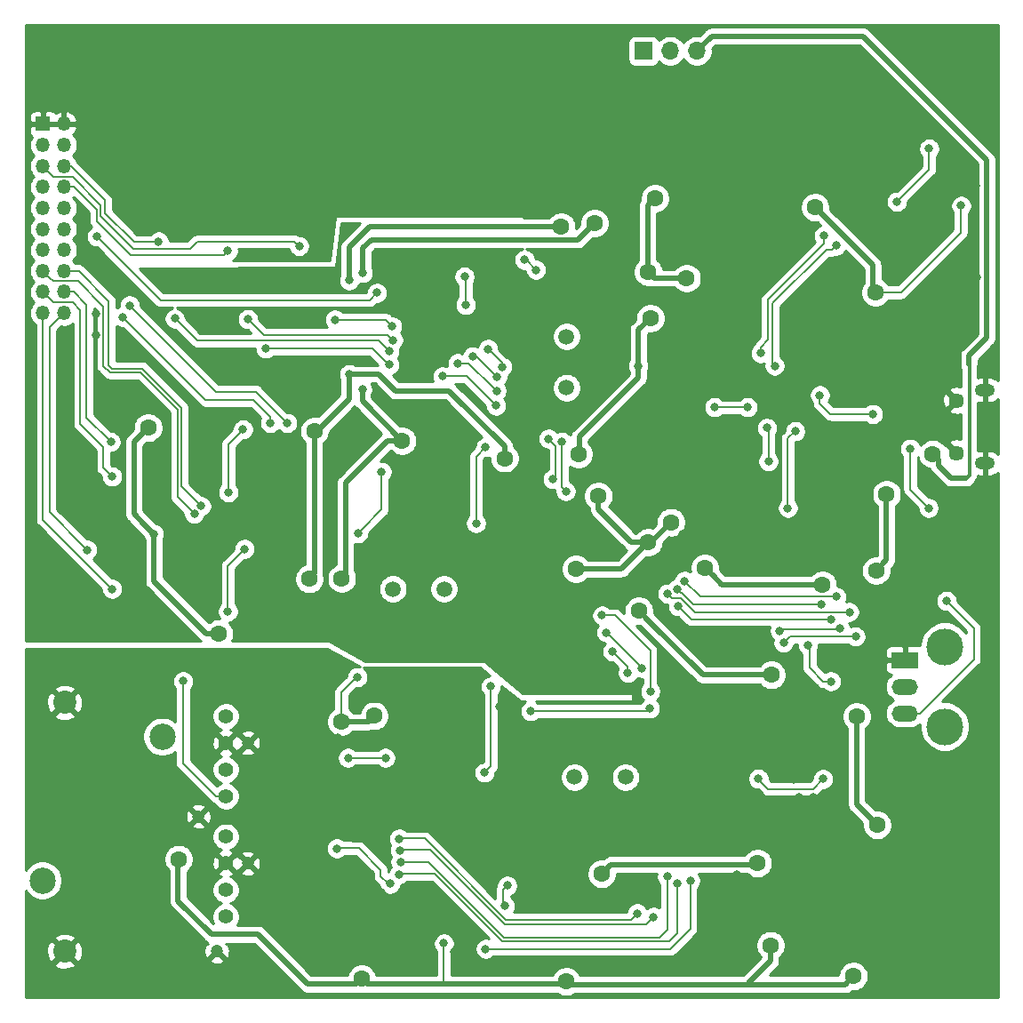
<source format=gbl>
G04 #@! TF.GenerationSoftware,KiCad,Pcbnew,5.1.5-52549c5~86~ubuntu16.04.1*
G04 #@! TF.CreationDate,2020-04-05T23:11:04+05:00*
G04 #@! TF.ProjectId,usb2most,75736232-6d6f-4737-942e-6b696361645f,rev?*
G04 #@! TF.SameCoordinates,Original*
G04 #@! TF.FileFunction,Copper,L2,Bot*
G04 #@! TF.FilePolarity,Positive*
%FSLAX46Y46*%
G04 Gerber Fmt 4.6, Leading zero omitted, Abs format (unit mm)*
G04 Created by KiCad (PCBNEW 5.1.5-52549c5~86~ubuntu16.04.1) date 2020-04-05 23:11:04*
%MOMM*%
%LPD*%
G04 APERTURE LIST*
%ADD10C,1.200000*%
%ADD11C,1.400000*%
%ADD12C,2.200000*%
%ADD13C,2.500000*%
%ADD14C,3.500000*%
%ADD15O,2.500000X1.500000*%
%ADD16R,2.500000X1.500000*%
%ADD17C,1.500000*%
%ADD18O,1.900000X1.200000*%
%ADD19C,1.450000*%
%ADD20R,1.700000X1.700000*%
%ADD21O,1.700000X1.700000*%
%ADD22R,1.350000X1.350000*%
%ADD23O,1.350000X1.350000*%
%ADD24C,0.800000*%
%ADD25C,5.000000*%
%ADD26C,1.600000*%
%ADD27C,0.200000*%
%ADD28C,0.500000*%
%ADD29C,0.300000*%
%ADD30C,0.254000*%
G04 APERTURE END LIST*
D10*
X41850000Y-89070000D03*
X41850000Y-100550000D03*
X38900000Y-108930000D03*
D11*
X39770000Y-105630000D03*
X39770000Y-103090000D03*
X39770000Y-100550000D03*
X39770000Y-98010000D03*
D10*
X37150000Y-96080000D03*
D12*
X24400000Y-108930000D03*
X24400000Y-85230000D03*
D13*
X33700000Y-88480000D03*
X22300000Y-102180000D03*
D11*
X39770000Y-94150000D03*
X39770000Y-91610000D03*
X39770000Y-89070000D03*
X39770000Y-86530000D03*
D14*
X108250000Y-79899000D03*
X108250000Y-87519000D03*
D15*
X104440000Y-86249000D03*
X104440000Y-83709000D03*
D16*
X104440000Y-81169000D03*
D17*
X55670000Y-74400000D03*
X60550000Y-74400000D03*
D18*
X112080000Y-55447000D03*
X112080000Y-62447000D03*
D19*
X109380000Y-56447000D03*
X109380000Y-61447000D03*
D17*
X72960000Y-92340000D03*
X77840000Y-92340000D03*
D20*
X79550000Y-23150000D03*
D21*
X82090000Y-23150000D03*
X84630000Y-23150000D03*
D17*
X72200000Y-50350000D03*
X72200000Y-55230000D03*
D22*
X22340000Y-30110000D03*
D23*
X24340000Y-30110000D03*
X22340000Y-32110000D03*
X24340000Y-32110000D03*
X22340000Y-34110000D03*
X24340000Y-34110000D03*
X22340000Y-36110000D03*
X24340000Y-36110000D03*
X22340000Y-38110000D03*
X24340000Y-38110000D03*
X22340000Y-40110000D03*
X24340000Y-40110000D03*
X22340000Y-42110000D03*
X24340000Y-42110000D03*
X22340000Y-44110000D03*
X24340000Y-44110000D03*
X22340000Y-46110000D03*
X24340000Y-46110000D03*
X22340000Y-48110000D03*
X24340000Y-48110000D03*
D24*
X30130000Y-86420000D03*
D25*
X109000000Y-25000000D03*
X25000000Y-25000000D03*
X109000000Y-109000000D03*
D24*
X61880000Y-97920000D03*
X52500000Y-26250000D03*
X51600000Y-24290000D03*
X43960000Y-23720000D03*
X47100000Y-28490000D03*
X40500000Y-22000000D03*
X77550000Y-29350000D03*
X83150000Y-29920000D03*
X76050000Y-30900000D03*
X43800000Y-21430000D03*
X69700000Y-38100000D03*
X57000000Y-38000000D03*
X21750000Y-27300000D03*
X25680000Y-90020000D03*
X27380000Y-102620000D03*
X31780000Y-103660000D03*
X32780000Y-92920000D03*
X50850000Y-37800000D03*
X50680000Y-95420000D03*
X54280000Y-91920000D03*
X59105000Y-102995000D03*
X111060000Y-40100000D03*
X111270000Y-44710000D03*
X111150000Y-48360000D03*
X25755000Y-95945000D03*
X31330000Y-108395000D03*
X31330000Y-97520000D03*
D26*
X74150000Y-29000000D03*
D24*
X60650000Y-38100000D03*
X53550000Y-38050000D03*
X42750000Y-36000000D03*
X64500000Y-38050000D03*
X46150000Y-24100000D03*
X51570000Y-108180000D03*
X67790000Y-89540000D03*
X76300000Y-110500000D03*
X68992000Y-110723000D03*
X49280000Y-110020000D03*
X57436000Y-110548000D03*
X47640000Y-96830000D03*
X43020000Y-103050000D03*
X45730000Y-80940000D03*
X47550000Y-75450000D03*
X65660000Y-94160000D03*
X62290000Y-106617000D03*
X29050000Y-24550000D03*
X29100000Y-21820000D03*
X26350000Y-33550000D03*
X24450000Y-50950000D03*
X28100000Y-33650000D03*
X88438000Y-101622000D03*
X105050000Y-22200000D03*
X75600000Y-99200000D03*
X82400000Y-98000000D03*
X54560000Y-103350000D03*
X51670000Y-105800000D03*
X43040000Y-97770000D03*
X30750000Y-28000000D03*
X22250000Y-22200000D03*
X28350000Y-27100000D03*
X27150000Y-29000000D03*
X42050000Y-23660000D03*
X28400000Y-35850000D03*
X77500000Y-30850000D03*
X97900000Y-80990000D03*
D26*
X92950000Y-26750000D03*
D24*
X95624000Y-99948000D03*
X72450000Y-96250000D03*
X73550000Y-97900000D03*
X87894000Y-105980000D03*
X49221000Y-105869000D03*
X73600000Y-99800000D03*
X80550000Y-110150000D03*
X66474000Y-110787000D03*
X89591000Y-104037000D03*
X100200000Y-101300000D03*
X103476000Y-102540000D03*
X99450000Y-109050000D03*
X98470000Y-91210000D03*
X109830000Y-83780000D03*
X111370000Y-75570000D03*
X104820000Y-76320000D03*
X60050000Y-83550000D03*
X65800000Y-85600000D03*
X63880000Y-93180000D03*
X67720000Y-88230000D03*
X45905000Y-103230000D03*
X42760000Y-95444000D03*
X58570000Y-96420000D03*
X60930000Y-96310000D03*
X61450000Y-99530000D03*
X48620000Y-93240000D03*
X53350000Y-88900000D03*
X46190000Y-93170000D03*
X67700000Y-74350000D03*
X65650000Y-71200000D03*
X55350000Y-83850000D03*
X111250000Y-36000000D03*
X102860000Y-91640000D03*
X99450000Y-96300000D03*
X103476000Y-96533000D03*
X103611000Y-105915000D03*
X95410000Y-83460000D03*
X94150000Y-83450000D03*
X88600000Y-83800000D03*
X102680000Y-88290000D03*
X96150000Y-103000000D03*
X97100000Y-107250000D03*
X87587000Y-110791000D03*
X63119000Y-107628000D03*
X53940000Y-107351000D03*
X60152000Y-89441000D03*
X60146000Y-88149000D03*
X96250000Y-105350000D03*
X97623000Y-99812000D03*
X62366000Y-110554000D03*
X64400000Y-110808000D03*
X61479000Y-108979000D03*
X88200000Y-94800000D03*
X88000000Y-91200000D03*
X88752000Y-98247000D03*
X65167000Y-93108000D03*
X68499000Y-96819000D03*
X60142000Y-90600000D03*
X70850000Y-96350000D03*
X59545000Y-107573000D03*
X59535000Y-109229000D03*
X50600000Y-82950000D03*
X50597000Y-81562000D03*
X48153000Y-81484000D03*
X79900000Y-57400000D03*
X42800000Y-32150000D03*
X93050000Y-37200000D03*
X89300000Y-37500000D03*
X98250000Y-37750000D03*
X95900000Y-51150000D03*
X97400000Y-51150000D03*
X86600000Y-55600000D03*
X94850000Y-61300000D03*
X108150000Y-37200000D03*
X106500000Y-38150000D03*
X84000000Y-37550000D03*
X81160000Y-31250000D03*
X81230000Y-29890000D03*
X94350000Y-23700000D03*
X99800000Y-72350000D03*
X97850000Y-72450000D03*
X101100000Y-70350000D03*
X85700000Y-70350000D03*
X77250000Y-62750000D03*
X84600000Y-70900000D03*
X76300000Y-64300000D03*
X83300000Y-69200000D03*
X78600000Y-68300000D03*
X87250000Y-59100000D03*
X87150000Y-61600000D03*
X89400000Y-61750000D03*
X89350000Y-60100000D03*
X97310000Y-60390000D03*
X97400000Y-61800000D03*
X95750000Y-53350000D03*
X83100000Y-31190000D03*
X84000000Y-64900000D03*
X78330000Y-56740000D03*
X24300000Y-57150000D03*
X24350000Y-54550000D03*
X24300000Y-59400000D03*
X28800000Y-58200000D03*
X30450000Y-58350000D03*
X27400000Y-48200000D03*
X27350000Y-50200000D03*
X87220000Y-29080000D03*
X82450000Y-48350000D03*
X78450000Y-47250000D03*
X83000000Y-46650000D03*
X60000000Y-97700000D03*
X83850000Y-66250000D03*
X77250000Y-65800000D03*
X70950000Y-48100000D03*
X73400000Y-48050000D03*
X70650000Y-57700000D03*
X73150000Y-57800000D03*
X100300000Y-64500000D03*
X72070000Y-56960000D03*
X75600000Y-61950000D03*
D26*
X90200000Y-26900000D03*
D24*
X89020000Y-34790000D03*
X84820000Y-34810000D03*
X80300000Y-35250000D03*
X73050000Y-34450000D03*
X76400000Y-25800000D03*
X88150000Y-42600000D03*
X86600000Y-43000000D03*
X87900000Y-47100000D03*
X92050000Y-42800000D03*
X90050000Y-42550000D03*
X82050000Y-43200000D03*
X84050000Y-48300000D03*
X97050000Y-35750000D03*
X99980000Y-46970000D03*
X99570000Y-48430000D03*
X89000000Y-51300000D03*
X73900000Y-31800000D03*
X76100000Y-29250000D03*
X98490000Y-43320000D03*
X87200000Y-50700000D03*
X70900000Y-52750000D03*
X73650000Y-52850000D03*
X78000000Y-45400000D03*
X54650000Y-43000000D03*
X58300000Y-42950000D03*
X101890000Y-56080000D03*
X50450000Y-88600000D03*
X97700000Y-55620000D03*
X97470000Y-53040000D03*
X52050000Y-92600000D03*
X53450000Y-84600000D03*
X61000000Y-84850000D03*
X62150000Y-83600000D03*
X72100000Y-36500000D03*
X88950000Y-24800000D03*
X93950000Y-88600000D03*
X95150000Y-92500000D03*
X94390000Y-94260000D03*
X95740000Y-94290000D03*
X93830000Y-92540000D03*
X76410000Y-27110000D03*
X73720000Y-63660000D03*
X82140000Y-58730000D03*
X96260000Y-88650000D03*
X101930000Y-54780000D03*
X36320000Y-45320000D03*
X43200000Y-45400000D03*
X49740000Y-45320000D03*
X86300000Y-57100002D03*
X90700000Y-51950000D03*
X89450000Y-57100000D03*
X96750000Y-40750000D03*
X35690000Y-83190000D03*
X50330000Y-99120000D03*
X55400000Y-102500000D03*
D26*
X48200000Y-59350000D03*
X47700000Y-73450000D03*
D24*
X51500000Y-45000000D03*
X51500000Y-53950000D03*
D26*
X91750000Y-82600000D03*
X79100000Y-76500000D03*
X66300000Y-61950000D03*
X71700000Y-39899990D03*
X107100001Y-61550001D03*
D24*
X40000000Y-65200000D03*
X41400000Y-59200000D03*
X63600000Y-68150000D03*
X96500000Y-75850000D03*
X64500000Y-60900000D03*
X82724680Y-74400010D03*
X97900000Y-75150000D03*
X83450000Y-73650000D03*
X54600000Y-63250000D03*
X37422674Y-66510059D03*
X52350000Y-69099978D03*
X36750000Y-67250000D03*
X39950000Y-76550000D03*
X41550000Y-70600000D03*
X62500000Y-44650000D03*
X62600000Y-47350000D03*
X56390000Y-100420000D03*
X81800000Y-101800000D03*
X56260000Y-101590000D03*
X82800000Y-102496075D03*
X90491000Y-92476000D03*
X97400000Y-83200000D03*
X96650000Y-92510000D03*
X95200000Y-79740000D03*
X51400000Y-90500000D03*
X54950000Y-90500000D03*
X80150000Y-85800000D03*
X68800000Y-86050000D03*
D26*
X101650002Y-46150000D03*
D24*
X109800001Y-37899999D03*
D26*
X32350000Y-59050000D03*
X56550000Y-60300000D03*
X73350000Y-61550000D03*
D24*
X79050000Y-53150000D03*
X32900000Y-69150000D03*
D26*
X80200002Y-48600000D03*
D24*
X52800000Y-44300000D03*
D26*
X82150000Y-68050000D03*
X39100000Y-78650000D03*
X50800000Y-73400000D03*
X96600000Y-74000000D03*
D24*
X52750000Y-55400006D03*
D26*
X85400000Y-72400000D03*
X102700000Y-65400000D03*
X101700000Y-72650000D03*
X75250000Y-65550000D03*
X80000000Y-69950000D03*
X73100000Y-72500000D03*
X80650000Y-37200000D03*
X74900000Y-39550000D03*
X95900000Y-38050000D03*
X83650000Y-44800000D03*
X80000000Y-44200000D03*
X35280000Y-100140000D03*
X91649000Y-108356000D03*
X90412433Y-100536518D03*
D24*
X60522000Y-108161000D03*
D26*
X50764999Y-87056999D03*
X75550000Y-101549998D03*
D24*
X64399998Y-91900000D03*
D26*
X53900000Y-86500000D03*
D24*
X65000000Y-83700000D03*
X52300000Y-82800004D03*
D26*
X52700000Y-111550000D03*
X99550000Y-111300000D03*
X101800000Y-96900000D03*
X72200000Y-111800000D03*
X99850000Y-86540000D03*
D24*
X54150000Y-46200000D03*
X27480000Y-40840000D03*
X29900000Y-48500000D03*
X44000004Y-58600000D03*
X99150000Y-76600000D03*
X81835440Y-74857477D03*
X71773186Y-60383222D03*
X72150000Y-65100000D03*
X30600000Y-47400000D03*
X45600000Y-58599994D03*
X97450000Y-77300000D03*
X82850000Y-76050000D03*
X70500000Y-60100000D03*
X70900000Y-63950000D03*
X66565975Y-102671025D03*
X66359000Y-104605000D03*
X69300000Y-44000002D03*
X68200000Y-43050000D03*
X46750000Y-41750000D03*
X33350000Y-41300000D03*
X39950000Y-42200000D03*
X28919999Y-74400001D03*
X26550000Y-70670000D03*
X28920000Y-63690000D03*
X28800000Y-60400000D03*
X56350000Y-99300000D03*
X80495482Y-105644482D03*
X92880000Y-79540000D03*
X99750000Y-78940000D03*
X56280000Y-98190000D03*
X78950000Y-105300000D03*
X92540000Y-78410000D03*
X98260000Y-78190000D03*
X65500000Y-56950000D03*
X60400000Y-54150000D03*
X43550000Y-51500000D03*
X55350000Y-53050000D03*
X106750000Y-32450000D03*
X92050010Y-53150000D03*
X91449990Y-62250000D03*
X91300003Y-59055610D03*
X97900000Y-41700000D03*
X103690000Y-37520000D03*
X64500000Y-108700000D03*
X84000000Y-102200000D03*
X93300000Y-66700000D03*
X94000000Y-59380000D03*
X34900000Y-48650000D03*
X65550000Y-55550000D03*
X61850000Y-52900000D03*
X55350000Y-51750000D03*
X41850000Y-48700000D03*
X65600000Y-54200000D03*
X55700000Y-50700000D03*
X63300000Y-52250010D03*
X50149990Y-48750000D03*
X66087875Y-53237875D03*
X64750000Y-51550000D03*
X55600000Y-49400000D03*
X108400000Y-75550000D03*
X106700000Y-66700000D03*
X101400000Y-57750000D03*
X104950000Y-61050000D03*
X96350000Y-55950000D03*
X80200000Y-84150000D03*
X75600000Y-76925000D03*
X76600000Y-80350000D03*
X78050000Y-82400000D03*
X79400000Y-81950000D03*
X76000002Y-78550000D03*
D27*
X86300000Y-57100002D02*
X89449998Y-57100002D01*
X89449998Y-57100002D02*
X89450000Y-57100000D01*
X90700000Y-51950000D02*
X90700000Y-51384315D01*
X96750000Y-41500000D02*
X96750000Y-40750000D01*
X91400000Y-50684315D02*
X91400000Y-46850000D01*
X90700000Y-51384315D02*
X91400000Y-50684315D01*
X91400000Y-46850000D02*
X96750000Y-41500000D01*
X35690000Y-91020000D02*
X35690000Y-83190000D01*
X38820000Y-94150000D02*
X35690000Y-91020000D01*
X39840000Y-94150000D02*
X38820000Y-94150000D01*
X39950000Y-94040000D02*
X39840000Y-94150000D01*
X50240000Y-99090000D02*
X50250000Y-99100000D01*
X51770000Y-99100000D02*
X51760000Y-99090000D01*
X52430000Y-99100000D02*
X51770000Y-99100000D01*
X55320000Y-102480000D02*
X55210000Y-102480000D01*
X55210000Y-102480000D02*
X54510000Y-101780000D01*
X51760000Y-99090000D02*
X50240000Y-99090000D01*
X54510000Y-101780000D02*
X54510000Y-101180000D01*
X54510000Y-101180000D02*
X52430000Y-99100000D01*
D28*
X48200000Y-72950000D02*
X47700000Y-73450000D01*
X48200000Y-59350000D02*
X48200000Y-72950000D01*
X51500000Y-56300000D02*
X51500000Y-53950000D01*
X48450000Y-59350000D02*
X51500000Y-56300000D01*
X48200000Y-59350000D02*
X48450000Y-59350000D01*
X91750000Y-82600000D02*
X85200000Y-82600000D01*
X79899999Y-77299999D02*
X79100000Y-76500000D01*
X85200000Y-82600000D02*
X79899999Y-77299999D01*
X55900000Y-55550000D02*
X61031370Y-55550000D01*
X54300000Y-53950000D02*
X55900000Y-55550000D01*
X66300000Y-60818630D02*
X66300000Y-61950000D01*
X61031370Y-55550000D02*
X66300000Y-60818630D01*
X51500000Y-53950000D02*
X54300000Y-53950000D01*
X70568630Y-39899990D02*
X71700000Y-39899990D01*
X53450010Y-39899990D02*
X70568630Y-39899990D01*
X51500000Y-41850000D02*
X53450010Y-39899990D01*
X51500000Y-45000000D02*
X51500000Y-41850000D01*
X86030000Y-21750000D02*
X84630000Y-23150000D01*
X100450000Y-21750000D02*
X86030000Y-21750000D01*
X110540000Y-53000000D02*
X110540000Y-52210000D01*
X112250000Y-50500000D02*
X112250000Y-33550000D01*
X110540000Y-52210000D02*
X112250000Y-50500000D01*
X112250000Y-33550000D02*
X100450000Y-21750000D01*
X107650000Y-62100000D02*
X107100001Y-61550001D01*
X107650000Y-62700000D02*
X107650000Y-62100000D01*
X108800000Y-63850000D02*
X107650000Y-62700000D01*
X110270000Y-63850000D02*
X108800000Y-63850000D01*
D29*
X110590000Y-53050000D02*
X110540000Y-53000000D01*
X110590000Y-63560000D02*
X110590000Y-53050000D01*
X110300000Y-63850000D02*
X110590000Y-63560000D01*
D27*
X41000001Y-59599999D02*
X41400000Y-59200000D01*
X40000000Y-60600000D02*
X41000001Y-59599999D01*
X40000000Y-65200000D02*
X40000000Y-60600000D01*
X63600000Y-61800000D02*
X64500000Y-60900000D01*
X63600000Y-68150000D02*
X63600000Y-61800000D01*
X83124679Y-74800009D02*
X82724680Y-74400010D01*
X96500000Y-75850000D02*
X84251704Y-75850000D01*
X83201713Y-74800009D02*
X83124679Y-74800009D01*
X84251704Y-75850000D02*
X83201713Y-74800009D01*
X97900000Y-75150000D02*
X84950000Y-75150000D01*
X84950000Y-75150000D02*
X83450000Y-73650000D01*
X25294594Y-44110000D02*
X24340000Y-44110000D01*
X25744301Y-44110000D02*
X25294594Y-44110000D01*
X28900000Y-53400000D02*
X28599999Y-53099999D01*
X35550000Y-57150000D02*
X31800000Y-53400000D01*
X28599999Y-46965698D02*
X25744301Y-44110000D01*
X35550000Y-64637385D02*
X35550000Y-57150000D01*
X28599999Y-53099999D02*
X28599999Y-46965698D01*
X37422674Y-66510059D02*
X35550000Y-64637385D01*
X31800000Y-53400000D02*
X30950000Y-53400000D01*
X30950000Y-53400000D02*
X28900000Y-53400000D01*
X52749999Y-68699979D02*
X52350000Y-69099978D01*
X54600000Y-66849978D02*
X52749999Y-68699979D01*
X54600000Y-63250000D02*
X54600000Y-66849978D01*
X23014999Y-44784999D02*
X22340000Y-44110000D01*
X25685001Y-45085001D02*
X23315001Y-45085001D01*
X28100000Y-47500000D02*
X25685001Y-45085001D01*
X23315001Y-45085001D02*
X23014999Y-44784999D01*
X28100000Y-53165700D02*
X28100000Y-47500000D01*
X36750000Y-67250000D02*
X35149989Y-65649989D01*
X35149989Y-65649989D02*
X35149989Y-57315689D01*
X28734311Y-53800011D02*
X28100000Y-53165700D01*
X31634311Y-53800011D02*
X28734311Y-53800011D01*
X35149989Y-57315689D02*
X31634311Y-53800011D01*
X39950000Y-72200000D02*
X41550000Y-70600000D01*
X39950000Y-76550000D02*
X39950000Y-72200000D01*
X62600000Y-44650000D02*
X62600000Y-46784315D01*
X62600000Y-46784315D02*
X62600000Y-47350000D01*
X62500000Y-44550000D02*
X62600000Y-44650000D01*
X81800000Y-102365685D02*
X81800000Y-101800000D01*
X81068622Y-107599978D02*
X81800000Y-106868600D01*
X81800000Y-106868600D02*
X81800000Y-102365685D01*
X66283278Y-107599978D02*
X81068622Y-107599978D01*
X59083300Y-100400000D02*
X66283278Y-107599978D01*
X56310000Y-100400000D02*
X59083300Y-100400000D01*
X82800000Y-107200000D02*
X82800000Y-103061760D01*
X56180000Y-101570000D02*
X59687600Y-101570000D01*
X59687600Y-101570000D02*
X66117589Y-107999989D01*
X82800000Y-103061760D02*
X82800000Y-102496075D01*
X66117589Y-107999989D02*
X82000011Y-107999989D01*
X82000011Y-107999989D02*
X82800000Y-107200000D01*
X96620000Y-92510000D02*
X96650000Y-92510000D01*
X95680000Y-93450000D02*
X96620000Y-92510000D01*
X91405000Y-93450000D02*
X95680000Y-93450000D01*
X90411000Y-92456000D02*
X91405000Y-93450000D01*
X95370000Y-81920000D02*
X95370000Y-79910000D01*
X95370000Y-79910000D02*
X95200000Y-79740000D01*
X96650000Y-83200000D02*
X95370000Y-81920000D01*
X97400000Y-83200000D02*
X96650000Y-83200000D01*
X54950000Y-90500000D02*
X51400000Y-90500000D01*
X79900000Y-86050000D02*
X68800000Y-86050000D01*
X80150000Y-85800000D02*
X79900000Y-86050000D01*
D28*
X32000000Y-68250000D02*
X32900000Y-69150000D01*
X31000000Y-67250000D02*
X32000000Y-68250000D01*
X31000000Y-60400000D02*
X31000000Y-67250000D01*
X32350000Y-59050000D02*
X31000000Y-60400000D01*
X79050000Y-49750002D02*
X80200002Y-48600000D01*
X79050000Y-53150000D02*
X79050000Y-49750002D01*
X37900000Y-78650000D02*
X39100000Y-78650000D01*
X32900000Y-73650000D02*
X37900000Y-78650000D01*
X32900000Y-69150000D02*
X32900000Y-73650000D01*
X73450000Y-61450000D02*
X73350000Y-61550000D01*
X73450000Y-59900000D02*
X73450000Y-61450000D01*
X79050000Y-54300000D02*
X73450000Y-59900000D01*
X79050000Y-53150000D02*
X79050000Y-54300000D01*
X55418630Y-60300000D02*
X56550000Y-60300000D01*
X50800000Y-73400000D02*
X51150000Y-73050000D01*
X51150000Y-73050000D02*
X51150000Y-64300000D01*
X51150000Y-64300000D02*
X55150000Y-60300000D01*
X55150000Y-60300000D02*
X55418630Y-60300000D01*
X52750000Y-56500000D02*
X52750000Y-55400006D01*
X56550000Y-60300000D02*
X52750000Y-56500000D01*
X87000000Y-74000000D02*
X86199999Y-73199999D01*
X86199999Y-73199999D02*
X85400000Y-72400000D01*
X96600000Y-74000000D02*
X87000000Y-74000000D01*
X102499999Y-71850001D02*
X101700000Y-72650000D01*
X102700000Y-71650000D02*
X102499999Y-71850001D01*
X102700000Y-65400000D02*
X102700000Y-71650000D01*
X80250000Y-69950000D02*
X80000000Y-69950000D01*
X82150000Y-68050000D02*
X80250000Y-69950000D01*
X77450000Y-72500000D02*
X74231370Y-72500000D01*
X74231370Y-72500000D02*
X73100000Y-72500000D01*
X80000000Y-69950000D02*
X77450000Y-72500000D01*
X78550000Y-69950000D02*
X80000000Y-69950000D01*
X78400000Y-69950000D02*
X78550000Y-69950000D01*
X75250000Y-66800000D02*
X78400000Y-69950000D01*
X75250000Y-65550000D02*
X75250000Y-66800000D01*
X96700001Y-38849999D02*
X95900000Y-38050000D01*
X101400000Y-43549998D02*
X96700001Y-38849999D01*
X101400000Y-45899998D02*
X101400000Y-43549998D01*
X101650002Y-46150000D02*
X101400000Y-45899998D01*
X79950000Y-44150000D02*
X80000000Y-44200000D01*
X79950000Y-37900000D02*
X79950000Y-44150000D01*
X80650000Y-37200000D02*
X79950000Y-37900000D01*
X80600000Y-44800000D02*
X80000000Y-44200000D01*
X83650000Y-44800000D02*
X80600000Y-44800000D01*
X53600000Y-41150000D02*
X73300000Y-41150000D01*
X73300000Y-41150000D02*
X74900000Y-39550000D01*
X52800000Y-41950000D02*
X53600000Y-41150000D01*
X52800000Y-44300000D02*
X52800000Y-41950000D01*
D27*
X109760000Y-37940000D02*
X109800001Y-37899999D01*
X109760000Y-40490000D02*
X109760000Y-37940000D01*
X104100000Y-46150000D02*
X109760000Y-40490000D01*
X101650002Y-46150000D02*
X104100000Y-46150000D01*
D28*
X91649000Y-109841000D02*
X90760000Y-110730000D01*
X91649000Y-108356000D02*
X91649000Y-109841000D01*
D27*
X60522000Y-108161000D02*
X60522000Y-112109000D01*
D28*
X51405427Y-87056999D02*
X50764999Y-87056999D01*
X50764999Y-87056999D02*
X53343001Y-87056999D01*
X53343001Y-87056999D02*
X53900000Y-86500000D01*
D27*
X64399998Y-91900000D02*
X65000000Y-91299998D01*
X50764999Y-87056999D02*
X50750000Y-87042000D01*
X50750000Y-84250000D02*
X52199996Y-82800004D01*
X52199996Y-82800004D02*
X52300000Y-82800004D01*
X50750000Y-87042000D02*
X50750000Y-84250000D01*
D28*
X89540000Y-111950000D02*
X90760000Y-110730000D01*
X89200000Y-112100000D02*
X98769000Y-112100000D01*
X98769000Y-112081000D02*
X99550000Y-111300000D01*
X98769000Y-112100000D02*
X98769000Y-112081000D01*
X72500000Y-112100000D02*
X89400000Y-112100000D01*
X89400000Y-112100000D02*
X89500000Y-112000000D01*
X72200000Y-111800000D02*
X72500000Y-112100000D01*
X71950000Y-112050000D02*
X72200000Y-111800000D01*
X53200000Y-112050000D02*
X71950000Y-112050000D01*
X52700000Y-111550000D02*
X53200000Y-112050000D01*
X35200000Y-100120000D02*
X35200000Y-104130000D01*
X35200000Y-104130000D02*
X38370000Y-107300000D01*
X52200000Y-112050000D02*
X52700000Y-111550000D01*
X38370000Y-107300000D02*
X42800000Y-107300000D01*
X47550000Y-112050000D02*
X52200000Y-112050000D01*
X42800000Y-107300000D02*
X47550000Y-112050000D01*
D27*
X65000000Y-91250000D02*
X65000000Y-83700000D01*
D28*
X76449998Y-100650000D02*
X75550000Y-101549998D01*
X90298951Y-100650000D02*
X76449998Y-100650000D01*
X90412433Y-100536518D02*
X90298951Y-100650000D01*
X101800000Y-96900000D02*
X99850000Y-94950000D01*
X99850000Y-94950000D02*
X99850000Y-87671370D01*
X99850000Y-87671370D02*
X99850000Y-86540000D01*
D27*
X53450000Y-46900000D02*
X54150000Y-46200000D01*
X33540000Y-46900000D02*
X53450000Y-46900000D01*
X27480000Y-40840000D02*
X33540000Y-46900000D01*
X44000004Y-58000004D02*
X44000004Y-58600000D01*
X42400000Y-56400000D02*
X44000004Y-58000004D01*
X37800000Y-56400000D02*
X42400000Y-56400000D01*
X29900000Y-48500000D02*
X37800000Y-56400000D01*
X83093480Y-75257476D02*
X82235439Y-75257476D01*
X82235439Y-75257476D02*
X81835440Y-74857477D01*
X99150000Y-76600000D02*
X84436004Y-76600000D01*
X84436004Y-76600000D02*
X83093480Y-75257476D01*
X71773186Y-60383222D02*
X71773186Y-64723186D01*
X71773186Y-64723186D02*
X72150000Y-65100000D01*
X42600006Y-55600000D02*
X45200001Y-58199995D01*
X45200001Y-58199995D02*
X45600000Y-58599994D01*
X30600000Y-47400000D02*
X38800000Y-55600000D01*
X38800000Y-55600000D02*
X42600006Y-55600000D01*
X71200000Y-63650000D02*
X70900000Y-63950000D01*
X71200000Y-60800000D02*
X71200000Y-63650000D01*
X70500000Y-60100000D02*
X71200000Y-60800000D01*
X83249999Y-76449999D02*
X82850000Y-76050000D01*
X84100000Y-77300000D02*
X83249999Y-76449999D01*
X97450000Y-77300000D02*
X84100000Y-77300000D01*
X66165976Y-103071024D02*
X66165976Y-104236024D01*
X66565975Y-102671025D02*
X66165976Y-103071024D01*
X66165976Y-104411976D02*
X66359000Y-104605000D01*
X66165976Y-104236024D02*
X66165976Y-104411976D01*
X68349998Y-43050000D02*
X68200000Y-43050000D01*
X69300000Y-44000002D02*
X68349998Y-43050000D01*
X25150000Y-35150000D02*
X25150000Y-35120000D01*
X27849989Y-37849989D02*
X25150000Y-35150000D01*
X27849989Y-38899989D02*
X27849989Y-37849989D01*
X30950001Y-42000001D02*
X27849989Y-38899989D01*
X25150000Y-35120000D02*
X23290000Y-35120000D01*
X46750000Y-41750000D02*
X46300000Y-41300000D01*
X23290000Y-35120000D02*
X22260000Y-34090000D01*
X46300000Y-41300000D02*
X37050000Y-41300000D01*
X37050000Y-41300000D02*
X36349999Y-42000001D01*
X36349999Y-42000001D02*
X30950001Y-42000001D01*
X25010000Y-34110000D02*
X24340000Y-34110000D01*
X28250000Y-37350000D02*
X25010000Y-34110000D01*
X33350000Y-41300000D02*
X33300000Y-41350000D01*
X28250000Y-38600000D02*
X28250000Y-37350000D01*
X33300000Y-41350000D02*
X31000000Y-41350000D01*
X31000000Y-41350000D02*
X28250000Y-38600000D01*
X27449978Y-39349978D02*
X30699999Y-42599999D01*
X39550001Y-42599999D02*
X39950000Y-42200000D01*
X27449978Y-38249978D02*
X27449978Y-39349978D01*
X25310000Y-36110000D02*
X27449978Y-38249978D01*
X24340000Y-36110000D02*
X25310000Y-36110000D01*
X30699999Y-42599999D02*
X39550001Y-42599999D01*
X22340000Y-48110000D02*
X22340000Y-67820002D01*
X22340000Y-67820002D02*
X28520000Y-74000002D01*
X28520000Y-74000002D02*
X28919999Y-74400001D01*
X26150001Y-70270001D02*
X26550000Y-70670000D01*
X22970000Y-67090000D02*
X26150001Y-70270001D01*
X22970000Y-49480000D02*
X22970000Y-67090000D01*
X24340000Y-48110000D02*
X22970000Y-49480000D01*
X23014999Y-46784999D02*
X22340000Y-46110000D01*
X23330000Y-47100000D02*
X23014999Y-46784999D01*
X25150000Y-47100000D02*
X23330000Y-47100000D01*
X25900000Y-47850000D02*
X25150000Y-47100000D01*
X28920000Y-63690000D02*
X28100000Y-62870000D01*
X28100000Y-62870000D02*
X28100000Y-60900000D01*
X28100000Y-60900000D02*
X25900000Y-58700000D01*
X25900000Y-58700000D02*
X25900000Y-47850000D01*
X26499999Y-58099999D02*
X26499999Y-47315405D01*
X28800000Y-60400000D02*
X26499999Y-58099999D01*
X26499999Y-47315405D02*
X25294594Y-46110000D01*
X25294594Y-46110000D02*
X24340000Y-46110000D01*
X80095483Y-106044481D02*
X80495482Y-105644482D01*
X56270000Y-99280000D02*
X59238000Y-99280000D01*
X79802953Y-106337011D02*
X80095483Y-106044481D01*
X59238000Y-99280000D02*
X66295011Y-106337011D01*
X66295011Y-106337011D02*
X79802953Y-106337011D01*
X99184315Y-78940000D02*
X99750000Y-78940000D01*
X93480000Y-78940000D02*
X99184315Y-78940000D01*
X92880000Y-79540000D02*
X93480000Y-78940000D01*
X78950000Y-105350000D02*
X78363000Y-105937000D01*
X58693700Y-98170000D02*
X56200000Y-98170000D01*
X78363000Y-105937000D02*
X66460700Y-105937000D01*
X78950000Y-105300000D02*
X78950000Y-105350000D01*
X66460700Y-105937000D02*
X58693700Y-98170000D01*
X98220000Y-78230000D02*
X98260000Y-78190000D01*
X92720000Y-78230000D02*
X98220000Y-78230000D01*
X92540000Y-78410000D02*
X92720000Y-78230000D01*
X62700000Y-54150000D02*
X60965685Y-54150000D01*
X65500000Y-56950000D02*
X62700000Y-54150000D01*
X60965685Y-54150000D02*
X60400000Y-54150000D01*
X43550000Y-51500000D02*
X53700000Y-51500000D01*
X55250000Y-53050000D02*
X55350000Y-53050000D01*
X53700000Y-51500000D02*
X55250000Y-53050000D01*
X91449990Y-59205597D02*
X91300003Y-59055610D01*
X91449990Y-62250000D02*
X91449990Y-59205597D01*
X97500001Y-42099999D02*
X97900000Y-41700000D01*
X92050010Y-53150000D02*
X91850000Y-52949990D01*
X96950001Y-42099999D02*
X97500001Y-42099999D01*
X91850000Y-52949990D02*
X91850000Y-47200000D01*
X91850000Y-47200000D02*
X96950001Y-42099999D01*
X106750000Y-34460000D02*
X104089999Y-37120001D01*
X106750000Y-32450000D02*
X106750000Y-34460000D01*
X104089999Y-37120001D02*
X103690000Y-37520000D01*
X84000000Y-102765685D02*
X84000000Y-102200000D01*
X84000000Y-106800000D02*
X84000000Y-102765685D01*
X82100000Y-108700000D02*
X84000000Y-106800000D01*
X64500000Y-108700000D02*
X82100000Y-108700000D01*
X93300000Y-60080000D02*
X94000000Y-59380000D01*
X93300000Y-66700000D02*
X93300000Y-60080000D01*
X65150001Y-55150001D02*
X65550000Y-55550000D01*
X62900000Y-52900000D02*
X65150001Y-55150001D01*
X62900000Y-52900000D02*
X61850000Y-52900000D01*
X54350000Y-50750000D02*
X55350000Y-51750000D01*
X37000000Y-50750000D02*
X54350000Y-50750000D01*
X34900000Y-48650000D02*
X37000000Y-50750000D01*
X43350000Y-50200000D02*
X41850000Y-48700000D01*
X55200000Y-50200000D02*
X43350000Y-50200000D01*
X55700000Y-50700000D02*
X55200000Y-50200000D01*
X63650010Y-52250010D02*
X63300000Y-52250010D01*
X65600000Y-54200000D02*
X63650010Y-52250010D01*
X54950000Y-48750000D02*
X53800000Y-48750000D01*
X53800000Y-48750000D02*
X50149990Y-48750000D01*
X55600000Y-49400000D02*
X54950000Y-48750000D01*
X65200000Y-52000000D02*
X64750000Y-51550000D01*
X66087875Y-52887875D02*
X65200000Y-52000000D01*
X66087875Y-53237875D02*
X66087875Y-52887875D01*
X108799999Y-75949999D02*
X108400000Y-75550000D01*
X104440000Y-86249000D02*
X105851000Y-86249000D01*
X111000000Y-78150000D02*
X108799999Y-75949999D01*
X105851000Y-86249000D02*
X111000000Y-81100000D01*
X111000000Y-81100000D02*
X111000000Y-78150000D01*
X104950000Y-64950000D02*
X106700000Y-66700000D01*
X104950000Y-61050000D02*
X104950000Y-64950000D01*
X96350000Y-56750000D02*
X96350000Y-55950000D01*
X97350000Y-57750000D02*
X96350000Y-56750000D01*
X101400000Y-57750000D02*
X97350000Y-57750000D01*
X76825000Y-76925000D02*
X75600000Y-76925000D01*
X80200000Y-80300000D02*
X76825000Y-76925000D01*
X80200000Y-84150000D02*
X80200000Y-80300000D01*
X76600000Y-80350000D02*
X78050000Y-81800000D01*
X78050000Y-81800000D02*
X78050000Y-82400000D01*
X79400000Y-81950000D02*
X79000001Y-81549999D01*
X79000001Y-81549999D02*
X76400001Y-78949999D01*
X76400001Y-78949999D02*
X76000002Y-78550000D01*
D30*
G36*
X113305000Y-54574688D02*
G01*
X113221725Y-54490693D01*
X113019946Y-54354610D01*
X112795496Y-54260507D01*
X112557000Y-54212000D01*
X112207000Y-54212000D01*
X112207000Y-55320000D01*
X112227000Y-55320000D01*
X112227000Y-55574000D01*
X112207000Y-55574000D01*
X112207000Y-56682000D01*
X112557000Y-56682000D01*
X112795496Y-56633493D01*
X113019946Y-56539390D01*
X113221725Y-56403307D01*
X113305000Y-56319312D01*
X113305000Y-61574688D01*
X113221725Y-61490693D01*
X113019946Y-61354610D01*
X112795496Y-61260507D01*
X112557000Y-61212000D01*
X112207000Y-61212000D01*
X112207000Y-62320000D01*
X112227000Y-62320000D01*
X112227000Y-62574000D01*
X112207000Y-62574000D01*
X112207000Y-63682000D01*
X112557000Y-63682000D01*
X112795496Y-63633493D01*
X113019946Y-63539390D01*
X113221725Y-63403307D01*
X113305000Y-63319312D01*
X113305001Y-113305000D01*
X20695000Y-113305000D01*
X20695000Y-110136712D01*
X23372893Y-110136712D01*
X23480726Y-110411338D01*
X23787384Y-110562216D01*
X24117585Y-110650369D01*
X24458639Y-110672409D01*
X24797439Y-110627489D01*
X25120966Y-110517336D01*
X25319274Y-110411338D01*
X25427107Y-110136712D01*
X24400000Y-109109605D01*
X23372893Y-110136712D01*
X20695000Y-110136712D01*
X20695000Y-108988639D01*
X22657591Y-108988639D01*
X22702511Y-109327439D01*
X22812664Y-109650966D01*
X22918662Y-109849274D01*
X23193288Y-109957107D01*
X24220395Y-108930000D01*
X24579605Y-108930000D01*
X25606712Y-109957107D01*
X25881338Y-109849274D01*
X25915537Y-109779764D01*
X38229841Y-109779764D01*
X38277148Y-110003348D01*
X38498516Y-110104237D01*
X38735313Y-110160000D01*
X38978438Y-110168495D01*
X39218549Y-110129395D01*
X39446418Y-110044202D01*
X39522852Y-110003348D01*
X39570159Y-109779764D01*
X38900000Y-109109605D01*
X38229841Y-109779764D01*
X25915537Y-109779764D01*
X26032216Y-109542616D01*
X26120369Y-109212415D01*
X26142409Y-108871361D01*
X26097489Y-108532561D01*
X25987336Y-108209034D01*
X25881338Y-108010726D01*
X25606712Y-107902893D01*
X24579605Y-108930000D01*
X24220395Y-108930000D01*
X23193288Y-107902893D01*
X22918662Y-108010726D01*
X22767784Y-108317384D01*
X22679631Y-108647585D01*
X22657591Y-108988639D01*
X20695000Y-108988639D01*
X20695000Y-107723288D01*
X23372893Y-107723288D01*
X24400000Y-108750395D01*
X25427107Y-107723288D01*
X25319274Y-107448662D01*
X25012616Y-107297784D01*
X24682415Y-107209631D01*
X24341361Y-107187591D01*
X24002561Y-107232511D01*
X23679034Y-107342664D01*
X23480726Y-107448662D01*
X23372893Y-107723288D01*
X20695000Y-107723288D01*
X20695000Y-103170859D01*
X20835825Y-103381618D01*
X21098382Y-103644175D01*
X21407118Y-103850466D01*
X21750166Y-103992561D01*
X22114344Y-104065000D01*
X22485656Y-104065000D01*
X22849834Y-103992561D01*
X23192882Y-103850466D01*
X23501618Y-103644175D01*
X23764175Y-103381618D01*
X23970466Y-103072882D01*
X24112561Y-102729834D01*
X24185000Y-102365656D01*
X24185000Y-101994344D01*
X24112561Y-101630166D01*
X23970466Y-101287118D01*
X23764175Y-100978382D01*
X23501618Y-100715825D01*
X23192882Y-100509534D01*
X22849834Y-100367439D01*
X22485656Y-100295000D01*
X22114344Y-100295000D01*
X21750166Y-100367439D01*
X21407118Y-100509534D01*
X21098382Y-100715825D01*
X20835825Y-100978382D01*
X20695000Y-101189141D01*
X20695000Y-99998665D01*
X33845000Y-99998665D01*
X33845000Y-100281335D01*
X33900147Y-100558574D01*
X34008320Y-100819727D01*
X34165363Y-101054759D01*
X34315000Y-101204396D01*
X34315001Y-104086521D01*
X34310719Y-104130000D01*
X34327805Y-104303490D01*
X34378412Y-104470313D01*
X34460590Y-104624059D01*
X34543468Y-104725046D01*
X34543471Y-104725049D01*
X34571184Y-104758817D01*
X34604951Y-104786529D01*
X37713470Y-107895049D01*
X37741183Y-107928817D01*
X37774951Y-107956530D01*
X37774953Y-107956532D01*
X37846452Y-108015210D01*
X37875941Y-108039411D01*
X37980543Y-108095321D01*
X37933128Y-108142736D01*
X38050234Y-108259842D01*
X37826652Y-108307148D01*
X37725763Y-108528516D01*
X37670000Y-108765313D01*
X37661505Y-109008438D01*
X37700605Y-109248549D01*
X37785798Y-109476418D01*
X37826652Y-109552852D01*
X38050236Y-109600159D01*
X38720395Y-108930000D01*
X38706253Y-108915858D01*
X38885858Y-108736253D01*
X38900000Y-108750395D01*
X38914143Y-108736253D01*
X39093748Y-108915858D01*
X39079605Y-108930000D01*
X39749764Y-109600159D01*
X39973348Y-109552852D01*
X40074237Y-109331484D01*
X40130000Y-109094687D01*
X40138495Y-108851562D01*
X40099395Y-108611451D01*
X40014202Y-108383582D01*
X39973348Y-108307148D01*
X39749766Y-108259842D01*
X39824608Y-108185000D01*
X42433422Y-108185000D01*
X46893470Y-112645049D01*
X46921183Y-112678817D01*
X46954951Y-112706530D01*
X46954953Y-112706532D01*
X46992727Y-112737532D01*
X47055941Y-112789411D01*
X47209687Y-112871589D01*
X47376510Y-112922195D01*
X47506523Y-112935000D01*
X47506533Y-112935000D01*
X47549999Y-112939281D01*
X47593465Y-112935000D01*
X52156531Y-112935000D01*
X52200000Y-112939281D01*
X52243469Y-112935000D01*
X52243477Y-112935000D01*
X52286165Y-112930796D01*
X52558665Y-112985000D01*
X52841335Y-112985000D01*
X53113835Y-112930796D01*
X53156523Y-112935000D01*
X53156531Y-112935000D01*
X53200000Y-112939281D01*
X53243469Y-112935000D01*
X71315716Y-112935000D01*
X71520273Y-113071680D01*
X71781426Y-113179853D01*
X72058665Y-113235000D01*
X72341335Y-113235000D01*
X72618574Y-113179853D01*
X72879727Y-113071680D01*
X73009453Y-112985000D01*
X89356531Y-112985000D01*
X89400000Y-112989281D01*
X89443469Y-112985000D01*
X98725523Y-112985000D01*
X98769000Y-112989282D01*
X98812476Y-112985000D01*
X98812477Y-112985000D01*
X98942490Y-112972195D01*
X99109313Y-112921589D01*
X99263059Y-112839411D01*
X99393869Y-112732057D01*
X99408665Y-112735000D01*
X99691335Y-112735000D01*
X99968574Y-112679853D01*
X100229727Y-112571680D01*
X100464759Y-112414637D01*
X100664637Y-112214759D01*
X100821680Y-111979727D01*
X100929853Y-111718574D01*
X100985000Y-111441335D01*
X100985000Y-111158665D01*
X100929853Y-110881426D01*
X100821680Y-110620273D01*
X100664637Y-110385241D01*
X100464759Y-110185363D01*
X100229727Y-110028320D01*
X99968574Y-109920147D01*
X99691335Y-109865000D01*
X99408665Y-109865000D01*
X99131426Y-109920147D01*
X98870273Y-110028320D01*
X98635241Y-110185363D01*
X98435363Y-110385241D01*
X98278320Y-110620273D01*
X98170147Y-110881426D01*
X98115000Y-111158665D01*
X98115000Y-111215000D01*
X91526578Y-111215000D01*
X92244049Y-110497530D01*
X92277817Y-110469817D01*
X92318581Y-110420147D01*
X92388411Y-110335059D01*
X92470588Y-110181314D01*
X92470589Y-110181313D01*
X92521195Y-110014490D01*
X92534000Y-109884477D01*
X92534000Y-109884469D01*
X92538281Y-109841000D01*
X92534000Y-109797531D01*
X92534000Y-109490521D01*
X92563759Y-109470637D01*
X92763637Y-109270759D01*
X92920680Y-109035727D01*
X93028853Y-108774574D01*
X93084000Y-108497335D01*
X93084000Y-108214665D01*
X93028853Y-107937426D01*
X92920680Y-107676273D01*
X92763637Y-107441241D01*
X92563759Y-107241363D01*
X92328727Y-107084320D01*
X92067574Y-106976147D01*
X91790335Y-106921000D01*
X91507665Y-106921000D01*
X91230426Y-106976147D01*
X90969273Y-107084320D01*
X90734241Y-107241363D01*
X90534363Y-107441241D01*
X90377320Y-107676273D01*
X90269147Y-107937426D01*
X90214000Y-108214665D01*
X90214000Y-108497335D01*
X90269147Y-108774574D01*
X90377320Y-109035727D01*
X90534363Y-109270759D01*
X90734241Y-109470637D01*
X90754349Y-109484073D01*
X90164958Y-110073464D01*
X90164953Y-110073468D01*
X89023422Y-111215000D01*
X73510917Y-111215000D01*
X73471680Y-111120273D01*
X73314637Y-110885241D01*
X73114759Y-110685363D01*
X72879727Y-110528320D01*
X72618574Y-110420147D01*
X72341335Y-110365000D01*
X72058665Y-110365000D01*
X71781426Y-110420147D01*
X71520273Y-110528320D01*
X71285241Y-110685363D01*
X71085363Y-110885241D01*
X70928320Y-111120273D01*
X70909793Y-111165000D01*
X61257000Y-111165000D01*
X61257000Y-108889711D01*
X61325937Y-108820774D01*
X61439205Y-108651256D01*
X61517226Y-108462898D01*
X61557000Y-108262939D01*
X61557000Y-108059061D01*
X61517226Y-107859102D01*
X61439205Y-107670744D01*
X61325937Y-107501226D01*
X61181774Y-107357063D01*
X61012256Y-107243795D01*
X60823898Y-107165774D01*
X60623939Y-107126000D01*
X60420061Y-107126000D01*
X60220102Y-107165774D01*
X60031744Y-107243795D01*
X59862226Y-107357063D01*
X59718063Y-107501226D01*
X59604795Y-107670744D01*
X59526774Y-107859102D01*
X59487000Y-108059061D01*
X59487000Y-108262939D01*
X59526774Y-108462898D01*
X59604795Y-108651256D01*
X59718063Y-108820774D01*
X59787000Y-108889711D01*
X59787001Y-111165000D01*
X54086531Y-111165000D01*
X54079853Y-111131426D01*
X53971680Y-110870273D01*
X53814637Y-110635241D01*
X53614759Y-110435363D01*
X53379727Y-110278320D01*
X53118574Y-110170147D01*
X52841335Y-110115000D01*
X52558665Y-110115000D01*
X52281426Y-110170147D01*
X52020273Y-110278320D01*
X51785241Y-110435363D01*
X51585363Y-110635241D01*
X51428320Y-110870273D01*
X51320147Y-111131426D01*
X51313469Y-111165000D01*
X47916579Y-111165000D01*
X43456534Y-106704956D01*
X43428817Y-106671183D01*
X43294059Y-106560589D01*
X43140313Y-106478411D01*
X42973490Y-106427805D01*
X42843477Y-106415000D01*
X42843469Y-106415000D01*
X42800000Y-106410719D01*
X42756531Y-106415000D01*
X40851070Y-106415000D01*
X40953061Y-106262359D01*
X41053696Y-106019405D01*
X41105000Y-105761486D01*
X41105000Y-105498514D01*
X41053696Y-105240595D01*
X40953061Y-104997641D01*
X40806962Y-104778987D01*
X40621013Y-104593038D01*
X40402359Y-104446939D01*
X40192470Y-104360000D01*
X40402359Y-104273061D01*
X40621013Y-104126962D01*
X40806962Y-103941013D01*
X40953061Y-103722359D01*
X41053696Y-103479405D01*
X41105000Y-103221486D01*
X41105000Y-102958514D01*
X41053696Y-102700595D01*
X40953061Y-102457641D01*
X40806962Y-102238987D01*
X40621013Y-102053038D01*
X40402359Y-101906939D01*
X40188556Y-101818379D01*
X40351366Y-101758935D01*
X40452203Y-101705037D01*
X40511664Y-101471269D01*
X40440159Y-101399764D01*
X41179841Y-101399764D01*
X41227148Y-101623348D01*
X41448516Y-101724237D01*
X41685313Y-101780000D01*
X41928438Y-101788495D01*
X42168549Y-101749395D01*
X42396418Y-101664202D01*
X42472852Y-101623348D01*
X42520159Y-101399764D01*
X41850000Y-100729605D01*
X41179841Y-101399764D01*
X40440159Y-101399764D01*
X39770000Y-100729605D01*
X39028336Y-101471269D01*
X39087797Y-101705037D01*
X39326242Y-101815934D01*
X39345827Y-101820706D01*
X39137641Y-101906939D01*
X38918987Y-102053038D01*
X38733038Y-102238987D01*
X38586939Y-102457641D01*
X38486304Y-102700595D01*
X38435000Y-102958514D01*
X38435000Y-103221486D01*
X38486304Y-103479405D01*
X38586939Y-103722359D01*
X38733038Y-103941013D01*
X38918987Y-104126962D01*
X39137641Y-104273061D01*
X39347530Y-104360000D01*
X39137641Y-104446939D01*
X38918987Y-104593038D01*
X38733038Y-104778987D01*
X38586939Y-104997641D01*
X38486304Y-105240595D01*
X38435000Y-105498514D01*
X38435000Y-105761486D01*
X38486304Y-106019405D01*
X38586939Y-106262359D01*
X38592982Y-106271403D01*
X36085000Y-103763422D01*
X36085000Y-101327975D01*
X36194759Y-101254637D01*
X36394637Y-101054759D01*
X36551680Y-100819727D01*
X36632556Y-100624473D01*
X38430610Y-100624473D01*
X38470875Y-100884344D01*
X38561065Y-101131366D01*
X38614963Y-101232203D01*
X38848731Y-101291664D01*
X39590395Y-100550000D01*
X39949605Y-100550000D01*
X40691269Y-101291664D01*
X40925037Y-101232203D01*
X40936874Y-101206752D01*
X41000236Y-101220159D01*
X41670395Y-100550000D01*
X42029605Y-100550000D01*
X42699764Y-101220159D01*
X42923348Y-101172852D01*
X43024237Y-100951484D01*
X43080000Y-100714687D01*
X43088495Y-100471562D01*
X43049395Y-100231451D01*
X42964202Y-100003582D01*
X42923348Y-99927148D01*
X42699764Y-99879841D01*
X42029605Y-100550000D01*
X41670395Y-100550000D01*
X41000236Y-99879841D01*
X40938461Y-99892912D01*
X40925037Y-99867797D01*
X40691269Y-99808336D01*
X39949605Y-100550000D01*
X39590395Y-100550000D01*
X38848731Y-99808336D01*
X38614963Y-99867797D01*
X38504066Y-100106242D01*
X38441817Y-100361740D01*
X38430610Y-100624473D01*
X36632556Y-100624473D01*
X36659853Y-100558574D01*
X36715000Y-100281335D01*
X36715000Y-99998665D01*
X36659853Y-99721426D01*
X36551680Y-99460273D01*
X36394637Y-99225241D01*
X36194759Y-99025363D01*
X35959727Y-98868320D01*
X35698574Y-98760147D01*
X35421335Y-98705000D01*
X35138665Y-98705000D01*
X34861426Y-98760147D01*
X34600273Y-98868320D01*
X34365241Y-99025363D01*
X34165363Y-99225241D01*
X34008320Y-99460273D01*
X33900147Y-99721426D01*
X33845000Y-99998665D01*
X20695000Y-99998665D01*
X20695000Y-97878514D01*
X38435000Y-97878514D01*
X38435000Y-98141486D01*
X38486304Y-98399405D01*
X38586939Y-98642359D01*
X38733038Y-98861013D01*
X38918987Y-99046962D01*
X39137641Y-99193061D01*
X39351444Y-99281621D01*
X39188634Y-99341065D01*
X39087797Y-99394963D01*
X39028336Y-99628731D01*
X39770000Y-100370395D01*
X40440159Y-99700236D01*
X41179841Y-99700236D01*
X41850000Y-100370395D01*
X42520159Y-99700236D01*
X42472852Y-99476652D01*
X42251484Y-99375763D01*
X42014687Y-99320000D01*
X41771562Y-99311505D01*
X41531451Y-99350605D01*
X41303582Y-99435798D01*
X41227148Y-99476652D01*
X41179841Y-99700236D01*
X40440159Y-99700236D01*
X40511664Y-99628731D01*
X40452203Y-99394963D01*
X40213758Y-99284066D01*
X40194173Y-99279294D01*
X40402359Y-99193061D01*
X40621013Y-99046962D01*
X40649914Y-99018061D01*
X49295000Y-99018061D01*
X49295000Y-99221939D01*
X49334774Y-99421898D01*
X49412795Y-99610256D01*
X49526063Y-99779774D01*
X49670226Y-99923937D01*
X49839744Y-100037205D01*
X50028102Y-100115226D01*
X50228061Y-100155000D01*
X50431939Y-100155000D01*
X50631898Y-100115226D01*
X50820256Y-100037205D01*
X50989774Y-99923937D01*
X51088711Y-99825000D01*
X51632362Y-99825000D01*
X51733895Y-99835000D01*
X51733902Y-99835000D01*
X51769999Y-99838555D01*
X51806096Y-99835000D01*
X52125554Y-99835000D01*
X53775000Y-101484447D01*
X53775000Y-101743895D01*
X53771444Y-101780000D01*
X53785635Y-101924085D01*
X53792483Y-101946660D01*
X53827663Y-102062632D01*
X53895913Y-102190319D01*
X53987762Y-102302237D01*
X54015808Y-102325254D01*
X54383004Y-102692450D01*
X54404774Y-102801898D01*
X54482795Y-102990256D01*
X54596063Y-103159774D01*
X54740226Y-103303937D01*
X54909744Y-103417205D01*
X55098102Y-103495226D01*
X55298061Y-103535000D01*
X55501939Y-103535000D01*
X55701898Y-103495226D01*
X55890256Y-103417205D01*
X56059774Y-103303937D01*
X56203937Y-103159774D01*
X56317205Y-102990256D01*
X56395226Y-102801898D01*
X56433234Y-102610819D01*
X56561898Y-102585226D01*
X56750256Y-102507205D01*
X56919774Y-102393937D01*
X57008711Y-102305000D01*
X59383154Y-102305000D01*
X64778217Y-107700064D01*
X64601939Y-107665000D01*
X64398061Y-107665000D01*
X64198102Y-107704774D01*
X64009744Y-107782795D01*
X63840226Y-107896063D01*
X63696063Y-108040226D01*
X63582795Y-108209744D01*
X63504774Y-108398102D01*
X63465000Y-108598061D01*
X63465000Y-108801939D01*
X63504774Y-109001898D01*
X63582795Y-109190256D01*
X63696063Y-109359774D01*
X63840226Y-109503937D01*
X64009744Y-109617205D01*
X64198102Y-109695226D01*
X64398061Y-109735000D01*
X64601939Y-109735000D01*
X64801898Y-109695226D01*
X64990256Y-109617205D01*
X65159774Y-109503937D01*
X65228711Y-109435000D01*
X82063895Y-109435000D01*
X82100000Y-109438556D01*
X82136105Y-109435000D01*
X82244085Y-109424365D01*
X82382633Y-109382337D01*
X82510320Y-109314087D01*
X82622238Y-109222238D01*
X82645258Y-109194188D01*
X84494197Y-107345250D01*
X84522237Y-107322238D01*
X84545250Y-107294197D01*
X84545253Y-107294194D01*
X84614087Y-107210320D01*
X84619603Y-107200001D01*
X84682337Y-107082633D01*
X84724365Y-106944085D01*
X84735000Y-106836105D01*
X84735000Y-106836104D01*
X84738556Y-106800000D01*
X84735000Y-106763895D01*
X84735000Y-102928711D01*
X84803937Y-102859774D01*
X84917205Y-102690256D01*
X84995226Y-102501898D01*
X85035000Y-102301939D01*
X85035000Y-102098061D01*
X84995226Y-101898102D01*
X84917205Y-101709744D01*
X84803937Y-101540226D01*
X84798711Y-101535000D01*
X89381519Y-101535000D01*
X89497674Y-101651155D01*
X89732706Y-101808198D01*
X89993859Y-101916371D01*
X90271098Y-101971518D01*
X90553768Y-101971518D01*
X90831007Y-101916371D01*
X91092160Y-101808198D01*
X91327192Y-101651155D01*
X91527070Y-101451277D01*
X91684113Y-101216245D01*
X91792286Y-100955092D01*
X91847433Y-100677853D01*
X91847433Y-100395183D01*
X91792286Y-100117944D01*
X91684113Y-99856791D01*
X91527070Y-99621759D01*
X91327192Y-99421881D01*
X91092160Y-99264838D01*
X90831007Y-99156665D01*
X90553768Y-99101518D01*
X90271098Y-99101518D01*
X89993859Y-99156665D01*
X89732706Y-99264838D01*
X89497674Y-99421881D01*
X89297796Y-99621759D01*
X89202086Y-99765000D01*
X76493463Y-99765000D01*
X76449997Y-99760719D01*
X76406531Y-99765000D01*
X76406521Y-99765000D01*
X76276508Y-99777805D01*
X76109685Y-99828411D01*
X75955939Y-99910589D01*
X75955937Y-99910590D01*
X75955938Y-99910590D01*
X75854951Y-99993468D01*
X75854949Y-99993470D01*
X75821181Y-100021183D01*
X75793468Y-100054951D01*
X75726439Y-100121981D01*
X75691335Y-100114998D01*
X75408665Y-100114998D01*
X75131426Y-100170145D01*
X74870273Y-100278318D01*
X74635241Y-100435361D01*
X74435363Y-100635239D01*
X74278320Y-100870271D01*
X74170147Y-101131424D01*
X74115000Y-101408663D01*
X74115000Y-101691333D01*
X74170147Y-101968572D01*
X74278320Y-102229725D01*
X74435363Y-102464757D01*
X74635241Y-102664635D01*
X74870273Y-102821678D01*
X75131426Y-102929851D01*
X75408665Y-102984998D01*
X75691335Y-102984998D01*
X75968574Y-102929851D01*
X76229727Y-102821678D01*
X76464759Y-102664635D01*
X76664637Y-102464757D01*
X76821680Y-102229725D01*
X76929853Y-101968572D01*
X76985000Y-101691333D01*
X76985000Y-101535000D01*
X80797435Y-101535000D01*
X80765000Y-101698061D01*
X80765000Y-101901939D01*
X80804774Y-102101898D01*
X80882795Y-102290256D01*
X80996063Y-102459774D01*
X81065001Y-102528712D01*
X81065000Y-104780238D01*
X80985738Y-104727277D01*
X80797380Y-104649256D01*
X80597421Y-104609482D01*
X80393543Y-104609482D01*
X80193584Y-104649256D01*
X80005226Y-104727277D01*
X79870370Y-104817385D01*
X79867205Y-104809744D01*
X79753937Y-104640226D01*
X79609774Y-104496063D01*
X79440256Y-104382795D01*
X79251898Y-104304774D01*
X79051939Y-104265000D01*
X78848061Y-104265000D01*
X78648102Y-104304774D01*
X78459744Y-104382795D01*
X78290226Y-104496063D01*
X78146063Y-104640226D01*
X78032795Y-104809744D01*
X77954774Y-104998102D01*
X77915000Y-105198061D01*
X77915000Y-105202000D01*
X67204881Y-105202000D01*
X67276205Y-105095256D01*
X67354226Y-104906898D01*
X67394000Y-104706939D01*
X67394000Y-104503061D01*
X67354226Y-104303102D01*
X67276205Y-104114744D01*
X67162937Y-103945226D01*
X67018774Y-103801063D01*
X66900976Y-103722353D01*
X66900976Y-103652539D01*
X67056231Y-103588230D01*
X67225749Y-103474962D01*
X67369912Y-103330799D01*
X67483180Y-103161281D01*
X67561201Y-102972923D01*
X67600975Y-102772964D01*
X67600975Y-102569086D01*
X67561201Y-102369127D01*
X67483180Y-102180769D01*
X67369912Y-102011251D01*
X67225749Y-101867088D01*
X67056231Y-101753820D01*
X66867873Y-101675799D01*
X66667914Y-101636025D01*
X66464036Y-101636025D01*
X66264077Y-101675799D01*
X66075719Y-101753820D01*
X65906201Y-101867088D01*
X65762038Y-102011251D01*
X65648770Y-102180769D01*
X65570749Y-102369127D01*
X65530975Y-102569086D01*
X65530975Y-102699832D01*
X65483639Y-102788392D01*
X65475534Y-102815111D01*
X65441611Y-102926939D01*
X65427420Y-103071024D01*
X65430976Y-103107130D01*
X65430977Y-103867830D01*
X59238959Y-97675813D01*
X59215938Y-97647762D01*
X59104020Y-97555913D01*
X58976333Y-97487663D01*
X58837785Y-97445635D01*
X58729805Y-97435000D01*
X58693700Y-97431444D01*
X58657595Y-97435000D01*
X56988711Y-97435000D01*
X56939774Y-97386063D01*
X56770256Y-97272795D01*
X56581898Y-97194774D01*
X56381939Y-97155000D01*
X56178061Y-97155000D01*
X55978102Y-97194774D01*
X55789744Y-97272795D01*
X55620226Y-97386063D01*
X55476063Y-97530226D01*
X55362795Y-97699744D01*
X55284774Y-97888102D01*
X55245000Y-98088061D01*
X55245000Y-98291939D01*
X55284774Y-98491898D01*
X55362795Y-98680256D01*
X55441055Y-98797381D01*
X55432795Y-98809744D01*
X55354774Y-98998102D01*
X55315000Y-99198061D01*
X55315000Y-99401939D01*
X55354774Y-99601898D01*
X55432795Y-99790256D01*
X55499396Y-99889932D01*
X55472795Y-99929744D01*
X55394774Y-100118102D01*
X55355000Y-100318061D01*
X55355000Y-100521939D01*
X55394774Y-100721898D01*
X55472795Y-100910256D01*
X55474092Y-100912197D01*
X55456063Y-100930226D01*
X55342795Y-101099744D01*
X55264774Y-101288102D01*
X55245000Y-101387513D01*
X55245000Y-101216094D01*
X55248555Y-101179999D01*
X55245000Y-101143904D01*
X55245000Y-101143895D01*
X55234365Y-101035915D01*
X55192337Y-100897367D01*
X55124087Y-100769680D01*
X55032238Y-100657762D01*
X55004193Y-100634746D01*
X52975258Y-98605812D01*
X52952238Y-98577762D01*
X52840320Y-98485913D01*
X52712633Y-98417663D01*
X52574085Y-98375635D01*
X52466105Y-98365000D01*
X52430000Y-98361444D01*
X52393895Y-98365000D01*
X51897638Y-98365000D01*
X51796105Y-98355000D01*
X51760000Y-98351444D01*
X51723895Y-98355000D01*
X51028711Y-98355000D01*
X50989774Y-98316063D01*
X50820256Y-98202795D01*
X50631898Y-98124774D01*
X50431939Y-98085000D01*
X50228061Y-98085000D01*
X50028102Y-98124774D01*
X49839744Y-98202795D01*
X49670226Y-98316063D01*
X49526063Y-98460226D01*
X49412795Y-98629744D01*
X49334774Y-98818102D01*
X49295000Y-99018061D01*
X40649914Y-99018061D01*
X40806962Y-98861013D01*
X40953061Y-98642359D01*
X41053696Y-98399405D01*
X41105000Y-98141486D01*
X41105000Y-97878514D01*
X41053696Y-97620595D01*
X40953061Y-97377641D01*
X40806962Y-97158987D01*
X40621013Y-96973038D01*
X40402359Y-96826939D01*
X40159405Y-96726304D01*
X39901486Y-96675000D01*
X39638514Y-96675000D01*
X39380595Y-96726304D01*
X39137641Y-96826939D01*
X38918987Y-96973038D01*
X38733038Y-97158987D01*
X38586939Y-97377641D01*
X38486304Y-97620595D01*
X38435000Y-97878514D01*
X20695000Y-97878514D01*
X20695000Y-96929764D01*
X36479841Y-96929764D01*
X36527148Y-97153348D01*
X36748516Y-97254237D01*
X36985313Y-97310000D01*
X37228438Y-97318495D01*
X37468549Y-97279395D01*
X37696418Y-97194202D01*
X37772852Y-97153348D01*
X37820159Y-96929764D01*
X37150000Y-96259605D01*
X36479841Y-96929764D01*
X20695000Y-96929764D01*
X20695000Y-96158438D01*
X35911505Y-96158438D01*
X35950605Y-96398549D01*
X36035798Y-96626418D01*
X36076652Y-96702852D01*
X36300236Y-96750159D01*
X36970395Y-96080000D01*
X37329605Y-96080000D01*
X37999764Y-96750159D01*
X38223348Y-96702852D01*
X38324237Y-96481484D01*
X38380000Y-96244687D01*
X38388495Y-96001562D01*
X38349395Y-95761451D01*
X38264202Y-95533582D01*
X38223348Y-95457148D01*
X37999764Y-95409841D01*
X37329605Y-96080000D01*
X36970395Y-96080000D01*
X36300236Y-95409841D01*
X36076652Y-95457148D01*
X35975763Y-95678516D01*
X35920000Y-95915313D01*
X35911505Y-96158438D01*
X20695000Y-96158438D01*
X20695000Y-95230236D01*
X36479841Y-95230236D01*
X37150000Y-95900395D01*
X37820159Y-95230236D01*
X37772852Y-95006652D01*
X37551484Y-94905763D01*
X37314687Y-94850000D01*
X37071562Y-94841505D01*
X36831451Y-94880605D01*
X36603582Y-94965798D01*
X36527148Y-95006652D01*
X36479841Y-95230236D01*
X20695000Y-95230236D01*
X20695000Y-88294344D01*
X31815000Y-88294344D01*
X31815000Y-88665656D01*
X31887439Y-89029834D01*
X32029534Y-89372882D01*
X32235825Y-89681618D01*
X32498382Y-89944175D01*
X32807118Y-90150466D01*
X33150166Y-90292561D01*
X33514344Y-90365000D01*
X33885656Y-90365000D01*
X34249834Y-90292561D01*
X34592882Y-90150466D01*
X34901618Y-89944175D01*
X34955000Y-89890793D01*
X34955000Y-90983895D01*
X34951444Y-91020000D01*
X34965635Y-91164084D01*
X35007663Y-91302632D01*
X35075913Y-91430319D01*
X35167762Y-91542237D01*
X35195808Y-91565254D01*
X38274746Y-94644193D01*
X38297762Y-94672238D01*
X38409680Y-94764087D01*
X38537367Y-94832337D01*
X38641424Y-94863902D01*
X38733038Y-95001013D01*
X38918987Y-95186962D01*
X39137641Y-95333061D01*
X39380595Y-95433696D01*
X39638514Y-95485000D01*
X39901486Y-95485000D01*
X40159405Y-95433696D01*
X40402359Y-95333061D01*
X40621013Y-95186962D01*
X40806962Y-95001013D01*
X40953061Y-94782359D01*
X41053696Y-94539405D01*
X41105000Y-94281486D01*
X41105000Y-94018514D01*
X41053696Y-93760595D01*
X40953061Y-93517641D01*
X40806962Y-93298987D01*
X40621013Y-93113038D01*
X40402359Y-92966939D01*
X40192470Y-92880000D01*
X40402359Y-92793061D01*
X40621013Y-92646962D01*
X40806962Y-92461013D01*
X40953061Y-92242359D01*
X41053696Y-91999405D01*
X41105000Y-91741486D01*
X41105000Y-91478514D01*
X41053696Y-91220595D01*
X40953061Y-90977641D01*
X40806962Y-90758987D01*
X40621013Y-90573038D01*
X40402359Y-90426939D01*
X40332642Y-90398061D01*
X50365000Y-90398061D01*
X50365000Y-90601939D01*
X50404774Y-90801898D01*
X50482795Y-90990256D01*
X50596063Y-91159774D01*
X50740226Y-91303937D01*
X50909744Y-91417205D01*
X51098102Y-91495226D01*
X51298061Y-91535000D01*
X51501939Y-91535000D01*
X51701898Y-91495226D01*
X51890256Y-91417205D01*
X52059774Y-91303937D01*
X52128711Y-91235000D01*
X54221289Y-91235000D01*
X54290226Y-91303937D01*
X54459744Y-91417205D01*
X54648102Y-91495226D01*
X54848061Y-91535000D01*
X55051939Y-91535000D01*
X55251898Y-91495226D01*
X55440256Y-91417205D01*
X55609774Y-91303937D01*
X55753937Y-91159774D01*
X55867205Y-90990256D01*
X55945226Y-90801898D01*
X55985000Y-90601939D01*
X55985000Y-90398061D01*
X55945226Y-90198102D01*
X55867205Y-90009744D01*
X55753937Y-89840226D01*
X55609774Y-89696063D01*
X55440256Y-89582795D01*
X55251898Y-89504774D01*
X55051939Y-89465000D01*
X54848061Y-89465000D01*
X54648102Y-89504774D01*
X54459744Y-89582795D01*
X54290226Y-89696063D01*
X54221289Y-89765000D01*
X52128711Y-89765000D01*
X52059774Y-89696063D01*
X51890256Y-89582795D01*
X51701898Y-89504774D01*
X51501939Y-89465000D01*
X51298061Y-89465000D01*
X51098102Y-89504774D01*
X50909744Y-89582795D01*
X50740226Y-89696063D01*
X50596063Y-89840226D01*
X50482795Y-90009744D01*
X50404774Y-90198102D01*
X50365000Y-90398061D01*
X40332642Y-90398061D01*
X40188556Y-90338379D01*
X40351366Y-90278935D01*
X40452203Y-90225037D01*
X40511664Y-89991269D01*
X40440159Y-89919764D01*
X41179841Y-89919764D01*
X41227148Y-90143348D01*
X41448516Y-90244237D01*
X41685313Y-90300000D01*
X41928438Y-90308495D01*
X42168549Y-90269395D01*
X42396418Y-90184202D01*
X42472852Y-90143348D01*
X42520159Y-89919764D01*
X41850000Y-89249605D01*
X41179841Y-89919764D01*
X40440159Y-89919764D01*
X39770000Y-89249605D01*
X39028336Y-89991269D01*
X39087797Y-90225037D01*
X39326242Y-90335934D01*
X39345827Y-90340706D01*
X39137641Y-90426939D01*
X38918987Y-90573038D01*
X38733038Y-90758987D01*
X38586939Y-90977641D01*
X38486304Y-91220595D01*
X38435000Y-91478514D01*
X38435000Y-91741486D01*
X38486304Y-91999405D01*
X38586939Y-92242359D01*
X38733038Y-92461013D01*
X38918987Y-92646962D01*
X39137641Y-92793061D01*
X39347530Y-92880000D01*
X39137641Y-92966939D01*
X38918987Y-93113038D01*
X38870736Y-93161289D01*
X36425000Y-90715554D01*
X36425000Y-89144473D01*
X38430610Y-89144473D01*
X38470875Y-89404344D01*
X38561065Y-89651366D01*
X38614963Y-89752203D01*
X38848731Y-89811664D01*
X39590395Y-89070000D01*
X39949605Y-89070000D01*
X40691269Y-89811664D01*
X40925037Y-89752203D01*
X40936874Y-89726752D01*
X41000236Y-89740159D01*
X41670395Y-89070000D01*
X42029605Y-89070000D01*
X42699764Y-89740159D01*
X42923348Y-89692852D01*
X43024237Y-89471484D01*
X43080000Y-89234687D01*
X43088495Y-88991562D01*
X43049395Y-88751451D01*
X42964202Y-88523582D01*
X42923348Y-88447148D01*
X42699764Y-88399841D01*
X42029605Y-89070000D01*
X41670395Y-89070000D01*
X41000236Y-88399841D01*
X40938461Y-88412912D01*
X40925037Y-88387797D01*
X40691269Y-88328336D01*
X39949605Y-89070000D01*
X39590395Y-89070000D01*
X38848731Y-88328336D01*
X38614963Y-88387797D01*
X38504066Y-88626242D01*
X38441817Y-88881740D01*
X38430610Y-89144473D01*
X36425000Y-89144473D01*
X36425000Y-86398514D01*
X38435000Y-86398514D01*
X38435000Y-86661486D01*
X38486304Y-86919405D01*
X38586939Y-87162359D01*
X38733038Y-87381013D01*
X38918987Y-87566962D01*
X39137641Y-87713061D01*
X39351444Y-87801621D01*
X39188634Y-87861065D01*
X39087797Y-87914963D01*
X39028336Y-88148731D01*
X39770000Y-88890395D01*
X40440159Y-88220236D01*
X41179841Y-88220236D01*
X41850000Y-88890395D01*
X42520159Y-88220236D01*
X42472852Y-87996652D01*
X42251484Y-87895763D01*
X42014687Y-87840000D01*
X41771562Y-87831505D01*
X41531451Y-87870605D01*
X41303582Y-87955798D01*
X41227148Y-87996652D01*
X41179841Y-88220236D01*
X40440159Y-88220236D01*
X40511664Y-88148731D01*
X40452203Y-87914963D01*
X40213758Y-87804066D01*
X40194173Y-87799294D01*
X40402359Y-87713061D01*
X40621013Y-87566962D01*
X40806962Y-87381013D01*
X40953061Y-87162359D01*
X41053696Y-86919405D01*
X41105000Y-86661486D01*
X41105000Y-86398514D01*
X41053696Y-86140595D01*
X40953061Y-85897641D01*
X40806962Y-85678987D01*
X40621013Y-85493038D01*
X40402359Y-85346939D01*
X40159405Y-85246304D01*
X39901486Y-85195000D01*
X39638514Y-85195000D01*
X39380595Y-85246304D01*
X39137641Y-85346939D01*
X38918987Y-85493038D01*
X38733038Y-85678987D01*
X38586939Y-85897641D01*
X38486304Y-86140595D01*
X38435000Y-86398514D01*
X36425000Y-86398514D01*
X36425000Y-83918711D01*
X36493937Y-83849774D01*
X36607205Y-83680256D01*
X36685226Y-83491898D01*
X36725000Y-83291939D01*
X36725000Y-83088061D01*
X36685226Y-82888102D01*
X36607205Y-82699744D01*
X36493937Y-82530226D01*
X36349774Y-82386063D01*
X36180256Y-82272795D01*
X35991898Y-82194774D01*
X35791939Y-82155000D01*
X35588061Y-82155000D01*
X35388102Y-82194774D01*
X35199744Y-82272795D01*
X35030226Y-82386063D01*
X34886063Y-82530226D01*
X34772795Y-82699744D01*
X34694774Y-82888102D01*
X34655000Y-83088061D01*
X34655000Y-83291939D01*
X34694774Y-83491898D01*
X34772795Y-83680256D01*
X34886063Y-83849774D01*
X34955001Y-83918712D01*
X34955001Y-87069208D01*
X34901618Y-87015825D01*
X34592882Y-86809534D01*
X34249834Y-86667439D01*
X33885656Y-86595000D01*
X33514344Y-86595000D01*
X33150166Y-86667439D01*
X32807118Y-86809534D01*
X32498382Y-87015825D01*
X32235825Y-87278382D01*
X32029534Y-87587118D01*
X31887439Y-87930166D01*
X31815000Y-88294344D01*
X20695000Y-88294344D01*
X20695000Y-86436712D01*
X23372893Y-86436712D01*
X23480726Y-86711338D01*
X23787384Y-86862216D01*
X24117585Y-86950369D01*
X24458639Y-86972409D01*
X24797439Y-86927489D01*
X25120966Y-86817336D01*
X25319274Y-86711338D01*
X25427107Y-86436712D01*
X24400000Y-85409605D01*
X23372893Y-86436712D01*
X20695000Y-86436712D01*
X20695000Y-85288639D01*
X22657591Y-85288639D01*
X22702511Y-85627439D01*
X22812664Y-85950966D01*
X22918662Y-86149274D01*
X23193288Y-86257107D01*
X24220395Y-85230000D01*
X24579605Y-85230000D01*
X25606712Y-86257107D01*
X25881338Y-86149274D01*
X26032216Y-85842616D01*
X26120369Y-85512415D01*
X26142409Y-85171361D01*
X26097489Y-84832561D01*
X25987336Y-84509034D01*
X25881338Y-84310726D01*
X25606712Y-84202893D01*
X24579605Y-85230000D01*
X24220395Y-85230000D01*
X23193288Y-84202893D01*
X22918662Y-84310726D01*
X22767784Y-84617384D01*
X22679631Y-84947585D01*
X22657591Y-85288639D01*
X20695000Y-85288639D01*
X20695000Y-84023288D01*
X23372893Y-84023288D01*
X24400000Y-85050395D01*
X25427107Y-84023288D01*
X25319274Y-83748662D01*
X25012616Y-83597784D01*
X24682415Y-83509631D01*
X24341361Y-83487591D01*
X24002561Y-83532511D01*
X23679034Y-83642664D01*
X23480726Y-83748662D01*
X23372893Y-84023288D01*
X20695000Y-84023288D01*
X20695000Y-80127000D01*
X49418042Y-80127000D01*
X52504527Y-81785410D01*
X52401939Y-81765004D01*
X52198061Y-81765004D01*
X51998102Y-81804778D01*
X51809744Y-81882799D01*
X51640226Y-81996067D01*
X51496063Y-82140230D01*
X51382795Y-82309748D01*
X51304774Y-82498106D01*
X51265624Y-82694930D01*
X50255808Y-83704746D01*
X50227763Y-83727762D01*
X50135914Y-83839680D01*
X50083064Y-83938555D01*
X50067664Y-83967367D01*
X50025635Y-84105915D01*
X50011444Y-84250000D01*
X50015001Y-84286115D01*
X50015000Y-85832273D01*
X49850240Y-85942362D01*
X49650362Y-86142240D01*
X49493319Y-86377272D01*
X49385146Y-86638425D01*
X49329999Y-86915664D01*
X49329999Y-87198334D01*
X49385146Y-87475573D01*
X49493319Y-87736726D01*
X49650362Y-87971758D01*
X49850240Y-88171636D01*
X50085272Y-88328679D01*
X50346425Y-88436852D01*
X50623664Y-88491999D01*
X50906334Y-88491999D01*
X51183573Y-88436852D01*
X51444726Y-88328679D01*
X51679758Y-88171636D01*
X51879636Y-87971758D01*
X51899520Y-87941999D01*
X53299532Y-87941999D01*
X53343001Y-87946280D01*
X53386470Y-87941999D01*
X53386478Y-87941999D01*
X53516491Y-87929194D01*
X53600841Y-87903606D01*
X53758665Y-87935000D01*
X54041335Y-87935000D01*
X54318574Y-87879853D01*
X54579727Y-87771680D01*
X54814759Y-87614637D01*
X55014637Y-87414759D01*
X55171680Y-87179727D01*
X55279853Y-86918574D01*
X55335000Y-86641335D01*
X55335000Y-86358665D01*
X55279853Y-86081426D01*
X55171680Y-85820273D01*
X55014637Y-85585241D01*
X54814759Y-85385363D01*
X54579727Y-85228320D01*
X54318574Y-85120147D01*
X54041335Y-85065000D01*
X53758665Y-85065000D01*
X53481426Y-85120147D01*
X53220273Y-85228320D01*
X52985241Y-85385363D01*
X52785363Y-85585241D01*
X52628320Y-85820273D01*
X52520147Y-86081426D01*
X52502131Y-86171999D01*
X51899520Y-86171999D01*
X51879636Y-86142240D01*
X51679758Y-85942362D01*
X51485000Y-85812229D01*
X51485000Y-84554446D01*
X52204443Y-83835004D01*
X52401939Y-83835004D01*
X52601898Y-83795230D01*
X52790256Y-83717209D01*
X52959774Y-83603941D01*
X53103937Y-83459778D01*
X53217205Y-83290260D01*
X53295226Y-83101902D01*
X53335000Y-82901943D01*
X53335000Y-82698065D01*
X53295226Y-82498106D01*
X53217205Y-82309748D01*
X53103937Y-82140230D01*
X52959774Y-81996067D01*
X52856408Y-81927000D01*
X63954566Y-81927000D01*
X64862600Y-82672054D01*
X64698102Y-82704774D01*
X64509744Y-82782795D01*
X64340226Y-82896063D01*
X64196063Y-83040226D01*
X64082795Y-83209744D01*
X64004774Y-83398102D01*
X63965000Y-83598061D01*
X63965000Y-83801939D01*
X64004774Y-84001898D01*
X64082795Y-84190256D01*
X64196063Y-84359774D01*
X64265001Y-84428712D01*
X64265000Y-90871576D01*
X64098100Y-90904774D01*
X63909742Y-90982795D01*
X63740224Y-91096063D01*
X63596061Y-91240226D01*
X63482793Y-91409744D01*
X63404772Y-91598102D01*
X63364998Y-91798061D01*
X63364998Y-92001939D01*
X63404772Y-92201898D01*
X63482793Y-92390256D01*
X63596061Y-92559774D01*
X63740224Y-92703937D01*
X63909742Y-92817205D01*
X64098100Y-92895226D01*
X64298059Y-92935000D01*
X64501937Y-92935000D01*
X64701896Y-92895226D01*
X64890254Y-92817205D01*
X65059772Y-92703937D01*
X65203935Y-92559774D01*
X65317203Y-92390256D01*
X65394523Y-92203589D01*
X71575000Y-92203589D01*
X71575000Y-92476411D01*
X71628225Y-92743989D01*
X71732629Y-92996043D01*
X71884201Y-93222886D01*
X72077114Y-93415799D01*
X72303957Y-93567371D01*
X72556011Y-93671775D01*
X72823589Y-93725000D01*
X73096411Y-93725000D01*
X73363989Y-93671775D01*
X73616043Y-93567371D01*
X73842886Y-93415799D01*
X74035799Y-93222886D01*
X74187371Y-92996043D01*
X74291775Y-92743989D01*
X74345000Y-92476411D01*
X74345000Y-92203589D01*
X76455000Y-92203589D01*
X76455000Y-92476411D01*
X76508225Y-92743989D01*
X76612629Y-92996043D01*
X76764201Y-93222886D01*
X76957114Y-93415799D01*
X77183957Y-93567371D01*
X77436011Y-93671775D01*
X77703589Y-93725000D01*
X77976411Y-93725000D01*
X78243989Y-93671775D01*
X78496043Y-93567371D01*
X78722886Y-93415799D01*
X78915799Y-93222886D01*
X79067371Y-92996043D01*
X79171775Y-92743989D01*
X79225000Y-92476411D01*
X79225000Y-92374061D01*
X89456000Y-92374061D01*
X89456000Y-92577939D01*
X89495774Y-92777898D01*
X89573795Y-92966256D01*
X89687063Y-93135774D01*
X89831226Y-93279937D01*
X90000744Y-93393205D01*
X90189102Y-93471226D01*
X90389061Y-93511000D01*
X90426553Y-93511000D01*
X90859746Y-93944193D01*
X90882762Y-93972238D01*
X90994680Y-94064087D01*
X91122367Y-94132337D01*
X91260915Y-94174365D01*
X91368895Y-94185000D01*
X91368904Y-94185000D01*
X91404999Y-94188555D01*
X91441094Y-94185000D01*
X95643895Y-94185000D01*
X95680000Y-94188556D01*
X95716105Y-94185000D01*
X95824085Y-94174365D01*
X95962633Y-94132337D01*
X96090320Y-94064087D01*
X96202238Y-93972238D01*
X96225258Y-93944188D01*
X96624446Y-93545000D01*
X96751939Y-93545000D01*
X96951898Y-93505226D01*
X97140256Y-93427205D01*
X97309774Y-93313937D01*
X97453937Y-93169774D01*
X97567205Y-93000256D01*
X97645226Y-92811898D01*
X97685000Y-92611939D01*
X97685000Y-92408061D01*
X97645226Y-92208102D01*
X97567205Y-92019744D01*
X97453937Y-91850226D01*
X97309774Y-91706063D01*
X97140256Y-91592795D01*
X96951898Y-91514774D01*
X96751939Y-91475000D01*
X96548061Y-91475000D01*
X96348102Y-91514774D01*
X96159744Y-91592795D01*
X95990226Y-91706063D01*
X95846063Y-91850226D01*
X95732795Y-92019744D01*
X95654774Y-92208102D01*
X95615000Y-92408061D01*
X95615000Y-92475554D01*
X95375554Y-92715000D01*
X91709447Y-92715000D01*
X91526000Y-92531553D01*
X91526000Y-92374061D01*
X91486226Y-92174102D01*
X91408205Y-91985744D01*
X91294937Y-91816226D01*
X91150774Y-91672063D01*
X90981256Y-91558795D01*
X90792898Y-91480774D01*
X90592939Y-91441000D01*
X90389061Y-91441000D01*
X90189102Y-91480774D01*
X90000744Y-91558795D01*
X89831226Y-91672063D01*
X89687063Y-91816226D01*
X89573795Y-91985744D01*
X89495774Y-92174102D01*
X89456000Y-92374061D01*
X79225000Y-92374061D01*
X79225000Y-92203589D01*
X79171775Y-91936011D01*
X79067371Y-91683957D01*
X78915799Y-91457114D01*
X78722886Y-91264201D01*
X78496043Y-91112629D01*
X78243989Y-91008225D01*
X77976411Y-90955000D01*
X77703589Y-90955000D01*
X77436011Y-91008225D01*
X77183957Y-91112629D01*
X76957114Y-91264201D01*
X76764201Y-91457114D01*
X76612629Y-91683957D01*
X76508225Y-91936011D01*
X76455000Y-92203589D01*
X74345000Y-92203589D01*
X74291775Y-91936011D01*
X74187371Y-91683957D01*
X74035799Y-91457114D01*
X73842886Y-91264201D01*
X73616043Y-91112629D01*
X73363989Y-91008225D01*
X73096411Y-90955000D01*
X72823589Y-90955000D01*
X72556011Y-91008225D01*
X72303957Y-91112629D01*
X72077114Y-91264201D01*
X71884201Y-91457114D01*
X71732629Y-91683957D01*
X71628225Y-91936011D01*
X71575000Y-92203589D01*
X65394523Y-92203589D01*
X65395224Y-92201898D01*
X65434998Y-92001939D01*
X65434998Y-91904447D01*
X65545253Y-91794192D01*
X65614086Y-91710318D01*
X65682336Y-91582632D01*
X65724365Y-91444084D01*
X65738556Y-91299998D01*
X65735000Y-91263893D01*
X65735000Y-84428711D01*
X65803937Y-84359774D01*
X65917205Y-84190256D01*
X65995226Y-84001898D01*
X66035000Y-83801939D01*
X66035000Y-83634023D01*
X67819442Y-85098180D01*
X67851399Y-85117333D01*
X67875224Y-85124560D01*
X67900000Y-85127000D01*
X68323734Y-85127000D01*
X68309744Y-85132795D01*
X68140226Y-85246063D01*
X67996063Y-85390226D01*
X67882795Y-85559744D01*
X67804774Y-85748102D01*
X67765000Y-85948061D01*
X67765000Y-86151939D01*
X67804774Y-86351898D01*
X67882795Y-86540256D01*
X67996063Y-86709774D01*
X68140226Y-86853937D01*
X68309744Y-86967205D01*
X68498102Y-87045226D01*
X68698061Y-87085000D01*
X68901939Y-87085000D01*
X69101898Y-87045226D01*
X69290256Y-86967205D01*
X69459774Y-86853937D01*
X69528711Y-86785000D01*
X79823414Y-86785000D01*
X79848102Y-86795226D01*
X80048061Y-86835000D01*
X80251939Y-86835000D01*
X80451898Y-86795226D01*
X80640256Y-86717205D01*
X80809774Y-86603937D01*
X80953937Y-86459774D01*
X80994768Y-86398665D01*
X98415000Y-86398665D01*
X98415000Y-86681335D01*
X98470147Y-86958574D01*
X98578320Y-87219727D01*
X98735363Y-87454759D01*
X98935241Y-87654637D01*
X98965000Y-87674521D01*
X98965000Y-87714846D01*
X98965001Y-87714856D01*
X98965000Y-94906531D01*
X98960719Y-94950000D01*
X98965000Y-94993469D01*
X98965000Y-94993476D01*
X98977805Y-95123489D01*
X99028411Y-95290312D01*
X99110589Y-95444058D01*
X99221183Y-95578817D01*
X99254956Y-95606534D01*
X100371983Y-96723561D01*
X100365000Y-96758665D01*
X100365000Y-97041335D01*
X100420147Y-97318574D01*
X100528320Y-97579727D01*
X100685363Y-97814759D01*
X100885241Y-98014637D01*
X101120273Y-98171680D01*
X101381426Y-98279853D01*
X101658665Y-98335000D01*
X101941335Y-98335000D01*
X102218574Y-98279853D01*
X102479727Y-98171680D01*
X102714759Y-98014637D01*
X102914637Y-97814759D01*
X103071680Y-97579727D01*
X103179853Y-97318574D01*
X103235000Y-97041335D01*
X103235000Y-96758665D01*
X103179853Y-96481426D01*
X103071680Y-96220273D01*
X102914637Y-95985241D01*
X102714759Y-95785363D01*
X102479727Y-95628320D01*
X102218574Y-95520147D01*
X101941335Y-95465000D01*
X101658665Y-95465000D01*
X101623561Y-95471983D01*
X100735000Y-94583422D01*
X100735000Y-87674521D01*
X100764759Y-87654637D01*
X100964637Y-87454759D01*
X101121680Y-87219727D01*
X101229853Y-86958574D01*
X101285000Y-86681335D01*
X101285000Y-86398665D01*
X101229853Y-86121426D01*
X101121680Y-85860273D01*
X100964637Y-85625241D01*
X100764759Y-85425363D01*
X100529727Y-85268320D01*
X100268574Y-85160147D01*
X99991335Y-85105000D01*
X99708665Y-85105000D01*
X99431426Y-85160147D01*
X99170273Y-85268320D01*
X98935241Y-85425363D01*
X98735363Y-85625241D01*
X98578320Y-85860273D01*
X98470147Y-86121426D01*
X98415000Y-86398665D01*
X80994768Y-86398665D01*
X81067205Y-86290256D01*
X81145226Y-86101898D01*
X81185000Y-85901939D01*
X81185000Y-85698061D01*
X81145226Y-85498102D01*
X81067205Y-85309744D01*
X80953937Y-85140226D01*
X80809774Y-84996063D01*
X80803251Y-84991704D01*
X80859774Y-84953937D01*
X81003937Y-84809774D01*
X81117205Y-84640256D01*
X81195226Y-84451898D01*
X81235000Y-84251939D01*
X81235000Y-84048061D01*
X81195226Y-83848102D01*
X81117205Y-83659744D01*
X81003937Y-83490226D01*
X80935000Y-83421289D01*
X80935000Y-80336105D01*
X80938556Y-80300000D01*
X80924365Y-80155915D01*
X80915594Y-80127000D01*
X80882337Y-80017367D01*
X80814087Y-79889680D01*
X80722238Y-79777762D01*
X80694193Y-79754746D01*
X78853534Y-77914088D01*
X78958665Y-77935000D01*
X79241335Y-77935000D01*
X79276438Y-77928017D01*
X79304952Y-77956531D01*
X79304958Y-77956536D01*
X84543470Y-83195049D01*
X84571183Y-83228817D01*
X84604951Y-83256530D01*
X84604953Y-83256532D01*
X84650849Y-83294198D01*
X84705941Y-83339411D01*
X84859687Y-83421589D01*
X85026510Y-83472195D01*
X85156523Y-83485000D01*
X85156533Y-83485000D01*
X85199999Y-83489281D01*
X85243465Y-83485000D01*
X90615479Y-83485000D01*
X90635363Y-83514759D01*
X90835241Y-83714637D01*
X91070273Y-83871680D01*
X91331426Y-83979853D01*
X91608665Y-84035000D01*
X91891335Y-84035000D01*
X92168574Y-83979853D01*
X92429727Y-83871680D01*
X92664759Y-83714637D01*
X92864637Y-83514759D01*
X93021680Y-83279727D01*
X93129853Y-83018574D01*
X93185000Y-82741335D01*
X93185000Y-82458665D01*
X93129853Y-82181426D01*
X93021680Y-81920273D01*
X92864637Y-81685241D01*
X92664759Y-81485363D01*
X92429727Y-81328320D01*
X92168574Y-81220147D01*
X91891335Y-81165000D01*
X91608665Y-81165000D01*
X91331426Y-81220147D01*
X91070273Y-81328320D01*
X90835241Y-81485363D01*
X90635363Y-81685241D01*
X90615479Y-81715000D01*
X85566579Y-81715000D01*
X80556536Y-76704958D01*
X80556531Y-76704952D01*
X80528017Y-76676438D01*
X80535000Y-76641335D01*
X80535000Y-76358665D01*
X80479853Y-76081426D01*
X80371680Y-75820273D01*
X80214637Y-75585241D01*
X80014759Y-75385363D01*
X79779727Y-75228320D01*
X79518574Y-75120147D01*
X79241335Y-75065000D01*
X78958665Y-75065000D01*
X78681426Y-75120147D01*
X78420273Y-75228320D01*
X78185241Y-75385363D01*
X77985363Y-75585241D01*
X77828320Y-75820273D01*
X77720147Y-76081426D01*
X77665000Y-76358665D01*
X77665000Y-76641335D01*
X77685912Y-76746466D01*
X77370259Y-76430813D01*
X77347238Y-76402762D01*
X77235320Y-76310913D01*
X77107633Y-76242663D01*
X76969085Y-76200635D01*
X76861105Y-76190000D01*
X76825000Y-76186444D01*
X76788895Y-76190000D01*
X76328711Y-76190000D01*
X76259774Y-76121063D01*
X76090256Y-76007795D01*
X75901898Y-75929774D01*
X75701939Y-75890000D01*
X75498061Y-75890000D01*
X75298102Y-75929774D01*
X75109744Y-76007795D01*
X74940226Y-76121063D01*
X74796063Y-76265226D01*
X74682795Y-76434744D01*
X74604774Y-76623102D01*
X74565000Y-76823061D01*
X74565000Y-77026939D01*
X74604774Y-77226898D01*
X74682795Y-77415256D01*
X74796063Y-77584774D01*
X74940226Y-77728937D01*
X75109744Y-77842205D01*
X75204738Y-77881553D01*
X75196065Y-77890226D01*
X75082797Y-78059744D01*
X75004776Y-78248102D01*
X74965002Y-78448061D01*
X74965002Y-78651939D01*
X75004776Y-78851898D01*
X75082797Y-79040256D01*
X75196065Y-79209774D01*
X75340228Y-79353937D01*
X75509746Y-79467205D01*
X75698104Y-79545226D01*
X75898063Y-79585000D01*
X75901289Y-79585000D01*
X75796063Y-79690226D01*
X75682795Y-79859744D01*
X75604774Y-80048102D01*
X75565000Y-80248061D01*
X75565000Y-80451939D01*
X75604774Y-80651898D01*
X75682795Y-80840256D01*
X75796063Y-81009774D01*
X75940226Y-81153937D01*
X76109744Y-81267205D01*
X76298102Y-81345226D01*
X76498061Y-81385000D01*
X76595554Y-81385000D01*
X77129134Y-81918581D01*
X77054774Y-82098102D01*
X77015000Y-82298061D01*
X77015000Y-82501939D01*
X77054774Y-82701898D01*
X77132795Y-82890256D01*
X77246063Y-83059774D01*
X77390226Y-83203937D01*
X77559744Y-83317205D01*
X77748102Y-83395226D01*
X77948061Y-83435000D01*
X78151939Y-83435000D01*
X78351898Y-83395226D01*
X78540256Y-83317205D01*
X78709774Y-83203937D01*
X78853937Y-83059774D01*
X78966812Y-82890844D01*
X79098102Y-82945226D01*
X79298061Y-82985000D01*
X79465000Y-82985000D01*
X79465000Y-83421289D01*
X79396063Y-83490226D01*
X79282795Y-83659744D01*
X79204774Y-83848102D01*
X79165000Y-84048061D01*
X79165000Y-84251939D01*
X79204774Y-84451898D01*
X79282795Y-84640256D01*
X79396063Y-84809774D01*
X79540226Y-84953937D01*
X79546749Y-84958296D01*
X79490226Y-84996063D01*
X79346063Y-85140226D01*
X79232795Y-85309744D01*
X79230618Y-85315000D01*
X69528711Y-85315000D01*
X69459774Y-85246063D01*
X69290256Y-85132795D01*
X69276266Y-85127000D01*
X78400000Y-85127000D01*
X78424776Y-85124560D01*
X78448601Y-85117333D01*
X78470557Y-85105597D01*
X78489803Y-85089803D01*
X78505597Y-85070557D01*
X78517333Y-85048601D01*
X78524560Y-85024776D01*
X78527000Y-85000000D01*
X78527000Y-84500000D01*
X78524560Y-84475224D01*
X78517333Y-84451399D01*
X78505597Y-84429443D01*
X78489803Y-84410197D01*
X78470557Y-84394403D01*
X78448601Y-84382667D01*
X78424776Y-84375440D01*
X78400000Y-84373000D01*
X67996654Y-84373000D01*
X64382213Y-81303201D01*
X64370557Y-81294403D01*
X64348601Y-81282667D01*
X64324776Y-81275440D01*
X64300000Y-81273000D01*
X53032658Y-81273000D01*
X49611266Y-79388755D01*
X49598601Y-79382667D01*
X49574776Y-79375440D01*
X49550000Y-79373000D01*
X40342766Y-79373000D01*
X40371680Y-79329727D01*
X40479853Y-79068574D01*
X40535000Y-78791335D01*
X40535000Y-78508665D01*
X40479853Y-78231426D01*
X40371680Y-77970273D01*
X40214637Y-77735241D01*
X40062329Y-77582933D01*
X40251898Y-77545226D01*
X40440256Y-77467205D01*
X40609774Y-77353937D01*
X40753937Y-77209774D01*
X40867205Y-77040256D01*
X40945226Y-76851898D01*
X40985000Y-76651939D01*
X40985000Y-76448061D01*
X40945226Y-76248102D01*
X40867205Y-76059744D01*
X40753937Y-75890226D01*
X40685000Y-75821289D01*
X40685000Y-72504446D01*
X41554447Y-71635000D01*
X41651939Y-71635000D01*
X41851898Y-71595226D01*
X42040256Y-71517205D01*
X42209774Y-71403937D01*
X42353937Y-71259774D01*
X42467205Y-71090256D01*
X42545226Y-70901898D01*
X42585000Y-70701939D01*
X42585000Y-70498061D01*
X42545226Y-70298102D01*
X42467205Y-70109744D01*
X42353937Y-69940226D01*
X42209774Y-69796063D01*
X42040256Y-69682795D01*
X41851898Y-69604774D01*
X41651939Y-69565000D01*
X41448061Y-69565000D01*
X41248102Y-69604774D01*
X41059744Y-69682795D01*
X40890226Y-69796063D01*
X40746063Y-69940226D01*
X40632795Y-70109744D01*
X40554774Y-70298102D01*
X40515000Y-70498061D01*
X40515000Y-70595553D01*
X39455808Y-71654746D01*
X39427763Y-71677762D01*
X39335914Y-71789680D01*
X39292350Y-71871183D01*
X39267664Y-71917367D01*
X39225635Y-72055915D01*
X39211444Y-72200000D01*
X39215001Y-72236115D01*
X39215000Y-75821289D01*
X39146063Y-75890226D01*
X39032795Y-76059744D01*
X38954774Y-76248102D01*
X38915000Y-76448061D01*
X38915000Y-76651939D01*
X38954774Y-76851898D01*
X39032795Y-77040256D01*
X39146063Y-77209774D01*
X39151289Y-77215000D01*
X38958665Y-77215000D01*
X38681426Y-77270147D01*
X38420273Y-77378320D01*
X38185241Y-77535363D01*
X38111091Y-77609513D01*
X33785000Y-73283422D01*
X33785000Y-69688454D01*
X33817205Y-69640256D01*
X33895226Y-69451898D01*
X33935000Y-69251939D01*
X33935000Y-69048061D01*
X33895226Y-68848102D01*
X33817205Y-68659744D01*
X33703937Y-68490226D01*
X33559774Y-68346063D01*
X33390256Y-68232795D01*
X33201898Y-68154774D01*
X33145044Y-68143465D01*
X32656536Y-67654958D01*
X32656532Y-67654953D01*
X31885000Y-66883422D01*
X31885000Y-60766578D01*
X32173561Y-60478017D01*
X32208665Y-60485000D01*
X32491335Y-60485000D01*
X32768574Y-60429853D01*
X33029727Y-60321680D01*
X33264759Y-60164637D01*
X33464637Y-59964759D01*
X33621680Y-59729727D01*
X33729853Y-59468574D01*
X33785000Y-59191335D01*
X33785000Y-58908665D01*
X33729853Y-58631426D01*
X33621680Y-58370273D01*
X33464637Y-58135241D01*
X33264759Y-57935363D01*
X33029727Y-57778320D01*
X32768574Y-57670147D01*
X32491335Y-57615000D01*
X32208665Y-57615000D01*
X31931426Y-57670147D01*
X31670273Y-57778320D01*
X31435241Y-57935363D01*
X31235363Y-58135241D01*
X31078320Y-58370273D01*
X30970147Y-58631426D01*
X30915000Y-58908665D01*
X30915000Y-59191335D01*
X30921983Y-59226439D01*
X30404956Y-59743466D01*
X30371183Y-59771183D01*
X30260589Y-59905942D01*
X30178411Y-60059688D01*
X30148386Y-60158665D01*
X30131482Y-60214391D01*
X30127805Y-60226511D01*
X30115000Y-60356524D01*
X30115000Y-60356531D01*
X30110719Y-60400000D01*
X30115000Y-60443469D01*
X30115001Y-67206521D01*
X30110719Y-67250000D01*
X30127805Y-67423490D01*
X30178412Y-67590313D01*
X30260590Y-67744059D01*
X30343468Y-67845046D01*
X30343471Y-67845049D01*
X30371184Y-67878817D01*
X30404951Y-67906529D01*
X31404953Y-68906532D01*
X31404958Y-68906536D01*
X31893465Y-69395044D01*
X31904774Y-69451898D01*
X31982795Y-69640256D01*
X32015000Y-69688455D01*
X32015001Y-73606521D01*
X32010719Y-73650000D01*
X32027805Y-73823490D01*
X32078412Y-73990313D01*
X32160590Y-74144059D01*
X32243468Y-74245046D01*
X32243471Y-74245049D01*
X32271184Y-74278817D01*
X32304952Y-74306530D01*
X37243470Y-79245049D01*
X37271183Y-79278817D01*
X37304951Y-79306530D01*
X37304953Y-79306532D01*
X37330143Y-79327205D01*
X37385944Y-79373000D01*
X20695000Y-79373000D01*
X20695000Y-30785000D01*
X21026928Y-30785000D01*
X21039188Y-30909482D01*
X21075498Y-31029180D01*
X21134463Y-31139494D01*
X21213815Y-31236185D01*
X21300697Y-31307487D01*
X21179093Y-31489482D01*
X21080342Y-31727887D01*
X21030000Y-31980976D01*
X21030000Y-32239024D01*
X21080342Y-32492113D01*
X21179093Y-32730518D01*
X21322456Y-32945077D01*
X21487379Y-33110000D01*
X21322456Y-33274923D01*
X21179093Y-33489482D01*
X21080342Y-33727887D01*
X21030000Y-33980976D01*
X21030000Y-34239024D01*
X21080342Y-34492113D01*
X21179093Y-34730518D01*
X21322456Y-34945077D01*
X21487379Y-35110000D01*
X21322456Y-35274923D01*
X21179093Y-35489482D01*
X21080342Y-35727887D01*
X21030000Y-35980976D01*
X21030000Y-36239024D01*
X21080342Y-36492113D01*
X21179093Y-36730518D01*
X21322456Y-36945077D01*
X21487379Y-37110000D01*
X21322456Y-37274923D01*
X21179093Y-37489482D01*
X21080342Y-37727887D01*
X21030000Y-37980976D01*
X21030000Y-38239024D01*
X21080342Y-38492113D01*
X21179093Y-38730518D01*
X21322456Y-38945077D01*
X21487379Y-39110000D01*
X21322456Y-39274923D01*
X21179093Y-39489482D01*
X21080342Y-39727887D01*
X21030000Y-39980976D01*
X21030000Y-40239024D01*
X21080342Y-40492113D01*
X21179093Y-40730518D01*
X21322456Y-40945077D01*
X21487379Y-41110000D01*
X21322456Y-41274923D01*
X21179093Y-41489482D01*
X21080342Y-41727887D01*
X21030000Y-41980976D01*
X21030000Y-42239024D01*
X21080342Y-42492113D01*
X21179093Y-42730518D01*
X21322456Y-42945077D01*
X21487379Y-43110000D01*
X21322456Y-43274923D01*
X21179093Y-43489482D01*
X21080342Y-43727887D01*
X21030000Y-43980976D01*
X21030000Y-44239024D01*
X21080342Y-44492113D01*
X21179093Y-44730518D01*
X21322456Y-44945077D01*
X21487379Y-45110000D01*
X21322456Y-45274923D01*
X21179093Y-45489482D01*
X21080342Y-45727887D01*
X21030000Y-45980976D01*
X21030000Y-46239024D01*
X21080342Y-46492113D01*
X21179093Y-46730518D01*
X21322456Y-46945077D01*
X21487379Y-47110000D01*
X21322456Y-47274923D01*
X21179093Y-47489482D01*
X21080342Y-47727887D01*
X21030000Y-47980976D01*
X21030000Y-48239024D01*
X21080342Y-48492113D01*
X21179093Y-48730518D01*
X21322456Y-48945077D01*
X21504923Y-49127544D01*
X21605000Y-49194413D01*
X21605001Y-67783887D01*
X21601444Y-67820002D01*
X21615635Y-67964087D01*
X21646241Y-68064978D01*
X21657664Y-68102635D01*
X21725914Y-68230322D01*
X21817763Y-68342240D01*
X21845808Y-68365256D01*
X27884999Y-74404448D01*
X27884999Y-74501940D01*
X27924773Y-74701899D01*
X28002794Y-74890257D01*
X28116062Y-75059775D01*
X28260225Y-75203938D01*
X28429743Y-75317206D01*
X28618101Y-75395227D01*
X28818060Y-75435001D01*
X29021938Y-75435001D01*
X29221897Y-75395227D01*
X29410255Y-75317206D01*
X29579773Y-75203938D01*
X29723936Y-75059775D01*
X29837204Y-74890257D01*
X29915225Y-74701899D01*
X29954999Y-74501940D01*
X29954999Y-74298062D01*
X29915225Y-74098103D01*
X29837204Y-73909745D01*
X29723936Y-73740227D01*
X29579773Y-73596064D01*
X29410255Y-73482796D01*
X29221897Y-73404775D01*
X29021938Y-73365001D01*
X28924446Y-73365001D01*
X27104034Y-71544590D01*
X27209774Y-71473937D01*
X27353937Y-71329774D01*
X27467205Y-71160256D01*
X27545226Y-70971898D01*
X27585000Y-70771939D01*
X27585000Y-70568061D01*
X27545226Y-70368102D01*
X27467205Y-70179744D01*
X27353937Y-70010226D01*
X27209774Y-69866063D01*
X27040256Y-69752795D01*
X26851898Y-69674774D01*
X26651939Y-69635000D01*
X26554447Y-69635000D01*
X23705000Y-66785554D01*
X23705000Y-49784446D01*
X24092928Y-49396519D01*
X24210976Y-49420000D01*
X24469024Y-49420000D01*
X24722113Y-49369658D01*
X24960518Y-49270907D01*
X25165001Y-49134277D01*
X25165000Y-58663895D01*
X25161444Y-58700000D01*
X25175635Y-58844085D01*
X25185472Y-58876511D01*
X25217663Y-58982632D01*
X25285913Y-59110319D01*
X25377762Y-59222237D01*
X25405808Y-59245254D01*
X27365001Y-61204448D01*
X27365000Y-62833895D01*
X27361444Y-62870000D01*
X27375635Y-63014085D01*
X27381311Y-63032795D01*
X27417663Y-63152632D01*
X27485913Y-63280319D01*
X27577762Y-63392237D01*
X27605808Y-63415254D01*
X27885000Y-63694446D01*
X27885000Y-63791939D01*
X27924774Y-63991898D01*
X28002795Y-64180256D01*
X28116063Y-64349774D01*
X28260226Y-64493937D01*
X28429744Y-64607205D01*
X28618102Y-64685226D01*
X28818061Y-64725000D01*
X29021939Y-64725000D01*
X29221898Y-64685226D01*
X29410256Y-64607205D01*
X29579774Y-64493937D01*
X29723937Y-64349774D01*
X29837205Y-64180256D01*
X29915226Y-63991898D01*
X29955000Y-63791939D01*
X29955000Y-63588061D01*
X29915226Y-63388102D01*
X29837205Y-63199744D01*
X29723937Y-63030226D01*
X29579774Y-62886063D01*
X29410256Y-62772795D01*
X29221898Y-62694774D01*
X29021939Y-62655000D01*
X28924446Y-62655000D01*
X28835000Y-62565554D01*
X28835000Y-61435000D01*
X28901939Y-61435000D01*
X29101898Y-61395226D01*
X29290256Y-61317205D01*
X29459774Y-61203937D01*
X29603937Y-61059774D01*
X29717205Y-60890256D01*
X29795226Y-60701898D01*
X29835000Y-60501939D01*
X29835000Y-60298061D01*
X29795226Y-60098102D01*
X29717205Y-59909744D01*
X29603937Y-59740226D01*
X29459774Y-59596063D01*
X29290256Y-59482795D01*
X29101898Y-59404774D01*
X28901939Y-59365000D01*
X28804447Y-59365000D01*
X27234999Y-57795553D01*
X27234999Y-47674446D01*
X27365001Y-47804448D01*
X27365000Y-53129595D01*
X27361444Y-53165700D01*
X27375635Y-53309785D01*
X27384896Y-53340313D01*
X27417663Y-53448332D01*
X27485913Y-53576019D01*
X27577762Y-53687937D01*
X27605808Y-53710954D01*
X28189057Y-54294204D01*
X28212073Y-54322249D01*
X28323991Y-54414098D01*
X28451678Y-54482348D01*
X28590226Y-54524376D01*
X28698206Y-54535011D01*
X28698215Y-54535011D01*
X28734310Y-54538566D01*
X28770405Y-54535011D01*
X31329865Y-54535011D01*
X34414990Y-57620137D01*
X34414989Y-65613884D01*
X34411433Y-65649989D01*
X34415399Y-65690256D01*
X34425624Y-65794073D01*
X34467652Y-65932621D01*
X34535902Y-66060308D01*
X34627751Y-66172226D01*
X34655797Y-66195243D01*
X35715000Y-67254447D01*
X35715000Y-67351939D01*
X35754774Y-67551898D01*
X35832795Y-67740256D01*
X35946063Y-67909774D01*
X36090226Y-68053937D01*
X36259744Y-68167205D01*
X36448102Y-68245226D01*
X36648061Y-68285000D01*
X36851939Y-68285000D01*
X37051898Y-68245226D01*
X37240256Y-68167205D01*
X37409774Y-68053937D01*
X37553937Y-67909774D01*
X37667205Y-67740256D01*
X37745226Y-67551898D01*
X37757185Y-67491776D01*
X37912930Y-67427264D01*
X38082448Y-67313996D01*
X38226611Y-67169833D01*
X38339879Y-67000315D01*
X38417900Y-66811957D01*
X38457674Y-66611998D01*
X38457674Y-66408120D01*
X38417900Y-66208161D01*
X38339879Y-66019803D01*
X38226611Y-65850285D01*
X38082448Y-65706122D01*
X37912930Y-65592854D01*
X37724572Y-65514833D01*
X37524613Y-65475059D01*
X37427121Y-65475059D01*
X37050123Y-65098061D01*
X38965000Y-65098061D01*
X38965000Y-65301939D01*
X39004774Y-65501898D01*
X39082795Y-65690256D01*
X39196063Y-65859774D01*
X39340226Y-66003937D01*
X39509744Y-66117205D01*
X39698102Y-66195226D01*
X39898061Y-66235000D01*
X40101939Y-66235000D01*
X40301898Y-66195226D01*
X40490256Y-66117205D01*
X40659774Y-66003937D01*
X40803937Y-65859774D01*
X40917205Y-65690256D01*
X40995226Y-65501898D01*
X41035000Y-65301939D01*
X41035000Y-65098061D01*
X40995226Y-64898102D01*
X40917205Y-64709744D01*
X40803937Y-64540226D01*
X40735000Y-64471289D01*
X40735000Y-60904446D01*
X41404447Y-60235000D01*
X41501939Y-60235000D01*
X41701898Y-60195226D01*
X41890256Y-60117205D01*
X42059774Y-60003937D01*
X42203937Y-59859774D01*
X42317205Y-59690256D01*
X42395226Y-59501898D01*
X42435000Y-59301939D01*
X42435000Y-59098061D01*
X42395226Y-58898102D01*
X42317205Y-58709744D01*
X42203937Y-58540226D01*
X42059774Y-58396063D01*
X41890256Y-58282795D01*
X41701898Y-58204774D01*
X41501939Y-58165000D01*
X41298061Y-58165000D01*
X41098102Y-58204774D01*
X40909744Y-58282795D01*
X40740226Y-58396063D01*
X40596063Y-58540226D01*
X40482795Y-58709744D01*
X40404774Y-58898102D01*
X40365000Y-59098061D01*
X40365000Y-59195553D01*
X39505808Y-60054746D01*
X39477763Y-60077762D01*
X39385914Y-60189680D01*
X39320830Y-60311444D01*
X39317664Y-60317367D01*
X39275635Y-60455915D01*
X39261444Y-60600000D01*
X39265001Y-60636115D01*
X39265000Y-64471289D01*
X39196063Y-64540226D01*
X39082795Y-64709744D01*
X39004774Y-64898102D01*
X38965000Y-65098061D01*
X37050123Y-65098061D01*
X36285000Y-64332939D01*
X36285000Y-57186105D01*
X36288556Y-57150000D01*
X36274365Y-57005915D01*
X36271983Y-56998063D01*
X36232337Y-56867367D01*
X36164087Y-56739680D01*
X36072238Y-56627762D01*
X36044193Y-56604746D01*
X32345259Y-52905813D01*
X32322238Y-52877762D01*
X32210320Y-52785913D01*
X32082633Y-52717663D01*
X31944085Y-52675635D01*
X31836105Y-52665000D01*
X31800000Y-52661444D01*
X31763895Y-52665000D01*
X29334999Y-52665000D01*
X29334999Y-49367262D01*
X29409744Y-49417205D01*
X29598102Y-49495226D01*
X29798061Y-49535000D01*
X29895554Y-49535000D01*
X37254746Y-56894193D01*
X37277762Y-56922238D01*
X37389680Y-57014087D01*
X37517367Y-57082337D01*
X37613886Y-57111616D01*
X37655914Y-57124365D01*
X37670132Y-57125765D01*
X37763895Y-57135000D01*
X37763902Y-57135000D01*
X37799999Y-57138555D01*
X37836096Y-57135000D01*
X42095554Y-57135000D01*
X43079137Y-58118584D01*
X43004778Y-58298102D01*
X42965004Y-58498061D01*
X42965004Y-58701939D01*
X43004778Y-58901898D01*
X43082799Y-59090256D01*
X43196067Y-59259774D01*
X43340230Y-59403937D01*
X43509748Y-59517205D01*
X43698106Y-59595226D01*
X43898065Y-59635000D01*
X44101943Y-59635000D01*
X44301902Y-59595226D01*
X44490260Y-59517205D01*
X44659778Y-59403937D01*
X44800005Y-59263710D01*
X44940226Y-59403931D01*
X45109744Y-59517199D01*
X45298102Y-59595220D01*
X45498061Y-59634994D01*
X45701939Y-59634994D01*
X45901898Y-59595220D01*
X46090256Y-59517199D01*
X46259774Y-59403931D01*
X46403937Y-59259768D01*
X46517205Y-59090250D01*
X46595226Y-58901892D01*
X46635000Y-58701933D01*
X46635000Y-58498055D01*
X46595226Y-58298096D01*
X46517205Y-58109738D01*
X46403937Y-57940220D01*
X46259774Y-57796057D01*
X46090256Y-57682789D01*
X45901898Y-57604768D01*
X45701939Y-57564994D01*
X45604447Y-57564994D01*
X43145265Y-55105812D01*
X43122244Y-55077762D01*
X43010326Y-54985913D01*
X42882639Y-54917663D01*
X42744091Y-54875635D01*
X42636111Y-54865000D01*
X42600006Y-54861444D01*
X42563901Y-54865000D01*
X39104447Y-54865000D01*
X31635000Y-47395554D01*
X31635000Y-47298061D01*
X31595226Y-47098102D01*
X31517205Y-46909744D01*
X31403937Y-46740226D01*
X31259774Y-46596063D01*
X31090256Y-46482795D01*
X30901898Y-46404774D01*
X30701939Y-46365000D01*
X30498061Y-46365000D01*
X30298102Y-46404774D01*
X30109744Y-46482795D01*
X29940226Y-46596063D01*
X29796063Y-46740226D01*
X29682795Y-46909744D01*
X29604774Y-47098102D01*
X29565000Y-47298061D01*
X29565000Y-47501939D01*
X29568041Y-47517226D01*
X29409744Y-47582795D01*
X29334999Y-47632738D01*
X29334999Y-47001803D01*
X29338555Y-46965698D01*
X29324364Y-46821613D01*
X29315483Y-46792337D01*
X29282336Y-46683065D01*
X29214086Y-46555378D01*
X29122237Y-46443460D01*
X29094192Y-46420444D01*
X26289560Y-43615813D01*
X26266539Y-43587762D01*
X26154621Y-43495913D01*
X26026934Y-43427663D01*
X25888386Y-43385635D01*
X25780406Y-43375000D01*
X25744301Y-43371444D01*
X25708196Y-43375000D01*
X25424413Y-43375000D01*
X25357544Y-43274923D01*
X25192621Y-43110000D01*
X25357544Y-42945077D01*
X25500907Y-42730518D01*
X25599658Y-42492113D01*
X25650000Y-42239024D01*
X25650000Y-41980976D01*
X25599658Y-41727887D01*
X25500907Y-41489482D01*
X25357544Y-41274923D01*
X25192621Y-41110000D01*
X25357544Y-40945077D01*
X25500907Y-40730518D01*
X25599658Y-40492113D01*
X25650000Y-40239024D01*
X25650000Y-39980976D01*
X25599658Y-39727887D01*
X25500907Y-39489482D01*
X25357544Y-39274923D01*
X25192621Y-39110000D01*
X25357544Y-38945077D01*
X25500907Y-38730518D01*
X25599658Y-38492113D01*
X25650000Y-38239024D01*
X25650000Y-37980976D01*
X25599658Y-37727887D01*
X25500907Y-37489482D01*
X25357544Y-37274923D01*
X25192621Y-37110000D01*
X25231587Y-37071034D01*
X26714978Y-38554425D01*
X26714979Y-39313863D01*
X26711422Y-39349978D01*
X26725613Y-39494063D01*
X26752388Y-39582326D01*
X26767642Y-39632611D01*
X26835892Y-39760298D01*
X26927741Y-39872216D01*
X26955786Y-39895232D01*
X26985910Y-39925356D01*
X26820226Y-40036063D01*
X26676063Y-40180226D01*
X26562795Y-40349744D01*
X26484774Y-40538102D01*
X26445000Y-40738061D01*
X26445000Y-40941939D01*
X26484774Y-41141898D01*
X26562795Y-41330256D01*
X26676063Y-41499774D01*
X26820226Y-41643937D01*
X26989744Y-41757205D01*
X27178102Y-41835226D01*
X27378061Y-41875000D01*
X27475554Y-41875000D01*
X32994746Y-47394193D01*
X33017762Y-47422238D01*
X33129680Y-47514087D01*
X33257367Y-47582337D01*
X33353886Y-47611616D01*
X33395914Y-47624365D01*
X33410132Y-47625765D01*
X33503895Y-47635000D01*
X33503902Y-47635000D01*
X33539999Y-47638555D01*
X33576096Y-47635000D01*
X34697513Y-47635000D01*
X34598102Y-47654774D01*
X34409744Y-47732795D01*
X34240226Y-47846063D01*
X34096063Y-47990226D01*
X33982795Y-48159744D01*
X33904774Y-48348102D01*
X33865000Y-48548061D01*
X33865000Y-48751939D01*
X33904774Y-48951898D01*
X33982795Y-49140256D01*
X34096063Y-49309774D01*
X34240226Y-49453937D01*
X34409744Y-49567205D01*
X34598102Y-49645226D01*
X34798061Y-49685000D01*
X34895554Y-49685000D01*
X36454746Y-51244193D01*
X36477762Y-51272238D01*
X36589680Y-51364087D01*
X36717367Y-51432337D01*
X36855915Y-51474365D01*
X36963895Y-51485000D01*
X36963904Y-51485000D01*
X36999999Y-51488555D01*
X37036094Y-51485000D01*
X42515000Y-51485000D01*
X42515000Y-51601939D01*
X42554774Y-51801898D01*
X42632795Y-51990256D01*
X42746063Y-52159774D01*
X42890226Y-52303937D01*
X43059744Y-52417205D01*
X43248102Y-52495226D01*
X43448061Y-52535000D01*
X43651939Y-52535000D01*
X43851898Y-52495226D01*
X44040256Y-52417205D01*
X44209774Y-52303937D01*
X44278711Y-52235000D01*
X53395554Y-52235000D01*
X54225553Y-53065000D01*
X52038454Y-53065000D01*
X51990256Y-53032795D01*
X51801898Y-52954774D01*
X51601939Y-52915000D01*
X51398061Y-52915000D01*
X51198102Y-52954774D01*
X51009744Y-53032795D01*
X50840226Y-53146063D01*
X50696063Y-53290226D01*
X50582795Y-53459744D01*
X50504774Y-53648102D01*
X50465000Y-53848061D01*
X50465000Y-54051939D01*
X50504774Y-54251898D01*
X50582795Y-54440256D01*
X50615001Y-54488455D01*
X50615000Y-55933421D01*
X48584961Y-57963461D01*
X48341335Y-57915000D01*
X48058665Y-57915000D01*
X47781426Y-57970147D01*
X47520273Y-58078320D01*
X47285241Y-58235363D01*
X47085363Y-58435241D01*
X46928320Y-58670273D01*
X46820147Y-58931426D01*
X46765000Y-59208665D01*
X46765000Y-59491335D01*
X46820147Y-59768574D01*
X46928320Y-60029727D01*
X47085363Y-60264759D01*
X47285241Y-60464637D01*
X47315000Y-60484521D01*
X47315001Y-72063468D01*
X47281426Y-72070147D01*
X47020273Y-72178320D01*
X46785241Y-72335363D01*
X46585363Y-72535241D01*
X46428320Y-72770273D01*
X46320147Y-73031426D01*
X46265000Y-73308665D01*
X46265000Y-73591335D01*
X46320147Y-73868574D01*
X46428320Y-74129727D01*
X46585363Y-74364759D01*
X46785241Y-74564637D01*
X47020273Y-74721680D01*
X47281426Y-74829853D01*
X47558665Y-74885000D01*
X47841335Y-74885000D01*
X48118574Y-74829853D01*
X48379727Y-74721680D01*
X48614759Y-74564637D01*
X48814637Y-74364759D01*
X48971680Y-74129727D01*
X49079853Y-73868574D01*
X49135000Y-73591335D01*
X49135000Y-73308665D01*
X49080796Y-73036165D01*
X49085000Y-72993477D01*
X49085000Y-72993468D01*
X49089281Y-72950000D01*
X49085000Y-72906531D01*
X49085000Y-60484521D01*
X49114759Y-60464637D01*
X49314637Y-60264759D01*
X49471680Y-60029727D01*
X49579853Y-59768574D01*
X49635000Y-59491335D01*
X49635000Y-59416578D01*
X52031744Y-57019835D01*
X52121183Y-57128817D01*
X52154956Y-57156534D01*
X54602702Y-59604281D01*
X54554953Y-59643468D01*
X54554951Y-59643470D01*
X54521183Y-59671183D01*
X54493470Y-59704951D01*
X50554951Y-63643470D01*
X50521184Y-63671183D01*
X50493471Y-63704951D01*
X50493468Y-63704954D01*
X50410590Y-63805941D01*
X50328412Y-63959687D01*
X50277805Y-64126510D01*
X50260719Y-64300000D01*
X50265001Y-64343479D01*
X50265000Y-72068372D01*
X50120273Y-72128320D01*
X49885241Y-72285363D01*
X49685363Y-72485241D01*
X49528320Y-72720273D01*
X49420147Y-72981426D01*
X49365000Y-73258665D01*
X49365000Y-73541335D01*
X49420147Y-73818574D01*
X49528320Y-74079727D01*
X49685363Y-74314759D01*
X49885241Y-74514637D01*
X50120273Y-74671680D01*
X50381426Y-74779853D01*
X50658665Y-74835000D01*
X50941335Y-74835000D01*
X51218574Y-74779853D01*
X51479727Y-74671680D01*
X51714759Y-74514637D01*
X51914637Y-74314759D01*
X51948827Y-74263589D01*
X54285000Y-74263589D01*
X54285000Y-74536411D01*
X54338225Y-74803989D01*
X54442629Y-75056043D01*
X54594201Y-75282886D01*
X54787114Y-75475799D01*
X55013957Y-75627371D01*
X55266011Y-75731775D01*
X55533589Y-75785000D01*
X55806411Y-75785000D01*
X56073989Y-75731775D01*
X56326043Y-75627371D01*
X56552886Y-75475799D01*
X56745799Y-75282886D01*
X56897371Y-75056043D01*
X57001775Y-74803989D01*
X57055000Y-74536411D01*
X57055000Y-74263589D01*
X59165000Y-74263589D01*
X59165000Y-74536411D01*
X59218225Y-74803989D01*
X59322629Y-75056043D01*
X59474201Y-75282886D01*
X59667114Y-75475799D01*
X59893957Y-75627371D01*
X60146011Y-75731775D01*
X60413589Y-75785000D01*
X60686411Y-75785000D01*
X60953989Y-75731775D01*
X61206043Y-75627371D01*
X61432886Y-75475799D01*
X61625799Y-75282886D01*
X61777371Y-75056043D01*
X61881775Y-74803989D01*
X61891412Y-74755538D01*
X80800440Y-74755538D01*
X80800440Y-74959416D01*
X80840214Y-75159375D01*
X80918235Y-75347733D01*
X81031503Y-75517251D01*
X81175666Y-75661414D01*
X81345184Y-75774682D01*
X81533542Y-75852703D01*
X81733501Y-75892477D01*
X81826056Y-75892477D01*
X81815000Y-75948061D01*
X81815000Y-76151939D01*
X81854774Y-76351898D01*
X81932795Y-76540256D01*
X82046063Y-76709774D01*
X82190226Y-76853937D01*
X82359744Y-76967205D01*
X82548102Y-77045226D01*
X82748061Y-77085000D01*
X82845554Y-77085000D01*
X83554746Y-77794193D01*
X83577762Y-77822238D01*
X83689680Y-77914087D01*
X83817367Y-77982337D01*
X83950739Y-78022795D01*
X83955915Y-78024365D01*
X84100000Y-78038556D01*
X84136105Y-78035000D01*
X91575054Y-78035000D01*
X91544774Y-78108102D01*
X91505000Y-78308061D01*
X91505000Y-78511939D01*
X91544774Y-78711898D01*
X91622795Y-78900256D01*
X91736063Y-79069774D01*
X91880226Y-79213937D01*
X91891628Y-79221555D01*
X91884774Y-79238102D01*
X91845000Y-79438061D01*
X91845000Y-79641939D01*
X91884774Y-79841898D01*
X91962795Y-80030256D01*
X92076063Y-80199774D01*
X92220226Y-80343937D01*
X92389744Y-80457205D01*
X92578102Y-80535226D01*
X92778061Y-80575000D01*
X92981939Y-80575000D01*
X93181898Y-80535226D01*
X93370256Y-80457205D01*
X93539774Y-80343937D01*
X93683937Y-80199774D01*
X93797205Y-80030256D01*
X93875226Y-79841898D01*
X93908424Y-79675000D01*
X94165000Y-79675000D01*
X94165000Y-79841939D01*
X94204774Y-80041898D01*
X94282795Y-80230256D01*
X94396063Y-80399774D01*
X94540226Y-80543937D01*
X94635001Y-80607263D01*
X94635000Y-81883895D01*
X94631444Y-81920000D01*
X94635000Y-81956104D01*
X94645635Y-82064084D01*
X94687663Y-82202632D01*
X94755913Y-82330319D01*
X94847762Y-82442237D01*
X94875808Y-82465254D01*
X96104746Y-83694193D01*
X96127762Y-83722238D01*
X96239680Y-83814087D01*
X96367367Y-83882337D01*
X96505915Y-83924365D01*
X96613895Y-83935000D01*
X96613904Y-83935000D01*
X96649999Y-83938555D01*
X96672616Y-83936327D01*
X96740226Y-84003937D01*
X96909744Y-84117205D01*
X97098102Y-84195226D01*
X97298061Y-84235000D01*
X97501939Y-84235000D01*
X97701898Y-84195226D01*
X97890256Y-84117205D01*
X98059774Y-84003937D01*
X98203937Y-83859774D01*
X98304680Y-83709000D01*
X102548299Y-83709000D01*
X102575040Y-83980507D01*
X102654236Y-84241581D01*
X102782843Y-84482188D01*
X102955919Y-84693081D01*
X103166812Y-84866157D01*
X103377927Y-84979000D01*
X103166812Y-85091843D01*
X102955919Y-85264919D01*
X102782843Y-85475812D01*
X102654236Y-85716419D01*
X102575040Y-85977493D01*
X102548299Y-86249000D01*
X102575040Y-86520507D01*
X102654236Y-86781581D01*
X102782843Y-87022188D01*
X102955919Y-87233081D01*
X103166812Y-87406157D01*
X103407419Y-87534764D01*
X103668493Y-87613960D01*
X103871963Y-87634000D01*
X105008037Y-87634000D01*
X105211507Y-87613960D01*
X105472581Y-87534764D01*
X105713188Y-87406157D01*
X105865601Y-87281074D01*
X105865000Y-87284098D01*
X105865000Y-87753902D01*
X105956654Y-88214679D01*
X106136440Y-88648721D01*
X106397450Y-89039349D01*
X106729651Y-89371550D01*
X107120279Y-89632560D01*
X107554321Y-89812346D01*
X108015098Y-89904000D01*
X108484902Y-89904000D01*
X108945679Y-89812346D01*
X109379721Y-89632560D01*
X109770349Y-89371550D01*
X110102550Y-89039349D01*
X110363560Y-88648721D01*
X110543346Y-88214679D01*
X110635000Y-87753902D01*
X110635000Y-87284098D01*
X110543346Y-86823321D01*
X110363560Y-86389279D01*
X110102550Y-85998651D01*
X109770349Y-85666450D01*
X109379721Y-85405440D01*
X108945679Y-85225654D01*
X108484902Y-85134000D01*
X108015098Y-85134000D01*
X108003050Y-85136397D01*
X111494197Y-81645249D01*
X111522237Y-81622238D01*
X111545250Y-81594197D01*
X111545253Y-81594194D01*
X111614087Y-81510320D01*
X111682337Y-81382634D01*
X111724365Y-81244085D01*
X111738556Y-81100000D01*
X111735000Y-81063895D01*
X111735000Y-78186094D01*
X111738555Y-78149999D01*
X111735000Y-78113904D01*
X111735000Y-78113895D01*
X111724365Y-78005915D01*
X111682337Y-77867367D01*
X111614087Y-77739680D01*
X111522238Y-77627762D01*
X111494193Y-77604746D01*
X109435000Y-75545554D01*
X109435000Y-75448061D01*
X109395226Y-75248102D01*
X109317205Y-75059744D01*
X109203937Y-74890226D01*
X109059774Y-74746063D01*
X108890256Y-74632795D01*
X108701898Y-74554774D01*
X108501939Y-74515000D01*
X108298061Y-74515000D01*
X108098102Y-74554774D01*
X107909744Y-74632795D01*
X107740226Y-74746063D01*
X107596063Y-74890226D01*
X107482795Y-75059744D01*
X107404774Y-75248102D01*
X107365000Y-75448061D01*
X107365000Y-75651939D01*
X107404774Y-75851898D01*
X107482795Y-76040256D01*
X107596063Y-76209774D01*
X107740226Y-76353937D01*
X107909744Y-76467205D01*
X108098102Y-76545226D01*
X108298061Y-76585000D01*
X108395554Y-76585000D01*
X110265001Y-78454448D01*
X110265001Y-78621775D01*
X110102550Y-78378651D01*
X109770349Y-78046450D01*
X109379721Y-77785440D01*
X108945679Y-77605654D01*
X108484902Y-77514000D01*
X108015098Y-77514000D01*
X107554321Y-77605654D01*
X107120279Y-77785440D01*
X106729651Y-78046450D01*
X106397450Y-78378651D01*
X106136440Y-78769279D01*
X105956654Y-79203321D01*
X105865000Y-79664098D01*
X105865000Y-79808512D01*
X105814482Y-79793188D01*
X105690000Y-79780928D01*
X104725750Y-79784000D01*
X104567000Y-79942750D01*
X104567000Y-81042000D01*
X104587000Y-81042000D01*
X104587000Y-81296000D01*
X104567000Y-81296000D01*
X104567000Y-81316000D01*
X104313000Y-81316000D01*
X104313000Y-81296000D01*
X102713750Y-81296000D01*
X102555000Y-81454750D01*
X102551928Y-81919000D01*
X102564188Y-82043482D01*
X102600498Y-82163180D01*
X102659463Y-82273494D01*
X102738815Y-82370185D01*
X102835506Y-82449537D01*
X102945820Y-82508502D01*
X103065518Y-82544812D01*
X103163608Y-82554473D01*
X102955919Y-82724919D01*
X102782843Y-82935812D01*
X102654236Y-83176419D01*
X102575040Y-83437493D01*
X102548299Y-83709000D01*
X98304680Y-83709000D01*
X98317205Y-83690256D01*
X98395226Y-83501898D01*
X98435000Y-83301939D01*
X98435000Y-83098061D01*
X98395226Y-82898102D01*
X98317205Y-82709744D01*
X98203937Y-82540226D01*
X98059774Y-82396063D01*
X97890256Y-82282795D01*
X97701898Y-82204774D01*
X97501939Y-82165000D01*
X97298061Y-82165000D01*
X97098102Y-82204774D01*
X96909744Y-82282795D01*
X96827317Y-82337871D01*
X96105000Y-81615554D01*
X96105000Y-80419000D01*
X102551928Y-80419000D01*
X102555000Y-80883250D01*
X102713750Y-81042000D01*
X104313000Y-81042000D01*
X104313000Y-79942750D01*
X104154250Y-79784000D01*
X103190000Y-79780928D01*
X103065518Y-79793188D01*
X102945820Y-79829498D01*
X102835506Y-79888463D01*
X102738815Y-79967815D01*
X102659463Y-80064506D01*
X102600498Y-80174820D01*
X102564188Y-80294518D01*
X102551928Y-80419000D01*
X96105000Y-80419000D01*
X96105000Y-80248522D01*
X96117205Y-80230256D01*
X96195226Y-80041898D01*
X96235000Y-79841939D01*
X96235000Y-79675000D01*
X99021289Y-79675000D01*
X99090226Y-79743937D01*
X99259744Y-79857205D01*
X99448102Y-79935226D01*
X99648061Y-79975000D01*
X99851939Y-79975000D01*
X100051898Y-79935226D01*
X100240256Y-79857205D01*
X100409774Y-79743937D01*
X100553937Y-79599774D01*
X100667205Y-79430256D01*
X100745226Y-79241898D01*
X100785000Y-79041939D01*
X100785000Y-78838061D01*
X100745226Y-78638102D01*
X100667205Y-78449744D01*
X100553937Y-78280226D01*
X100409774Y-78136063D01*
X100240256Y-78022795D01*
X100051898Y-77944774D01*
X99851939Y-77905000D01*
X99648061Y-77905000D01*
X99448102Y-77944774D01*
X99280322Y-78014271D01*
X99255226Y-77888102D01*
X99177205Y-77699744D01*
X99133945Y-77635000D01*
X99251939Y-77635000D01*
X99451898Y-77595226D01*
X99640256Y-77517205D01*
X99809774Y-77403937D01*
X99953937Y-77259774D01*
X100067205Y-77090256D01*
X100145226Y-76901898D01*
X100185000Y-76701939D01*
X100185000Y-76498061D01*
X100145226Y-76298102D01*
X100067205Y-76109744D01*
X99953937Y-75940226D01*
X99809774Y-75796063D01*
X99640256Y-75682795D01*
X99451898Y-75604774D01*
X99251939Y-75565000D01*
X99048061Y-75565000D01*
X98848102Y-75604774D01*
X98828547Y-75612874D01*
X98895226Y-75451898D01*
X98935000Y-75251939D01*
X98935000Y-75048061D01*
X98895226Y-74848102D01*
X98817205Y-74659744D01*
X98703937Y-74490226D01*
X98559774Y-74346063D01*
X98390256Y-74232795D01*
X98201898Y-74154774D01*
X98035000Y-74121576D01*
X98035000Y-73858665D01*
X97979853Y-73581426D01*
X97871680Y-73320273D01*
X97714637Y-73085241D01*
X97514759Y-72885363D01*
X97279727Y-72728320D01*
X97018574Y-72620147D01*
X96741335Y-72565000D01*
X96458665Y-72565000D01*
X96181426Y-72620147D01*
X95920273Y-72728320D01*
X95685241Y-72885363D01*
X95485363Y-73085241D01*
X95465479Y-73115000D01*
X87366579Y-73115000D01*
X86856535Y-72604957D01*
X86856531Y-72604952D01*
X86828017Y-72576438D01*
X86835000Y-72541335D01*
X86835000Y-72508665D01*
X100265000Y-72508665D01*
X100265000Y-72791335D01*
X100320147Y-73068574D01*
X100428320Y-73329727D01*
X100585363Y-73564759D01*
X100785241Y-73764637D01*
X101020273Y-73921680D01*
X101281426Y-74029853D01*
X101558665Y-74085000D01*
X101841335Y-74085000D01*
X102118574Y-74029853D01*
X102379727Y-73921680D01*
X102614759Y-73764637D01*
X102814637Y-73564759D01*
X102971680Y-73329727D01*
X103079853Y-73068574D01*
X103135000Y-72791335D01*
X103135000Y-72508665D01*
X103128017Y-72473562D01*
X103156531Y-72445048D01*
X103156536Y-72445042D01*
X103295044Y-72306534D01*
X103328817Y-72278817D01*
X103439411Y-72144059D01*
X103521589Y-71990313D01*
X103572195Y-71823490D01*
X103585000Y-71693477D01*
X103585000Y-71693467D01*
X103589281Y-71650001D01*
X103585000Y-71606535D01*
X103585000Y-66534521D01*
X103614759Y-66514637D01*
X103814637Y-66314759D01*
X103971680Y-66079727D01*
X104079853Y-65818574D01*
X104135000Y-65541335D01*
X104135000Y-65258665D01*
X104079853Y-64981426D01*
X103971680Y-64720273D01*
X103814637Y-64485241D01*
X103614759Y-64285363D01*
X103379727Y-64128320D01*
X103118574Y-64020147D01*
X102841335Y-63965000D01*
X102558665Y-63965000D01*
X102281426Y-64020147D01*
X102020273Y-64128320D01*
X101785241Y-64285363D01*
X101585363Y-64485241D01*
X101428320Y-64720273D01*
X101320147Y-64981426D01*
X101265000Y-65258665D01*
X101265000Y-65541335D01*
X101320147Y-65818574D01*
X101428320Y-66079727D01*
X101585363Y-66314759D01*
X101785241Y-66514637D01*
X101815000Y-66534521D01*
X101815001Y-71215000D01*
X101558665Y-71215000D01*
X101281426Y-71270147D01*
X101020273Y-71378320D01*
X100785241Y-71535363D01*
X100585363Y-71735241D01*
X100428320Y-71970273D01*
X100320147Y-72231426D01*
X100265000Y-72508665D01*
X86835000Y-72508665D01*
X86835000Y-72258665D01*
X86779853Y-71981426D01*
X86671680Y-71720273D01*
X86514637Y-71485241D01*
X86314759Y-71285363D01*
X86079727Y-71128320D01*
X85818574Y-71020147D01*
X85541335Y-70965000D01*
X85258665Y-70965000D01*
X84981426Y-71020147D01*
X84720273Y-71128320D01*
X84485241Y-71285363D01*
X84285363Y-71485241D01*
X84128320Y-71720273D01*
X84020147Y-71981426D01*
X83965000Y-72258665D01*
X83965000Y-72541335D01*
X84012715Y-72781210D01*
X83940256Y-72732795D01*
X83751898Y-72654774D01*
X83551939Y-72615000D01*
X83348061Y-72615000D01*
X83148102Y-72654774D01*
X82959744Y-72732795D01*
X82790226Y-72846063D01*
X82646063Y-72990226D01*
X82532795Y-73159744D01*
X82454774Y-73348102D01*
X82444353Y-73400493D01*
X82422782Y-73404784D01*
X82234424Y-73482805D01*
X82064906Y-73596073D01*
X81920743Y-73740236D01*
X81865791Y-73822477D01*
X81733501Y-73822477D01*
X81533542Y-73862251D01*
X81345184Y-73940272D01*
X81175666Y-74053540D01*
X81031503Y-74197703D01*
X80918235Y-74367221D01*
X80840214Y-74555579D01*
X80800440Y-74755538D01*
X61891412Y-74755538D01*
X61935000Y-74536411D01*
X61935000Y-74263589D01*
X61881775Y-73996011D01*
X61777371Y-73743957D01*
X61625799Y-73517114D01*
X61432886Y-73324201D01*
X61206043Y-73172629D01*
X60953989Y-73068225D01*
X60686411Y-73015000D01*
X60413589Y-73015000D01*
X60146011Y-73068225D01*
X59893957Y-73172629D01*
X59667114Y-73324201D01*
X59474201Y-73517114D01*
X59322629Y-73743957D01*
X59218225Y-73996011D01*
X59165000Y-74263589D01*
X57055000Y-74263589D01*
X57001775Y-73996011D01*
X56897371Y-73743957D01*
X56745799Y-73517114D01*
X56552886Y-73324201D01*
X56326043Y-73172629D01*
X56073989Y-73068225D01*
X55806411Y-73015000D01*
X55533589Y-73015000D01*
X55266011Y-73068225D01*
X55013957Y-73172629D01*
X54787114Y-73324201D01*
X54594201Y-73517114D01*
X54442629Y-73743957D01*
X54338225Y-73996011D01*
X54285000Y-74263589D01*
X51948827Y-74263589D01*
X52071680Y-74079727D01*
X52179853Y-73818574D01*
X52235000Y-73541335D01*
X52235000Y-73258665D01*
X52179853Y-72981426D01*
X52071680Y-72720273D01*
X52035000Y-72665377D01*
X52035000Y-72358665D01*
X71665000Y-72358665D01*
X71665000Y-72641335D01*
X71720147Y-72918574D01*
X71828320Y-73179727D01*
X71985363Y-73414759D01*
X72185241Y-73614637D01*
X72420273Y-73771680D01*
X72681426Y-73879853D01*
X72958665Y-73935000D01*
X73241335Y-73935000D01*
X73518574Y-73879853D01*
X73779727Y-73771680D01*
X74014759Y-73614637D01*
X74214637Y-73414759D01*
X74234521Y-73385000D01*
X77406531Y-73385000D01*
X77450000Y-73389281D01*
X77493469Y-73385000D01*
X77493477Y-73385000D01*
X77623490Y-73372195D01*
X77790313Y-73321589D01*
X77944059Y-73239411D01*
X78078817Y-73128817D01*
X78106534Y-73095044D01*
X79823561Y-71378017D01*
X79858665Y-71385000D01*
X80141335Y-71385000D01*
X80418574Y-71329853D01*
X80679727Y-71221680D01*
X80914759Y-71064637D01*
X81114637Y-70864759D01*
X81271680Y-70629727D01*
X81379853Y-70368574D01*
X81435000Y-70091335D01*
X81435000Y-70016578D01*
X81973561Y-69478017D01*
X82008665Y-69485000D01*
X82291335Y-69485000D01*
X82568574Y-69429853D01*
X82829727Y-69321680D01*
X83064759Y-69164637D01*
X83264637Y-68964759D01*
X83421680Y-68729727D01*
X83529853Y-68468574D01*
X83585000Y-68191335D01*
X83585000Y-67908665D01*
X83529853Y-67631426D01*
X83421680Y-67370273D01*
X83264637Y-67135241D01*
X83064759Y-66935363D01*
X82829727Y-66778320D01*
X82568574Y-66670147D01*
X82291335Y-66615000D01*
X82008665Y-66615000D01*
X81731426Y-66670147D01*
X81470273Y-66778320D01*
X81235241Y-66935363D01*
X81035363Y-67135241D01*
X80878320Y-67370273D01*
X80770147Y-67631426D01*
X80715000Y-67908665D01*
X80715000Y-68191335D01*
X80721983Y-68226439D01*
X80384961Y-68563461D01*
X80141335Y-68515000D01*
X79858665Y-68515000D01*
X79581426Y-68570147D01*
X79320273Y-68678320D01*
X79085241Y-68835363D01*
X78885363Y-69035241D01*
X78865479Y-69065000D01*
X78766579Y-69065000D01*
X76299640Y-66598061D01*
X92265000Y-66598061D01*
X92265000Y-66801939D01*
X92304774Y-67001898D01*
X92382795Y-67190256D01*
X92496063Y-67359774D01*
X92640226Y-67503937D01*
X92809744Y-67617205D01*
X92998102Y-67695226D01*
X93198061Y-67735000D01*
X93401939Y-67735000D01*
X93601898Y-67695226D01*
X93790256Y-67617205D01*
X93959774Y-67503937D01*
X94103937Y-67359774D01*
X94217205Y-67190256D01*
X94295226Y-67001898D01*
X94335000Y-66801939D01*
X94335000Y-66598061D01*
X94295226Y-66398102D01*
X94217205Y-66209744D01*
X94103937Y-66040226D01*
X94035000Y-65971289D01*
X94035000Y-60415000D01*
X94101939Y-60415000D01*
X94301898Y-60375226D01*
X94490256Y-60297205D01*
X94659774Y-60183937D01*
X94803937Y-60039774D01*
X94917205Y-59870256D01*
X94995226Y-59681898D01*
X95035000Y-59481939D01*
X95035000Y-59278061D01*
X94995226Y-59078102D01*
X94917205Y-58889744D01*
X94803937Y-58720226D01*
X94659774Y-58576063D01*
X94490256Y-58462795D01*
X94301898Y-58384774D01*
X94101939Y-58345000D01*
X93898061Y-58345000D01*
X93698102Y-58384774D01*
X93509744Y-58462795D01*
X93340226Y-58576063D01*
X93196063Y-58720226D01*
X93082795Y-58889744D01*
X93004774Y-59078102D01*
X92965000Y-59278061D01*
X92965000Y-59375554D01*
X92805808Y-59534746D01*
X92777763Y-59557762D01*
X92685914Y-59669680D01*
X92646144Y-59744085D01*
X92617664Y-59797367D01*
X92575635Y-59935915D01*
X92561444Y-60080000D01*
X92565001Y-60116115D01*
X92565000Y-65971289D01*
X92496063Y-66040226D01*
X92382795Y-66209744D01*
X92304774Y-66398102D01*
X92265000Y-66598061D01*
X76299640Y-66598061D01*
X76265487Y-66563909D01*
X76364637Y-66464759D01*
X76521680Y-66229727D01*
X76629853Y-65968574D01*
X76685000Y-65691335D01*
X76685000Y-65408665D01*
X76629853Y-65131426D01*
X76521680Y-64870273D01*
X76364637Y-64635241D01*
X76164759Y-64435363D01*
X75929727Y-64278320D01*
X75668574Y-64170147D01*
X75391335Y-64115000D01*
X75108665Y-64115000D01*
X74831426Y-64170147D01*
X74570273Y-64278320D01*
X74335241Y-64435363D01*
X74135363Y-64635241D01*
X73978320Y-64870273D01*
X73870147Y-65131426D01*
X73815000Y-65408665D01*
X73815000Y-65691335D01*
X73870147Y-65968574D01*
X73978320Y-66229727D01*
X74135363Y-66464759D01*
X74335241Y-66664637D01*
X74365001Y-66684522D01*
X74365001Y-66756522D01*
X74360719Y-66800000D01*
X74377805Y-66973490D01*
X74428412Y-67140313D01*
X74510590Y-67294059D01*
X74593468Y-67395046D01*
X74593471Y-67395049D01*
X74621184Y-67428817D01*
X74654951Y-67456529D01*
X77743468Y-70545047D01*
X77771183Y-70578817D01*
X77804951Y-70606530D01*
X77804953Y-70606532D01*
X77894864Y-70680320D01*
X77905941Y-70689411D01*
X77973109Y-70725313D01*
X77083422Y-71615000D01*
X74234521Y-71615000D01*
X74214637Y-71585241D01*
X74014759Y-71385363D01*
X73779727Y-71228320D01*
X73518574Y-71120147D01*
X73241335Y-71065000D01*
X72958665Y-71065000D01*
X72681426Y-71120147D01*
X72420273Y-71228320D01*
X72185241Y-71385363D01*
X71985363Y-71585241D01*
X71828320Y-71820273D01*
X71720147Y-72081426D01*
X71665000Y-72358665D01*
X52035000Y-72358665D01*
X52035000Y-70089777D01*
X52048102Y-70095204D01*
X52248061Y-70134978D01*
X52451939Y-70134978D01*
X52651898Y-70095204D01*
X52840256Y-70017183D01*
X53009774Y-69903915D01*
X53153937Y-69759752D01*
X53267205Y-69590234D01*
X53345226Y-69401876D01*
X53385000Y-69201917D01*
X53385000Y-69104424D01*
X55094193Y-67395232D01*
X55122238Y-67372216D01*
X55214087Y-67260298D01*
X55228788Y-67232795D01*
X55282337Y-67132612D01*
X55324365Y-66994063D01*
X55338556Y-66849978D01*
X55335000Y-66813873D01*
X55335000Y-63978711D01*
X55403937Y-63909774D01*
X55517205Y-63740256D01*
X55595226Y-63551898D01*
X55635000Y-63351939D01*
X55635000Y-63148061D01*
X55595226Y-62948102D01*
X55517205Y-62759744D01*
X55403937Y-62590226D01*
X55259774Y-62446063D01*
X55090256Y-62332795D01*
X54901898Y-62254774D01*
X54701939Y-62215000D01*
X54498061Y-62215000D01*
X54483728Y-62217851D01*
X55461091Y-61240487D01*
X55635241Y-61414637D01*
X55870273Y-61571680D01*
X56131426Y-61679853D01*
X56408665Y-61735000D01*
X56691335Y-61735000D01*
X56968574Y-61679853D01*
X57229727Y-61571680D01*
X57464759Y-61414637D01*
X57664637Y-61214759D01*
X57821680Y-60979727D01*
X57929853Y-60718574D01*
X57985000Y-60441335D01*
X57985000Y-60158665D01*
X57929853Y-59881426D01*
X57821680Y-59620273D01*
X57664637Y-59385241D01*
X57464759Y-59185363D01*
X57229727Y-59028320D01*
X56968574Y-58920147D01*
X56691335Y-58865000D01*
X56408665Y-58865000D01*
X56373561Y-58871983D01*
X53635000Y-56133422D01*
X53635000Y-55938460D01*
X53667205Y-55890262D01*
X53745226Y-55701904D01*
X53785000Y-55501945D01*
X53785000Y-55298067D01*
X53745226Y-55098108D01*
X53667205Y-54909750D01*
X53617259Y-54835000D01*
X53933422Y-54835000D01*
X55243470Y-56145049D01*
X55271183Y-56178817D01*
X55304951Y-56206530D01*
X55304953Y-56206532D01*
X55397320Y-56282336D01*
X55405941Y-56289411D01*
X55559687Y-56371589D01*
X55726510Y-56422195D01*
X55856523Y-56435000D01*
X55856531Y-56435000D01*
X55900000Y-56439281D01*
X55943469Y-56435000D01*
X60664792Y-56435000D01*
X64153175Y-59923384D01*
X64009744Y-59982795D01*
X63840226Y-60096063D01*
X63696063Y-60240226D01*
X63582795Y-60409744D01*
X63504774Y-60598102D01*
X63465000Y-60798061D01*
X63465000Y-60895554D01*
X63105808Y-61254746D01*
X63077763Y-61277762D01*
X62985914Y-61389680D01*
X62924299Y-61504954D01*
X62917664Y-61517367D01*
X62875635Y-61655915D01*
X62861444Y-61800000D01*
X62865001Y-61836115D01*
X62865000Y-67421289D01*
X62796063Y-67490226D01*
X62682795Y-67659744D01*
X62604774Y-67848102D01*
X62565000Y-68048061D01*
X62565000Y-68251939D01*
X62604774Y-68451898D01*
X62682795Y-68640256D01*
X62796063Y-68809774D01*
X62940226Y-68953937D01*
X63109744Y-69067205D01*
X63298102Y-69145226D01*
X63498061Y-69185000D01*
X63701939Y-69185000D01*
X63901898Y-69145226D01*
X64090256Y-69067205D01*
X64259774Y-68953937D01*
X64403937Y-68809774D01*
X64517205Y-68640256D01*
X64595226Y-68451898D01*
X64635000Y-68251939D01*
X64635000Y-68048061D01*
X64595226Y-67848102D01*
X64517205Y-67659744D01*
X64403937Y-67490226D01*
X64335000Y-67421289D01*
X64335000Y-62104446D01*
X64504446Y-61935000D01*
X64601939Y-61935000D01*
X64801898Y-61895226D01*
X64865000Y-61869088D01*
X64865000Y-62091335D01*
X64920147Y-62368574D01*
X65028320Y-62629727D01*
X65185363Y-62864759D01*
X65385241Y-63064637D01*
X65620273Y-63221680D01*
X65881426Y-63329853D01*
X66158665Y-63385000D01*
X66441335Y-63385000D01*
X66718574Y-63329853D01*
X66979727Y-63221680D01*
X67214759Y-63064637D01*
X67414637Y-62864759D01*
X67571680Y-62629727D01*
X67679853Y-62368574D01*
X67735000Y-62091335D01*
X67735000Y-61808665D01*
X67679853Y-61531426D01*
X67571680Y-61270273D01*
X67414637Y-61035241D01*
X67214759Y-60835363D01*
X67189250Y-60818319D01*
X67185000Y-60775160D01*
X67185000Y-60775153D01*
X67172195Y-60645140D01*
X67169193Y-60635242D01*
X67146290Y-60559744D01*
X67121589Y-60478317D01*
X67039411Y-60324571D01*
X67001454Y-60278321D01*
X66956532Y-60223583D01*
X66956530Y-60223581D01*
X66928817Y-60189813D01*
X66895051Y-60162102D01*
X66731010Y-59998061D01*
X69465000Y-59998061D01*
X69465000Y-60201939D01*
X69504774Y-60401898D01*
X69582795Y-60590256D01*
X69696063Y-60759774D01*
X69840226Y-60903937D01*
X70009744Y-61017205D01*
X70198102Y-61095226D01*
X70398061Y-61135000D01*
X70465000Y-61135000D01*
X70465001Y-63009907D01*
X70409744Y-63032795D01*
X70240226Y-63146063D01*
X70096063Y-63290226D01*
X69982795Y-63459744D01*
X69904774Y-63648102D01*
X69865000Y-63848061D01*
X69865000Y-64051939D01*
X69904774Y-64251898D01*
X69982795Y-64440256D01*
X70096063Y-64609774D01*
X70240226Y-64753937D01*
X70409744Y-64867205D01*
X70598102Y-64945226D01*
X70798061Y-64985000D01*
X71001939Y-64985000D01*
X71079834Y-64969506D01*
X71084870Y-64986105D01*
X71090850Y-65005819D01*
X71115000Y-65051001D01*
X71115000Y-65201939D01*
X71154774Y-65401898D01*
X71232795Y-65590256D01*
X71346063Y-65759774D01*
X71490226Y-65903937D01*
X71659744Y-66017205D01*
X71848102Y-66095226D01*
X72048061Y-66135000D01*
X72251939Y-66135000D01*
X72451898Y-66095226D01*
X72640256Y-66017205D01*
X72809774Y-65903937D01*
X72953937Y-65759774D01*
X73067205Y-65590256D01*
X73145226Y-65401898D01*
X73185000Y-65201939D01*
X73185000Y-64998061D01*
X73145226Y-64798102D01*
X73067205Y-64609744D01*
X72953937Y-64440226D01*
X72809774Y-64296063D01*
X72640256Y-64182795D01*
X72508186Y-64128089D01*
X72508186Y-62713377D01*
X72670273Y-62821680D01*
X72931426Y-62929853D01*
X73208665Y-62985000D01*
X73491335Y-62985000D01*
X73768574Y-62929853D01*
X74029727Y-62821680D01*
X74264759Y-62664637D01*
X74464637Y-62464759D01*
X74621680Y-62229727D01*
X74729853Y-61968574D01*
X74785000Y-61691335D01*
X74785000Y-61408665D01*
X74729853Y-61131426D01*
X74621680Y-60870273D01*
X74464637Y-60635241D01*
X74335000Y-60505604D01*
X74335000Y-60266578D01*
X75647907Y-58953671D01*
X90265003Y-58953671D01*
X90265003Y-59157549D01*
X90304777Y-59357508D01*
X90382798Y-59545866D01*
X90496066Y-59715384D01*
X90640229Y-59859547D01*
X90714991Y-59909501D01*
X90714990Y-61521289D01*
X90646053Y-61590226D01*
X90532785Y-61759744D01*
X90454764Y-61948102D01*
X90414990Y-62148061D01*
X90414990Y-62351939D01*
X90454764Y-62551898D01*
X90532785Y-62740256D01*
X90646053Y-62909774D01*
X90790216Y-63053937D01*
X90959734Y-63167205D01*
X91148092Y-63245226D01*
X91348051Y-63285000D01*
X91551929Y-63285000D01*
X91751888Y-63245226D01*
X91940246Y-63167205D01*
X92109764Y-63053937D01*
X92253927Y-62909774D01*
X92367195Y-62740256D01*
X92445216Y-62551898D01*
X92484990Y-62351939D01*
X92484990Y-62148061D01*
X92445216Y-61948102D01*
X92367195Y-61759744D01*
X92253927Y-61590226D01*
X92184990Y-61521289D01*
X92184990Y-59594084D01*
X92217208Y-59545866D01*
X92295229Y-59357508D01*
X92335003Y-59157549D01*
X92335003Y-58953671D01*
X92295229Y-58753712D01*
X92217208Y-58565354D01*
X92103940Y-58395836D01*
X91959777Y-58251673D01*
X91790259Y-58138405D01*
X91601901Y-58060384D01*
X91401942Y-58020610D01*
X91198064Y-58020610D01*
X90998105Y-58060384D01*
X90809747Y-58138405D01*
X90640229Y-58251673D01*
X90496066Y-58395836D01*
X90382798Y-58565354D01*
X90304777Y-58753712D01*
X90265003Y-58953671D01*
X75647907Y-58953671D01*
X77603515Y-56998063D01*
X85265000Y-56998063D01*
X85265000Y-57201941D01*
X85304774Y-57401900D01*
X85382795Y-57590258D01*
X85496063Y-57759776D01*
X85640226Y-57903939D01*
X85809744Y-58017207D01*
X85998102Y-58095228D01*
X86198061Y-58135002D01*
X86401939Y-58135002D01*
X86601898Y-58095228D01*
X86790256Y-58017207D01*
X86959774Y-57903939D01*
X87028711Y-57835002D01*
X88721291Y-57835002D01*
X88790226Y-57903937D01*
X88959744Y-58017205D01*
X89148102Y-58095226D01*
X89348061Y-58135000D01*
X89551939Y-58135000D01*
X89751898Y-58095226D01*
X89940256Y-58017205D01*
X90109774Y-57903937D01*
X90253937Y-57759774D01*
X90367205Y-57590256D01*
X90445226Y-57401898D01*
X90485000Y-57201939D01*
X90485000Y-56998061D01*
X90445226Y-56798102D01*
X90367205Y-56609744D01*
X90253937Y-56440226D01*
X90109774Y-56296063D01*
X89940256Y-56182795D01*
X89751898Y-56104774D01*
X89551939Y-56065000D01*
X89348061Y-56065000D01*
X89148102Y-56104774D01*
X88959744Y-56182795D01*
X88790226Y-56296063D01*
X88721287Y-56365002D01*
X87028711Y-56365002D01*
X86959774Y-56296065D01*
X86790256Y-56182797D01*
X86601898Y-56104776D01*
X86401939Y-56065002D01*
X86198061Y-56065002D01*
X85998102Y-56104776D01*
X85809744Y-56182797D01*
X85640226Y-56296065D01*
X85496063Y-56440228D01*
X85382795Y-56609746D01*
X85304774Y-56798104D01*
X85265000Y-56998063D01*
X77603515Y-56998063D01*
X78753517Y-55848061D01*
X95315000Y-55848061D01*
X95315000Y-56051939D01*
X95354774Y-56251898D01*
X95432795Y-56440256D01*
X95546063Y-56609774D01*
X95615000Y-56678711D01*
X95615000Y-56713895D01*
X95611444Y-56750000D01*
X95625635Y-56894085D01*
X95629058Y-56905369D01*
X95667663Y-57032632D01*
X95735913Y-57160319D01*
X95827762Y-57272237D01*
X95855808Y-57295254D01*
X96804746Y-58244193D01*
X96827762Y-58272238D01*
X96939680Y-58364087D01*
X97067366Y-58432337D01*
X97205915Y-58474365D01*
X97350000Y-58488556D01*
X97386105Y-58485000D01*
X100671289Y-58485000D01*
X100740226Y-58553937D01*
X100909744Y-58667205D01*
X101098102Y-58745226D01*
X101298061Y-58785000D01*
X101501939Y-58785000D01*
X101701898Y-58745226D01*
X101890256Y-58667205D01*
X102059774Y-58553937D01*
X102203937Y-58409774D01*
X102317205Y-58240256D01*
X102395226Y-58051898D01*
X102435000Y-57851939D01*
X102435000Y-57648061D01*
X102395226Y-57448102D01*
X102317205Y-57259744D01*
X102203937Y-57090226D01*
X102059774Y-56946063D01*
X101890256Y-56832795D01*
X101701898Y-56754774D01*
X101501939Y-56715000D01*
X101298061Y-56715000D01*
X101098102Y-56754774D01*
X100909744Y-56832795D01*
X100740226Y-56946063D01*
X100671289Y-57015000D01*
X97654447Y-57015000D01*
X97192102Y-56552656D01*
X97213599Y-56520482D01*
X108015396Y-56520482D01*
X108055952Y-56785291D01*
X108147391Y-57037100D01*
X108204550Y-57144035D01*
X108440867Y-57206528D01*
X109200395Y-56447000D01*
X108440867Y-55687472D01*
X108204550Y-55749965D01*
X108091150Y-55992678D01*
X108027281Y-56252849D01*
X108015396Y-56520482D01*
X97213599Y-56520482D01*
X97267205Y-56440256D01*
X97345226Y-56251898D01*
X97385000Y-56051939D01*
X97385000Y-55848061D01*
X97345226Y-55648102D01*
X97267205Y-55459744D01*
X97153937Y-55290226D01*
X97009774Y-55146063D01*
X96840256Y-55032795D01*
X96651898Y-54954774D01*
X96451939Y-54915000D01*
X96248061Y-54915000D01*
X96048102Y-54954774D01*
X95859744Y-55032795D01*
X95690226Y-55146063D01*
X95546063Y-55290226D01*
X95432795Y-55459744D01*
X95354774Y-55648102D01*
X95315000Y-55848061D01*
X78753517Y-55848061D01*
X79645049Y-54956530D01*
X79678817Y-54928817D01*
X79707828Y-54893468D01*
X79789410Y-54794060D01*
X79815498Y-54745253D01*
X79871589Y-54640313D01*
X79910900Y-54510724D01*
X79922195Y-54473491D01*
X79926908Y-54425636D01*
X79935000Y-54343477D01*
X79935000Y-54343469D01*
X79939281Y-54300000D01*
X79935000Y-54256531D01*
X79935000Y-53688454D01*
X79967205Y-53640256D01*
X80045226Y-53451898D01*
X80085000Y-53251939D01*
X80085000Y-53048061D01*
X80045226Y-52848102D01*
X79967205Y-52659744D01*
X79935000Y-52611546D01*
X79935000Y-51848061D01*
X89665000Y-51848061D01*
X89665000Y-52051939D01*
X89704774Y-52251898D01*
X89782795Y-52440256D01*
X89896063Y-52609774D01*
X90040226Y-52753937D01*
X90209744Y-52867205D01*
X90398102Y-52945226D01*
X90598061Y-52985000D01*
X90801939Y-52985000D01*
X91001898Y-52945226D01*
X91038479Y-52930074D01*
X91015010Y-53048061D01*
X91015010Y-53251939D01*
X91054784Y-53451898D01*
X91132805Y-53640256D01*
X91246073Y-53809774D01*
X91390236Y-53953937D01*
X91559754Y-54067205D01*
X91748112Y-54145226D01*
X91948071Y-54185000D01*
X92151949Y-54185000D01*
X92351908Y-54145226D01*
X92540266Y-54067205D01*
X92709784Y-53953937D01*
X92853947Y-53809774D01*
X92967215Y-53640256D01*
X93045236Y-53451898D01*
X93085010Y-53251939D01*
X93085010Y-53048061D01*
X93045236Y-52848102D01*
X92967215Y-52659744D01*
X92853947Y-52490226D01*
X92709784Y-52346063D01*
X92585000Y-52262685D01*
X92585000Y-47504446D01*
X97254448Y-42834999D01*
X97463896Y-42834999D01*
X97500001Y-42838555D01*
X97536106Y-42834999D01*
X97644086Y-42824364D01*
X97782634Y-42782336D01*
X97871194Y-42735000D01*
X98001939Y-42735000D01*
X98201898Y-42695226D01*
X98390256Y-42617205D01*
X98559774Y-42503937D01*
X98703937Y-42359774D01*
X98805779Y-42207356D01*
X100515001Y-43916578D01*
X100515000Y-45265719D01*
X100378322Y-45470273D01*
X100270149Y-45731426D01*
X100215002Y-46008665D01*
X100215002Y-46291335D01*
X100270149Y-46568574D01*
X100378322Y-46829727D01*
X100535365Y-47064759D01*
X100735243Y-47264637D01*
X100970275Y-47421680D01*
X101231428Y-47529853D01*
X101508667Y-47585000D01*
X101791337Y-47585000D01*
X102068576Y-47529853D01*
X102329729Y-47421680D01*
X102564761Y-47264637D01*
X102764639Y-47064759D01*
X102884750Y-46885000D01*
X104063895Y-46885000D01*
X104100000Y-46888556D01*
X104136105Y-46885000D01*
X104244085Y-46874365D01*
X104382633Y-46832337D01*
X104510320Y-46764087D01*
X104622238Y-46672238D01*
X104645259Y-46644187D01*
X110254198Y-41035249D01*
X110282237Y-41012238D01*
X110305250Y-40984197D01*
X110305253Y-40984194D01*
X110374087Y-40900320D01*
X110381788Y-40885913D01*
X110442337Y-40772633D01*
X110484365Y-40634085D01*
X110495000Y-40526105D01*
X110495000Y-40526104D01*
X110498556Y-40490000D01*
X110495000Y-40453895D01*
X110495000Y-38668711D01*
X110603938Y-38559773D01*
X110717206Y-38390255D01*
X110795227Y-38201897D01*
X110835001Y-38001938D01*
X110835001Y-37798060D01*
X110795227Y-37598101D01*
X110717206Y-37409743D01*
X110603938Y-37240225D01*
X110459775Y-37096062D01*
X110290257Y-36982794D01*
X110101899Y-36904773D01*
X109901940Y-36864999D01*
X109698062Y-36864999D01*
X109498103Y-36904773D01*
X109309745Y-36982794D01*
X109140227Y-37096062D01*
X108996064Y-37240225D01*
X108882796Y-37409743D01*
X108804775Y-37598101D01*
X108765001Y-37798060D01*
X108765001Y-38001938D01*
X108804775Y-38201897D01*
X108882796Y-38390255D01*
X108996064Y-38559773D01*
X109025001Y-38588710D01*
X109025000Y-40185553D01*
X103795554Y-45415000D01*
X102884750Y-45415000D01*
X102764639Y-45235241D01*
X102564761Y-45035363D01*
X102329729Y-44878320D01*
X102285000Y-44859793D01*
X102285000Y-43593463D01*
X102289281Y-43549997D01*
X102285000Y-43506531D01*
X102285000Y-43506521D01*
X102272195Y-43376508D01*
X102221589Y-43209685D01*
X102139411Y-43055939D01*
X102101971Y-43010319D01*
X102056532Y-42954951D01*
X102056530Y-42954949D01*
X102028817Y-42921181D01*
X101995049Y-42893468D01*
X97356537Y-38254957D01*
X97356532Y-38254951D01*
X97328018Y-38226437D01*
X97335000Y-38191335D01*
X97335000Y-37908665D01*
X97279853Y-37631426D01*
X97191475Y-37418061D01*
X102655000Y-37418061D01*
X102655000Y-37621939D01*
X102694774Y-37821898D01*
X102772795Y-38010256D01*
X102886063Y-38179774D01*
X103030226Y-38323937D01*
X103199744Y-38437205D01*
X103388102Y-38515226D01*
X103588061Y-38555000D01*
X103791939Y-38555000D01*
X103991898Y-38515226D01*
X104180256Y-38437205D01*
X104349774Y-38323937D01*
X104493937Y-38179774D01*
X104607205Y-38010256D01*
X104685226Y-37821898D01*
X104725000Y-37621939D01*
X104725000Y-37524446D01*
X107244193Y-35005254D01*
X107272238Y-34982238D01*
X107364087Y-34870320D01*
X107432337Y-34742633D01*
X107474365Y-34604085D01*
X107485000Y-34496105D01*
X107485000Y-34496096D01*
X107488555Y-34460001D01*
X107485000Y-34423906D01*
X107485000Y-33178711D01*
X107553937Y-33109774D01*
X107667205Y-32940256D01*
X107745226Y-32751898D01*
X107785000Y-32551939D01*
X107785000Y-32348061D01*
X107745226Y-32148102D01*
X107667205Y-31959744D01*
X107553937Y-31790226D01*
X107409774Y-31646063D01*
X107240256Y-31532795D01*
X107051898Y-31454774D01*
X106851939Y-31415000D01*
X106648061Y-31415000D01*
X106448102Y-31454774D01*
X106259744Y-31532795D01*
X106090226Y-31646063D01*
X105946063Y-31790226D01*
X105832795Y-31959744D01*
X105754774Y-32148102D01*
X105715000Y-32348061D01*
X105715000Y-32551939D01*
X105754774Y-32751898D01*
X105832795Y-32940256D01*
X105946063Y-33109774D01*
X106015000Y-33178711D01*
X106015001Y-34155552D01*
X103685554Y-36485000D01*
X103588061Y-36485000D01*
X103388102Y-36524774D01*
X103199744Y-36602795D01*
X103030226Y-36716063D01*
X102886063Y-36860226D01*
X102772795Y-37029744D01*
X102694774Y-37218102D01*
X102655000Y-37418061D01*
X97191475Y-37418061D01*
X97171680Y-37370273D01*
X97014637Y-37135241D01*
X96814759Y-36935363D01*
X96579727Y-36778320D01*
X96318574Y-36670147D01*
X96041335Y-36615000D01*
X95758665Y-36615000D01*
X95481426Y-36670147D01*
X95220273Y-36778320D01*
X94985241Y-36935363D01*
X94785363Y-37135241D01*
X94628320Y-37370273D01*
X94520147Y-37631426D01*
X94465000Y-37908665D01*
X94465000Y-38191335D01*
X94520147Y-38468574D01*
X94628320Y-38729727D01*
X94785363Y-38964759D01*
X94985241Y-39164637D01*
X95220273Y-39321680D01*
X95481426Y-39429853D01*
X95758665Y-39485000D01*
X96041335Y-39485000D01*
X96076440Y-39478017D01*
X96104955Y-39506532D01*
X96104961Y-39506537D01*
X96380995Y-39782571D01*
X96259744Y-39832795D01*
X96090226Y-39946063D01*
X95946063Y-40090226D01*
X95832795Y-40259744D01*
X95754774Y-40448102D01*
X95715000Y-40648061D01*
X95715000Y-40851939D01*
X95754774Y-41051898D01*
X95832795Y-41240256D01*
X95887871Y-41322683D01*
X90905808Y-46304746D01*
X90877763Y-46327762D01*
X90785914Y-46439680D01*
X90729051Y-46546063D01*
X90717664Y-46567367D01*
X90675635Y-46705915D01*
X90661444Y-46850000D01*
X90665001Y-46886115D01*
X90665000Y-50379868D01*
X90205808Y-50839061D01*
X90177763Y-50862077D01*
X90085914Y-50973995D01*
X90017663Y-51101682D01*
X89988513Y-51197776D01*
X89896063Y-51290226D01*
X89782795Y-51459744D01*
X89704774Y-51648102D01*
X89665000Y-51848061D01*
X79935000Y-51848061D01*
X79935000Y-50116580D01*
X80023563Y-50028017D01*
X80058667Y-50035000D01*
X80341337Y-50035000D01*
X80618576Y-49979853D01*
X80879729Y-49871680D01*
X81114761Y-49714637D01*
X81314639Y-49514759D01*
X81471682Y-49279727D01*
X81579855Y-49018574D01*
X81635002Y-48741335D01*
X81635002Y-48458665D01*
X81579855Y-48181426D01*
X81471682Y-47920273D01*
X81314639Y-47685241D01*
X81114761Y-47485363D01*
X80879729Y-47328320D01*
X80618576Y-47220147D01*
X80341337Y-47165000D01*
X80058667Y-47165000D01*
X79781428Y-47220147D01*
X79520275Y-47328320D01*
X79285243Y-47485363D01*
X79085365Y-47685241D01*
X78928322Y-47920273D01*
X78820149Y-48181426D01*
X78765002Y-48458665D01*
X78765002Y-48741335D01*
X78771985Y-48776439D01*
X78454951Y-49093473D01*
X78421184Y-49121185D01*
X78393471Y-49154953D01*
X78393468Y-49154956D01*
X78310590Y-49255943D01*
X78228412Y-49409689D01*
X78177805Y-49576512D01*
X78160719Y-49750002D01*
X78165001Y-49793481D01*
X78165000Y-52611545D01*
X78132795Y-52659744D01*
X78054774Y-52848102D01*
X78015000Y-53048061D01*
X78015000Y-53251939D01*
X78054774Y-53451898D01*
X78132795Y-53640256D01*
X78165000Y-53688455D01*
X78165001Y-53933420D01*
X72854956Y-59243466D01*
X72821183Y-59271183D01*
X72710589Y-59405942D01*
X72628411Y-59559688D01*
X72594589Y-59671183D01*
X72584345Y-59704953D01*
X72578231Y-59725106D01*
X72577123Y-59723448D01*
X72432960Y-59579285D01*
X72263442Y-59466017D01*
X72075084Y-59387996D01*
X71875125Y-59348222D01*
X71671247Y-59348222D01*
X71471288Y-59387996D01*
X71312881Y-59453611D01*
X71303937Y-59440226D01*
X71159774Y-59296063D01*
X70990256Y-59182795D01*
X70801898Y-59104774D01*
X70601939Y-59065000D01*
X70398061Y-59065000D01*
X70198102Y-59104774D01*
X70009744Y-59182795D01*
X69840226Y-59296063D01*
X69696063Y-59440226D01*
X69582795Y-59609744D01*
X69504774Y-59798102D01*
X69465000Y-59998061D01*
X66731010Y-59998061D01*
X61687904Y-54954956D01*
X61660187Y-54921183D01*
X61616098Y-54885000D01*
X62395554Y-54885000D01*
X64465000Y-56954447D01*
X64465000Y-57051939D01*
X64504774Y-57251898D01*
X64582795Y-57440256D01*
X64696063Y-57609774D01*
X64840226Y-57753937D01*
X65009744Y-57867205D01*
X65198102Y-57945226D01*
X65398061Y-57985000D01*
X65601939Y-57985000D01*
X65801898Y-57945226D01*
X65990256Y-57867205D01*
X66159774Y-57753937D01*
X66303937Y-57609774D01*
X66417205Y-57440256D01*
X66495226Y-57251898D01*
X66535000Y-57051939D01*
X66535000Y-56848061D01*
X66495226Y-56648102D01*
X66417205Y-56459744D01*
X66303937Y-56290226D01*
X66288711Y-56275000D01*
X66353937Y-56209774D01*
X66467205Y-56040256D01*
X66545226Y-55851898D01*
X66585000Y-55651939D01*
X66585000Y-55448061D01*
X66545226Y-55248102D01*
X66481225Y-55093589D01*
X70815000Y-55093589D01*
X70815000Y-55366411D01*
X70868225Y-55633989D01*
X70972629Y-55886043D01*
X71124201Y-56112886D01*
X71317114Y-56305799D01*
X71543957Y-56457371D01*
X71796011Y-56561775D01*
X72063589Y-56615000D01*
X72336411Y-56615000D01*
X72603989Y-56561775D01*
X72856043Y-56457371D01*
X73082886Y-56305799D01*
X73275799Y-56112886D01*
X73427371Y-55886043D01*
X73531775Y-55633989D01*
X73585000Y-55366411D01*
X73585000Y-55093589D01*
X73531775Y-54826011D01*
X73427371Y-54573957D01*
X73275799Y-54347114D01*
X73082886Y-54154201D01*
X72856043Y-54002629D01*
X72603989Y-53898225D01*
X72336411Y-53845000D01*
X72063589Y-53845000D01*
X71796011Y-53898225D01*
X71543957Y-54002629D01*
X71317114Y-54154201D01*
X71124201Y-54347114D01*
X70972629Y-54573957D01*
X70868225Y-54826011D01*
X70815000Y-55093589D01*
X66481225Y-55093589D01*
X66467205Y-55059744D01*
X66361767Y-54901944D01*
X66403937Y-54859774D01*
X66517205Y-54690256D01*
X66595226Y-54501898D01*
X66635000Y-54301939D01*
X66635000Y-54117081D01*
X66747649Y-54041812D01*
X66891812Y-53897649D01*
X67005080Y-53728131D01*
X67083101Y-53539773D01*
X67122875Y-53339814D01*
X67122875Y-53135936D01*
X67083101Y-52935977D01*
X67005080Y-52747619D01*
X66891812Y-52578101D01*
X66747649Y-52433938D01*
X66578131Y-52320670D01*
X66547379Y-52307932D01*
X65785000Y-51545554D01*
X65785000Y-51448061D01*
X65745226Y-51248102D01*
X65667205Y-51059744D01*
X65553937Y-50890226D01*
X65409774Y-50746063D01*
X65240256Y-50632795D01*
X65051898Y-50554774D01*
X64851939Y-50515000D01*
X64648061Y-50515000D01*
X64448102Y-50554774D01*
X64259744Y-50632795D01*
X64090226Y-50746063D01*
X63946063Y-50890226D01*
X63832795Y-51059744D01*
X63754774Y-51248102D01*
X63741909Y-51312779D01*
X63601898Y-51254784D01*
X63401939Y-51215010D01*
X63198061Y-51215010D01*
X62998102Y-51254784D01*
X62809744Y-51332805D01*
X62640226Y-51446073D01*
X62496063Y-51590236D01*
X62382795Y-51759754D01*
X62304774Y-51948112D01*
X62301101Y-51966576D01*
X62151898Y-51904774D01*
X61951939Y-51865000D01*
X61748061Y-51865000D01*
X61548102Y-51904774D01*
X61359744Y-51982795D01*
X61190226Y-52096063D01*
X61046063Y-52240226D01*
X60932795Y-52409744D01*
X60854774Y-52598102D01*
X60815000Y-52798061D01*
X60815000Y-53001939D01*
X60854774Y-53201898D01*
X60862874Y-53221453D01*
X60701898Y-53154774D01*
X60501939Y-53115000D01*
X60298061Y-53115000D01*
X60098102Y-53154774D01*
X59909744Y-53232795D01*
X59740226Y-53346063D01*
X59596063Y-53490226D01*
X59482795Y-53659744D01*
X59404774Y-53848102D01*
X59365000Y-54048061D01*
X59365000Y-54251939D01*
X59404774Y-54451898D01*
X59482795Y-54640256D01*
X59499328Y-54665000D01*
X56266579Y-54665000D01*
X55647650Y-54046071D01*
X55651898Y-54045226D01*
X55840256Y-53967205D01*
X56009774Y-53853937D01*
X56153937Y-53709774D01*
X56267205Y-53540256D01*
X56345226Y-53351898D01*
X56385000Y-53151939D01*
X56385000Y-52948061D01*
X56345226Y-52748102D01*
X56267205Y-52559744D01*
X56160468Y-52400000D01*
X56267205Y-52240256D01*
X56345226Y-52051898D01*
X56385000Y-51851939D01*
X56385000Y-51648061D01*
X56356736Y-51505967D01*
X56359774Y-51503937D01*
X56503937Y-51359774D01*
X56617205Y-51190256D01*
X56695226Y-51001898D01*
X56735000Y-50801939D01*
X56735000Y-50598061D01*
X56695226Y-50398102D01*
X56618798Y-50213589D01*
X70815000Y-50213589D01*
X70815000Y-50486411D01*
X70868225Y-50753989D01*
X70972629Y-51006043D01*
X71124201Y-51232886D01*
X71317114Y-51425799D01*
X71543957Y-51577371D01*
X71796011Y-51681775D01*
X72063589Y-51735000D01*
X72336411Y-51735000D01*
X72603989Y-51681775D01*
X72856043Y-51577371D01*
X73082886Y-51425799D01*
X73275799Y-51232886D01*
X73427371Y-51006043D01*
X73531775Y-50753989D01*
X73585000Y-50486411D01*
X73585000Y-50213589D01*
X73531775Y-49946011D01*
X73427371Y-49693957D01*
X73275799Y-49467114D01*
X73082886Y-49274201D01*
X72856043Y-49122629D01*
X72603989Y-49018225D01*
X72336411Y-48965000D01*
X72063589Y-48965000D01*
X71796011Y-49018225D01*
X71543957Y-49122629D01*
X71317114Y-49274201D01*
X71124201Y-49467114D01*
X70972629Y-49693957D01*
X70868225Y-49946011D01*
X70815000Y-50213589D01*
X56618798Y-50213589D01*
X56617205Y-50209744D01*
X56503937Y-50040226D01*
X56451821Y-49988110D01*
X56517205Y-49890256D01*
X56595226Y-49701898D01*
X56635000Y-49501939D01*
X56635000Y-49298061D01*
X56595226Y-49098102D01*
X56517205Y-48909744D01*
X56403937Y-48740226D01*
X56259774Y-48596063D01*
X56090256Y-48482795D01*
X55901898Y-48404774D01*
X55701939Y-48365000D01*
X55604446Y-48365000D01*
X55495258Y-48255812D01*
X55472238Y-48227762D01*
X55360320Y-48135913D01*
X55232633Y-48067663D01*
X55094085Y-48025635D01*
X54986105Y-48015000D01*
X54950000Y-48011444D01*
X54913895Y-48015000D01*
X50878701Y-48015000D01*
X50809764Y-47946063D01*
X50640246Y-47832795D01*
X50451888Y-47754774D01*
X50251929Y-47715000D01*
X50048051Y-47715000D01*
X49848092Y-47754774D01*
X49659734Y-47832795D01*
X49490216Y-47946063D01*
X49346053Y-48090226D01*
X49232785Y-48259744D01*
X49154764Y-48448102D01*
X49114990Y-48648061D01*
X49114990Y-48851939D01*
X49154764Y-49051898D01*
X49232785Y-49240256D01*
X49346053Y-49409774D01*
X49401279Y-49465000D01*
X43654447Y-49465000D01*
X42885000Y-48695554D01*
X42885000Y-48598061D01*
X42845226Y-48398102D01*
X42767205Y-48209744D01*
X42653937Y-48040226D01*
X42509774Y-47896063D01*
X42340256Y-47782795D01*
X42151898Y-47704774D01*
X41951939Y-47665000D01*
X41748061Y-47665000D01*
X41548102Y-47704774D01*
X41359744Y-47782795D01*
X41190226Y-47896063D01*
X41046063Y-48040226D01*
X40932795Y-48209744D01*
X40854774Y-48398102D01*
X40815000Y-48598061D01*
X40815000Y-48801939D01*
X40854774Y-49001898D01*
X40932795Y-49190256D01*
X41046063Y-49359774D01*
X41190226Y-49503937D01*
X41359744Y-49617205D01*
X41548102Y-49695226D01*
X41748061Y-49735000D01*
X41845554Y-49735000D01*
X42125553Y-50015000D01*
X37304447Y-50015000D01*
X35935000Y-48645554D01*
X35935000Y-48548061D01*
X35895226Y-48348102D01*
X35817205Y-48159744D01*
X35703937Y-47990226D01*
X35559774Y-47846063D01*
X35390256Y-47732795D01*
X35201898Y-47654774D01*
X35102487Y-47635000D01*
X53413895Y-47635000D01*
X53450000Y-47638556D01*
X53486105Y-47635000D01*
X53594085Y-47624365D01*
X53732633Y-47582337D01*
X53860320Y-47514087D01*
X53972238Y-47422238D01*
X53995258Y-47394188D01*
X54154446Y-47235000D01*
X54251939Y-47235000D01*
X54451898Y-47195226D01*
X54640256Y-47117205D01*
X54809774Y-47003937D01*
X54953937Y-46859774D01*
X55067205Y-46690256D01*
X55145226Y-46501898D01*
X55185000Y-46301939D01*
X55185000Y-46098061D01*
X55145226Y-45898102D01*
X55067205Y-45709744D01*
X54953937Y-45540226D01*
X54809774Y-45396063D01*
X54640256Y-45282795D01*
X54451898Y-45204774D01*
X54251939Y-45165000D01*
X54048061Y-45165000D01*
X53848102Y-45204774D01*
X53659744Y-45282795D01*
X53490226Y-45396063D01*
X53346063Y-45540226D01*
X53232795Y-45709744D01*
X53154774Y-45898102D01*
X53115000Y-46098061D01*
X53115000Y-46165000D01*
X33844447Y-46165000D01*
X31552255Y-43872808D01*
X50150313Y-43827000D01*
X50184559Y-43822208D01*
X50207736Y-43813117D01*
X50228695Y-43799680D01*
X50246629Y-43782412D01*
X50260850Y-43761977D01*
X50270812Y-43739160D01*
X50276130Y-43714839D01*
X50762935Y-39577000D01*
X52521421Y-39577000D01*
X50904951Y-41193471D01*
X50871184Y-41221183D01*
X50843471Y-41254951D01*
X50843468Y-41254954D01*
X50760590Y-41355941D01*
X50678412Y-41509687D01*
X50627805Y-41676510D01*
X50610719Y-41850000D01*
X50615001Y-41893479D01*
X50615000Y-44461545D01*
X50582795Y-44509744D01*
X50504774Y-44698102D01*
X50465000Y-44898061D01*
X50465000Y-45101939D01*
X50504774Y-45301898D01*
X50582795Y-45490256D01*
X50696063Y-45659774D01*
X50840226Y-45803937D01*
X51009744Y-45917205D01*
X51198102Y-45995226D01*
X51398061Y-46035000D01*
X51601939Y-46035000D01*
X51801898Y-45995226D01*
X51990256Y-45917205D01*
X52159774Y-45803937D01*
X52303937Y-45659774D01*
X52417205Y-45490256D01*
X52495226Y-45301898D01*
X52496671Y-45294633D01*
X52498102Y-45295226D01*
X52698061Y-45335000D01*
X52901939Y-45335000D01*
X53101898Y-45295226D01*
X53290256Y-45217205D01*
X53459774Y-45103937D01*
X53603937Y-44959774D01*
X53717205Y-44790256D01*
X53795226Y-44601898D01*
X53805934Y-44548061D01*
X61465000Y-44548061D01*
X61465000Y-44751939D01*
X61504774Y-44951898D01*
X61582795Y-45140256D01*
X61696063Y-45309774D01*
X61840226Y-45453937D01*
X61865000Y-45470491D01*
X61865001Y-46621288D01*
X61796063Y-46690226D01*
X61682795Y-46859744D01*
X61604774Y-47048102D01*
X61565000Y-47248061D01*
X61565000Y-47451939D01*
X61604774Y-47651898D01*
X61682795Y-47840256D01*
X61796063Y-48009774D01*
X61940226Y-48153937D01*
X62109744Y-48267205D01*
X62298102Y-48345226D01*
X62498061Y-48385000D01*
X62701939Y-48385000D01*
X62901898Y-48345226D01*
X63090256Y-48267205D01*
X63259774Y-48153937D01*
X63403937Y-48009774D01*
X63517205Y-47840256D01*
X63595226Y-47651898D01*
X63635000Y-47451939D01*
X63635000Y-47248061D01*
X63595226Y-47048102D01*
X63517205Y-46859744D01*
X63403937Y-46690226D01*
X63335000Y-46621289D01*
X63335000Y-45263285D01*
X63417205Y-45140256D01*
X63495226Y-44951898D01*
X63535000Y-44751939D01*
X63535000Y-44548061D01*
X63495226Y-44348102D01*
X63417205Y-44159744D01*
X63303937Y-43990226D01*
X63159774Y-43846063D01*
X62990256Y-43732795D01*
X62801898Y-43654774D01*
X62601939Y-43615000D01*
X62398061Y-43615000D01*
X62198102Y-43654774D01*
X62009744Y-43732795D01*
X61840226Y-43846063D01*
X61696063Y-43990226D01*
X61582795Y-44159744D01*
X61504774Y-44348102D01*
X61465000Y-44548061D01*
X53805934Y-44548061D01*
X53835000Y-44401939D01*
X53835000Y-44198061D01*
X53795226Y-43998102D01*
X53717205Y-43809744D01*
X53685000Y-43761546D01*
X53685000Y-42316578D01*
X53966579Y-42035000D01*
X67997513Y-42035000D01*
X67898102Y-42054774D01*
X67709744Y-42132795D01*
X67540226Y-42246063D01*
X67396063Y-42390226D01*
X67282795Y-42559744D01*
X67204774Y-42748102D01*
X67165000Y-42948061D01*
X67165000Y-43151939D01*
X67204774Y-43351898D01*
X67282795Y-43540256D01*
X67396063Y-43709774D01*
X67540226Y-43853937D01*
X67709744Y-43967205D01*
X67898102Y-44045226D01*
X68098061Y-44085000D01*
X68265000Y-44085000D01*
X68265000Y-44101941D01*
X68304774Y-44301900D01*
X68382795Y-44490258D01*
X68496063Y-44659776D01*
X68640226Y-44803939D01*
X68809744Y-44917207D01*
X68998102Y-44995228D01*
X69198061Y-45035002D01*
X69401939Y-45035002D01*
X69601898Y-44995228D01*
X69790256Y-44917207D01*
X69959774Y-44803939D01*
X70103937Y-44659776D01*
X70217205Y-44490258D01*
X70295226Y-44301900D01*
X70335000Y-44101941D01*
X70335000Y-44058665D01*
X78565000Y-44058665D01*
X78565000Y-44341335D01*
X78620147Y-44618574D01*
X78728320Y-44879727D01*
X78885363Y-45114759D01*
X79085241Y-45314637D01*
X79320273Y-45471680D01*
X79581426Y-45579853D01*
X79858665Y-45635000D01*
X80141335Y-45635000D01*
X80245874Y-45614206D01*
X80259687Y-45621589D01*
X80426510Y-45672195D01*
X80556523Y-45685000D01*
X80556533Y-45685000D01*
X80599999Y-45689281D01*
X80643465Y-45685000D01*
X82515479Y-45685000D01*
X82535363Y-45714759D01*
X82735241Y-45914637D01*
X82970273Y-46071680D01*
X83231426Y-46179853D01*
X83508665Y-46235000D01*
X83791335Y-46235000D01*
X84068574Y-46179853D01*
X84329727Y-46071680D01*
X84564759Y-45914637D01*
X84764637Y-45714759D01*
X84921680Y-45479727D01*
X85029853Y-45218574D01*
X85085000Y-44941335D01*
X85085000Y-44658665D01*
X85029853Y-44381426D01*
X84921680Y-44120273D01*
X84764637Y-43885241D01*
X84564759Y-43685363D01*
X84329727Y-43528320D01*
X84068574Y-43420147D01*
X83791335Y-43365000D01*
X83508665Y-43365000D01*
X83231426Y-43420147D01*
X82970273Y-43528320D01*
X82735241Y-43685363D01*
X82535363Y-43885241D01*
X82515479Y-43915000D01*
X81406423Y-43915000D01*
X81379853Y-43781426D01*
X81271680Y-43520273D01*
X81114637Y-43285241D01*
X80914759Y-43085363D01*
X80835000Y-43032070D01*
X80835000Y-38626314D01*
X81068574Y-38579853D01*
X81329727Y-38471680D01*
X81564759Y-38314637D01*
X81764637Y-38114759D01*
X81921680Y-37879727D01*
X82029853Y-37618574D01*
X82085000Y-37341335D01*
X82085000Y-37058665D01*
X82029853Y-36781426D01*
X81921680Y-36520273D01*
X81764637Y-36285241D01*
X81564759Y-36085363D01*
X81329727Y-35928320D01*
X81068574Y-35820147D01*
X80791335Y-35765000D01*
X80508665Y-35765000D01*
X80231426Y-35820147D01*
X79970273Y-35928320D01*
X79735241Y-36085363D01*
X79535363Y-36285241D01*
X79378320Y-36520273D01*
X79270147Y-36781426D01*
X79215000Y-37058665D01*
X79215000Y-37341335D01*
X79224484Y-37389011D01*
X79210589Y-37405942D01*
X79128411Y-37559688D01*
X79077805Y-37726511D01*
X79065000Y-37856524D01*
X79065000Y-37856531D01*
X79060719Y-37900000D01*
X79065000Y-37943469D01*
X79065001Y-43105603D01*
X78885363Y-43285241D01*
X78728320Y-43520273D01*
X78620147Y-43781426D01*
X78565000Y-44058665D01*
X70335000Y-44058665D01*
X70335000Y-43898063D01*
X70295226Y-43698104D01*
X70217205Y-43509746D01*
X70103937Y-43340228D01*
X69959774Y-43196065D01*
X69790256Y-43082797D01*
X69601898Y-43004776D01*
X69401939Y-42965002D01*
X69304446Y-42965002D01*
X69221963Y-42882519D01*
X69195226Y-42748102D01*
X69117205Y-42559744D01*
X69003937Y-42390226D01*
X68859774Y-42246063D01*
X68690256Y-42132795D01*
X68501898Y-42054774D01*
X68402487Y-42035000D01*
X73256531Y-42035000D01*
X73300000Y-42039281D01*
X73343469Y-42035000D01*
X73343477Y-42035000D01*
X73473490Y-42022195D01*
X73640313Y-41971589D01*
X73794059Y-41889411D01*
X73928817Y-41778817D01*
X73956534Y-41745044D01*
X74723561Y-40978017D01*
X74758665Y-40985000D01*
X75041335Y-40985000D01*
X75318574Y-40929853D01*
X75579727Y-40821680D01*
X75814759Y-40664637D01*
X76014637Y-40464759D01*
X76171680Y-40229727D01*
X76279853Y-39968574D01*
X76335000Y-39691335D01*
X76335000Y-39408665D01*
X76279853Y-39131426D01*
X76171680Y-38870273D01*
X76014637Y-38635241D01*
X75814759Y-38435363D01*
X75579727Y-38278320D01*
X75318574Y-38170147D01*
X75041335Y-38115000D01*
X74758665Y-38115000D01*
X74481426Y-38170147D01*
X74220273Y-38278320D01*
X73985241Y-38435363D01*
X73785363Y-38635241D01*
X73628320Y-38870273D01*
X73520147Y-39131426D01*
X73465000Y-39408665D01*
X73465000Y-39691335D01*
X73471983Y-39726439D01*
X73129513Y-40068908D01*
X73135000Y-40041325D01*
X73135000Y-39758655D01*
X73079853Y-39481416D01*
X72971680Y-39220263D01*
X72814637Y-38985231D01*
X72614759Y-38785353D01*
X72379727Y-38628310D01*
X72118574Y-38520137D01*
X71841335Y-38464990D01*
X71558665Y-38464990D01*
X71281426Y-38520137D01*
X71020273Y-38628310D01*
X70785241Y-38785353D01*
X70585363Y-38985231D01*
X70565479Y-39014990D01*
X68077000Y-39014990D01*
X68077000Y-39000000D01*
X68074560Y-38975224D01*
X68067333Y-38951399D01*
X68055597Y-38929443D01*
X68039803Y-38910197D01*
X68020557Y-38894403D01*
X67998601Y-38882667D01*
X67974776Y-38875440D01*
X67950000Y-38873000D01*
X50300000Y-38873000D01*
X50265441Y-38877792D01*
X50242264Y-38886883D01*
X50221305Y-38900320D01*
X50203371Y-38917588D01*
X50189150Y-38938023D01*
X50179188Y-38960840D01*
X50173870Y-38985161D01*
X49687065Y-43123000D01*
X40426266Y-43123000D01*
X40440256Y-43117205D01*
X40609774Y-43003937D01*
X40753937Y-42859774D01*
X40867205Y-42690256D01*
X40945226Y-42501898D01*
X40985000Y-42301939D01*
X40985000Y-42098061D01*
X40972456Y-42035000D01*
X45751413Y-42035000D01*
X45754774Y-42051898D01*
X45832795Y-42240256D01*
X45946063Y-42409774D01*
X46090226Y-42553937D01*
X46259744Y-42667205D01*
X46448102Y-42745226D01*
X46648061Y-42785000D01*
X46851939Y-42785000D01*
X47051898Y-42745226D01*
X47240256Y-42667205D01*
X47409774Y-42553937D01*
X47553937Y-42409774D01*
X47667205Y-42240256D01*
X47745226Y-42051898D01*
X47785000Y-41851939D01*
X47785000Y-41648061D01*
X47745226Y-41448102D01*
X47667205Y-41259744D01*
X47553937Y-41090226D01*
X47409774Y-40946063D01*
X47240256Y-40832795D01*
X47051898Y-40754774D01*
X46851939Y-40715000D01*
X46745763Y-40715000D01*
X46710320Y-40685913D01*
X46582633Y-40617663D01*
X46444085Y-40575635D01*
X46336105Y-40565000D01*
X46300000Y-40561444D01*
X46263895Y-40565000D01*
X37086105Y-40565000D01*
X37050000Y-40561444D01*
X37013895Y-40565000D01*
X36905915Y-40575635D01*
X36767367Y-40617663D01*
X36639680Y-40685913D01*
X36527762Y-40777762D01*
X36504746Y-40805807D01*
X36045553Y-41265001D01*
X34385000Y-41265001D01*
X34385000Y-41198061D01*
X34345226Y-40998102D01*
X34267205Y-40809744D01*
X34153937Y-40640226D01*
X34009774Y-40496063D01*
X33840256Y-40382795D01*
X33651898Y-40304774D01*
X33451939Y-40265000D01*
X33248061Y-40265000D01*
X33048102Y-40304774D01*
X32859744Y-40382795D01*
X32690226Y-40496063D01*
X32571289Y-40615000D01*
X31304447Y-40615000D01*
X28985000Y-38295554D01*
X28985000Y-37386105D01*
X28988556Y-37350000D01*
X28974365Y-37205915D01*
X28962758Y-37167652D01*
X28932337Y-37067367D01*
X28864087Y-36939680D01*
X28772238Y-36827762D01*
X28744193Y-36804746D01*
X25555259Y-33615813D01*
X25551173Y-33610834D01*
X25500907Y-33489482D01*
X25357544Y-33274923D01*
X25192621Y-33110000D01*
X25357544Y-32945077D01*
X25500907Y-32730518D01*
X25599658Y-32492113D01*
X25650000Y-32239024D01*
X25650000Y-31980976D01*
X25599658Y-31727887D01*
X25500907Y-31489482D01*
X25357544Y-31274923D01*
X25185940Y-31103319D01*
X25318303Y-30981227D01*
X25469473Y-30773629D01*
X25577238Y-30540528D01*
X25607910Y-30439400D01*
X25484224Y-30237000D01*
X24467000Y-30237000D01*
X24467000Y-30257000D01*
X24213000Y-30257000D01*
X24213000Y-30237000D01*
X22467000Y-30237000D01*
X22467000Y-30257000D01*
X22213000Y-30257000D01*
X22213000Y-30237000D01*
X21188750Y-30237000D01*
X21030000Y-30395750D01*
X21026928Y-30785000D01*
X20695000Y-30785000D01*
X20695000Y-29435000D01*
X21026928Y-29435000D01*
X21030000Y-29824250D01*
X21188750Y-29983000D01*
X22213000Y-29983000D01*
X22213000Y-28958750D01*
X22467000Y-28958750D01*
X22467000Y-29983000D01*
X24213000Y-29983000D01*
X24213000Y-28964915D01*
X24467000Y-28964915D01*
X24467000Y-29983000D01*
X25484224Y-29983000D01*
X25607910Y-29780600D01*
X25577238Y-29679472D01*
X25469473Y-29446371D01*
X25318303Y-29238773D01*
X25129537Y-29064656D01*
X24910430Y-28930711D01*
X24669401Y-28842085D01*
X24467000Y-28964915D01*
X24213000Y-28964915D01*
X24010599Y-28842085D01*
X23769570Y-28930711D01*
X23550463Y-29064656D01*
X23540256Y-29074071D01*
X23466185Y-28983815D01*
X23369494Y-28904463D01*
X23259180Y-28845498D01*
X23139482Y-28809188D01*
X23015000Y-28796928D01*
X22625750Y-28800000D01*
X22467000Y-28958750D01*
X22213000Y-28958750D01*
X22054250Y-28800000D01*
X21665000Y-28796928D01*
X21540518Y-28809188D01*
X21420820Y-28845498D01*
X21310506Y-28904463D01*
X21213815Y-28983815D01*
X21134463Y-29080506D01*
X21075498Y-29190820D01*
X21039188Y-29310518D01*
X21026928Y-29435000D01*
X20695000Y-29435000D01*
X20695000Y-22300000D01*
X78061928Y-22300000D01*
X78061928Y-24000000D01*
X78074188Y-24124482D01*
X78110498Y-24244180D01*
X78169463Y-24354494D01*
X78248815Y-24451185D01*
X78345506Y-24530537D01*
X78455820Y-24589502D01*
X78575518Y-24625812D01*
X78700000Y-24638072D01*
X80400000Y-24638072D01*
X80524482Y-24625812D01*
X80644180Y-24589502D01*
X80754494Y-24530537D01*
X80851185Y-24451185D01*
X80930537Y-24354494D01*
X80989502Y-24244180D01*
X81011513Y-24171620D01*
X81143368Y-24303475D01*
X81386589Y-24465990D01*
X81656842Y-24577932D01*
X81943740Y-24635000D01*
X82236260Y-24635000D01*
X82523158Y-24577932D01*
X82793411Y-24465990D01*
X83036632Y-24303475D01*
X83243475Y-24096632D01*
X83360000Y-23922240D01*
X83476525Y-24096632D01*
X83683368Y-24303475D01*
X83926589Y-24465990D01*
X84196842Y-24577932D01*
X84483740Y-24635000D01*
X84776260Y-24635000D01*
X85063158Y-24577932D01*
X85333411Y-24465990D01*
X85576632Y-24303475D01*
X85783475Y-24096632D01*
X85945990Y-23853411D01*
X86057932Y-23583158D01*
X86115000Y-23296260D01*
X86115000Y-23003740D01*
X86100539Y-22931040D01*
X86396579Y-22635000D01*
X100083422Y-22635000D01*
X111365001Y-33916580D01*
X111365000Y-50133421D01*
X109944951Y-51553471D01*
X109911184Y-51581183D01*
X109883471Y-51614951D01*
X109883468Y-51614954D01*
X109800590Y-51715941D01*
X109718412Y-51869687D01*
X109667805Y-52036510D01*
X109664837Y-52066651D01*
X109655000Y-52166523D01*
X109655000Y-52166531D01*
X109650719Y-52210000D01*
X109655000Y-52253469D01*
X109655000Y-53043476D01*
X109667805Y-53173489D01*
X109718411Y-53340312D01*
X109800589Y-53494058D01*
X109805001Y-53499434D01*
X109805001Y-55150952D01*
X109574151Y-55094281D01*
X109306518Y-55082396D01*
X109041709Y-55122952D01*
X108789900Y-55214391D01*
X108682965Y-55271550D01*
X108620472Y-55507867D01*
X109380000Y-56267395D01*
X109394143Y-56253253D01*
X109573748Y-56432858D01*
X109559605Y-56447000D01*
X109573748Y-56461143D01*
X109394143Y-56640748D01*
X109380000Y-56626605D01*
X108620472Y-57386133D01*
X108682965Y-57622450D01*
X108925678Y-57735850D01*
X109185849Y-57799719D01*
X109453482Y-57811604D01*
X109718291Y-57771048D01*
X109805001Y-57739561D01*
X109805000Y-60150952D01*
X109574151Y-60094281D01*
X109306518Y-60082396D01*
X109041709Y-60122952D01*
X108789900Y-60214391D01*
X108682965Y-60271550D01*
X108620472Y-60507867D01*
X109380000Y-61267395D01*
X109394143Y-61253253D01*
X109573748Y-61432858D01*
X109559605Y-61447000D01*
X109573748Y-61461143D01*
X109394143Y-61640748D01*
X109380000Y-61626605D01*
X109365858Y-61640748D01*
X109186253Y-61461143D01*
X109200395Y-61447000D01*
X108440867Y-60687472D01*
X108278268Y-60730471D01*
X108214638Y-60635242D01*
X108014760Y-60435364D01*
X107779728Y-60278321D01*
X107518575Y-60170148D01*
X107241336Y-60115001D01*
X106958666Y-60115001D01*
X106681427Y-60170148D01*
X106420274Y-60278321D01*
X106185242Y-60435364D01*
X105985364Y-60635242D01*
X105931728Y-60715515D01*
X105867205Y-60559744D01*
X105753937Y-60390226D01*
X105609774Y-60246063D01*
X105440256Y-60132795D01*
X105251898Y-60054774D01*
X105051939Y-60015000D01*
X104848061Y-60015000D01*
X104648102Y-60054774D01*
X104459744Y-60132795D01*
X104290226Y-60246063D01*
X104146063Y-60390226D01*
X104032795Y-60559744D01*
X103954774Y-60748102D01*
X103915000Y-60948061D01*
X103915000Y-61151939D01*
X103954774Y-61351898D01*
X104032795Y-61540256D01*
X104146063Y-61709774D01*
X104215000Y-61778711D01*
X104215001Y-64913885D01*
X104211444Y-64950000D01*
X104225635Y-65094085D01*
X104249330Y-65172195D01*
X104267664Y-65232633D01*
X104335914Y-65360320D01*
X104427763Y-65472238D01*
X104455808Y-65495254D01*
X105665000Y-66704447D01*
X105665000Y-66801939D01*
X105704774Y-67001898D01*
X105782795Y-67190256D01*
X105896063Y-67359774D01*
X106040226Y-67503937D01*
X106209744Y-67617205D01*
X106398102Y-67695226D01*
X106598061Y-67735000D01*
X106801939Y-67735000D01*
X107001898Y-67695226D01*
X107190256Y-67617205D01*
X107359774Y-67503937D01*
X107503937Y-67359774D01*
X107617205Y-67190256D01*
X107695226Y-67001898D01*
X107735000Y-66801939D01*
X107735000Y-66598061D01*
X107695226Y-66398102D01*
X107617205Y-66209744D01*
X107503937Y-66040226D01*
X107359774Y-65896063D01*
X107190256Y-65782795D01*
X107001898Y-65704774D01*
X106801939Y-65665000D01*
X106704447Y-65665000D01*
X105685000Y-64645554D01*
X105685000Y-61791876D01*
X105720148Y-61968575D01*
X105828321Y-62229728D01*
X105985364Y-62464760D01*
X106185242Y-62664638D01*
X106420274Y-62821681D01*
X106681427Y-62929854D01*
X106802190Y-62953876D01*
X106828411Y-63040312D01*
X106910589Y-63194058D01*
X107021183Y-63328817D01*
X107054956Y-63356534D01*
X108143470Y-64445049D01*
X108171183Y-64478817D01*
X108204951Y-64506530D01*
X108204953Y-64506532D01*
X108305941Y-64589411D01*
X108459686Y-64671589D01*
X108585465Y-64709744D01*
X108626510Y-64722195D01*
X108756523Y-64735000D01*
X108756531Y-64735000D01*
X108800000Y-64739281D01*
X108843469Y-64735000D01*
X110313477Y-64735000D01*
X110443490Y-64722195D01*
X110610313Y-64671589D01*
X110764059Y-64589411D01*
X110898817Y-64478817D01*
X111009411Y-64344059D01*
X111091589Y-64190313D01*
X111101058Y-64159099D01*
X111117811Y-64142346D01*
X111147764Y-64117764D01*
X111245862Y-63998233D01*
X111318754Y-63861860D01*
X111339313Y-63794086D01*
X111363642Y-63713887D01*
X111371421Y-63634900D01*
X111603000Y-63682000D01*
X111953000Y-63682000D01*
X111953000Y-62574000D01*
X111933000Y-62574000D01*
X111933000Y-62320000D01*
X111953000Y-62320000D01*
X111953000Y-61212000D01*
X111603000Y-61212000D01*
X111375000Y-61258372D01*
X111375000Y-56635628D01*
X111603000Y-56682000D01*
X111953000Y-56682000D01*
X111953000Y-55574000D01*
X111933000Y-55574000D01*
X111933000Y-55320000D01*
X111953000Y-55320000D01*
X111953000Y-54212000D01*
X111603000Y-54212000D01*
X111375000Y-54258372D01*
X111375000Y-53296104D01*
X111412195Y-53173490D01*
X111425000Y-53043477D01*
X111425000Y-52576578D01*
X112845050Y-51156529D01*
X112878817Y-51128817D01*
X112910936Y-51089681D01*
X112965210Y-51023548D01*
X112989411Y-50994059D01*
X113071589Y-50840313D01*
X113122195Y-50673490D01*
X113135000Y-50543477D01*
X113135000Y-50543467D01*
X113139281Y-50500001D01*
X113135000Y-50456535D01*
X113135000Y-33593466D01*
X113139281Y-33549999D01*
X113135000Y-33506533D01*
X113135000Y-33506523D01*
X113122195Y-33376510D01*
X113071589Y-33209687D01*
X112989411Y-33055941D01*
X112878817Y-32921183D01*
X112845049Y-32893470D01*
X101106534Y-21154956D01*
X101078817Y-21121183D01*
X100944059Y-21010589D01*
X100790313Y-20928411D01*
X100623490Y-20877805D01*
X100493477Y-20865000D01*
X100493469Y-20865000D01*
X100450000Y-20860719D01*
X100406531Y-20865000D01*
X86073469Y-20865000D01*
X86030000Y-20860719D01*
X85986531Y-20865000D01*
X85986523Y-20865000D01*
X85871306Y-20876348D01*
X85856509Y-20877805D01*
X85805903Y-20893157D01*
X85689687Y-20928411D01*
X85535941Y-21010589D01*
X85535939Y-21010590D01*
X85535940Y-21010590D01*
X85434953Y-21093468D01*
X85434951Y-21093470D01*
X85401183Y-21121183D01*
X85373470Y-21154951D01*
X84848960Y-21679461D01*
X84776260Y-21665000D01*
X84483740Y-21665000D01*
X84196842Y-21722068D01*
X83926589Y-21834010D01*
X83683368Y-21996525D01*
X83476525Y-22203368D01*
X83360000Y-22377760D01*
X83243475Y-22203368D01*
X83036632Y-21996525D01*
X82793411Y-21834010D01*
X82523158Y-21722068D01*
X82236260Y-21665000D01*
X81943740Y-21665000D01*
X81656842Y-21722068D01*
X81386589Y-21834010D01*
X81143368Y-21996525D01*
X81011513Y-22128380D01*
X80989502Y-22055820D01*
X80930537Y-21945506D01*
X80851185Y-21848815D01*
X80754494Y-21769463D01*
X80644180Y-21710498D01*
X80524482Y-21674188D01*
X80400000Y-21661928D01*
X78700000Y-21661928D01*
X78575518Y-21674188D01*
X78455820Y-21710498D01*
X78345506Y-21769463D01*
X78248815Y-21848815D01*
X78169463Y-21945506D01*
X78110498Y-22055820D01*
X78074188Y-22175518D01*
X78061928Y-22300000D01*
X20695000Y-22300000D01*
X20695000Y-20695000D01*
X113305000Y-20695000D01*
X113305000Y-54574688D01*
G37*
X113305000Y-54574688D02*
X113221725Y-54490693D01*
X113019946Y-54354610D01*
X112795496Y-54260507D01*
X112557000Y-54212000D01*
X112207000Y-54212000D01*
X112207000Y-55320000D01*
X112227000Y-55320000D01*
X112227000Y-55574000D01*
X112207000Y-55574000D01*
X112207000Y-56682000D01*
X112557000Y-56682000D01*
X112795496Y-56633493D01*
X113019946Y-56539390D01*
X113221725Y-56403307D01*
X113305000Y-56319312D01*
X113305000Y-61574688D01*
X113221725Y-61490693D01*
X113019946Y-61354610D01*
X112795496Y-61260507D01*
X112557000Y-61212000D01*
X112207000Y-61212000D01*
X112207000Y-62320000D01*
X112227000Y-62320000D01*
X112227000Y-62574000D01*
X112207000Y-62574000D01*
X112207000Y-63682000D01*
X112557000Y-63682000D01*
X112795496Y-63633493D01*
X113019946Y-63539390D01*
X113221725Y-63403307D01*
X113305000Y-63319312D01*
X113305001Y-113305000D01*
X20695000Y-113305000D01*
X20695000Y-110136712D01*
X23372893Y-110136712D01*
X23480726Y-110411338D01*
X23787384Y-110562216D01*
X24117585Y-110650369D01*
X24458639Y-110672409D01*
X24797439Y-110627489D01*
X25120966Y-110517336D01*
X25319274Y-110411338D01*
X25427107Y-110136712D01*
X24400000Y-109109605D01*
X23372893Y-110136712D01*
X20695000Y-110136712D01*
X20695000Y-108988639D01*
X22657591Y-108988639D01*
X22702511Y-109327439D01*
X22812664Y-109650966D01*
X22918662Y-109849274D01*
X23193288Y-109957107D01*
X24220395Y-108930000D01*
X24579605Y-108930000D01*
X25606712Y-109957107D01*
X25881338Y-109849274D01*
X25915537Y-109779764D01*
X38229841Y-109779764D01*
X38277148Y-110003348D01*
X38498516Y-110104237D01*
X38735313Y-110160000D01*
X38978438Y-110168495D01*
X39218549Y-110129395D01*
X39446418Y-110044202D01*
X39522852Y-110003348D01*
X39570159Y-109779764D01*
X38900000Y-109109605D01*
X38229841Y-109779764D01*
X25915537Y-109779764D01*
X26032216Y-109542616D01*
X26120369Y-109212415D01*
X26142409Y-108871361D01*
X26097489Y-108532561D01*
X25987336Y-108209034D01*
X25881338Y-108010726D01*
X25606712Y-107902893D01*
X24579605Y-108930000D01*
X24220395Y-108930000D01*
X23193288Y-107902893D01*
X22918662Y-108010726D01*
X22767784Y-108317384D01*
X22679631Y-108647585D01*
X22657591Y-108988639D01*
X20695000Y-108988639D01*
X20695000Y-107723288D01*
X23372893Y-107723288D01*
X24400000Y-108750395D01*
X25427107Y-107723288D01*
X25319274Y-107448662D01*
X25012616Y-107297784D01*
X24682415Y-107209631D01*
X24341361Y-107187591D01*
X24002561Y-107232511D01*
X23679034Y-107342664D01*
X23480726Y-107448662D01*
X23372893Y-107723288D01*
X20695000Y-107723288D01*
X20695000Y-103170859D01*
X20835825Y-103381618D01*
X21098382Y-103644175D01*
X21407118Y-103850466D01*
X21750166Y-103992561D01*
X22114344Y-104065000D01*
X22485656Y-104065000D01*
X22849834Y-103992561D01*
X23192882Y-103850466D01*
X23501618Y-103644175D01*
X23764175Y-103381618D01*
X23970466Y-103072882D01*
X24112561Y-102729834D01*
X24185000Y-102365656D01*
X24185000Y-101994344D01*
X24112561Y-101630166D01*
X23970466Y-101287118D01*
X23764175Y-100978382D01*
X23501618Y-100715825D01*
X23192882Y-100509534D01*
X22849834Y-100367439D01*
X22485656Y-100295000D01*
X22114344Y-100295000D01*
X21750166Y-100367439D01*
X21407118Y-100509534D01*
X21098382Y-100715825D01*
X20835825Y-100978382D01*
X20695000Y-101189141D01*
X20695000Y-99998665D01*
X33845000Y-99998665D01*
X33845000Y-100281335D01*
X33900147Y-100558574D01*
X34008320Y-100819727D01*
X34165363Y-101054759D01*
X34315000Y-101204396D01*
X34315001Y-104086521D01*
X34310719Y-104130000D01*
X34327805Y-104303490D01*
X34378412Y-104470313D01*
X34460590Y-104624059D01*
X34543468Y-104725046D01*
X34543471Y-104725049D01*
X34571184Y-104758817D01*
X34604951Y-104786529D01*
X37713470Y-107895049D01*
X37741183Y-107928817D01*
X37774951Y-107956530D01*
X37774953Y-107956532D01*
X37846452Y-108015210D01*
X37875941Y-108039411D01*
X37980543Y-108095321D01*
X37933128Y-108142736D01*
X38050234Y-108259842D01*
X37826652Y-108307148D01*
X37725763Y-108528516D01*
X37670000Y-108765313D01*
X37661505Y-109008438D01*
X37700605Y-109248549D01*
X37785798Y-109476418D01*
X37826652Y-109552852D01*
X38050236Y-109600159D01*
X38720395Y-108930000D01*
X38706253Y-108915858D01*
X38885858Y-108736253D01*
X38900000Y-108750395D01*
X38914143Y-108736253D01*
X39093748Y-108915858D01*
X39079605Y-108930000D01*
X39749764Y-109600159D01*
X39973348Y-109552852D01*
X40074237Y-109331484D01*
X40130000Y-109094687D01*
X40138495Y-108851562D01*
X40099395Y-108611451D01*
X40014202Y-108383582D01*
X39973348Y-108307148D01*
X39749766Y-108259842D01*
X39824608Y-108185000D01*
X42433422Y-108185000D01*
X46893470Y-112645049D01*
X46921183Y-112678817D01*
X46954951Y-112706530D01*
X46954953Y-112706532D01*
X46992727Y-112737532D01*
X47055941Y-112789411D01*
X47209687Y-112871589D01*
X47376510Y-112922195D01*
X47506523Y-112935000D01*
X47506533Y-112935000D01*
X47549999Y-112939281D01*
X47593465Y-112935000D01*
X52156531Y-112935000D01*
X52200000Y-112939281D01*
X52243469Y-112935000D01*
X52243477Y-112935000D01*
X52286165Y-112930796D01*
X52558665Y-112985000D01*
X52841335Y-112985000D01*
X53113835Y-112930796D01*
X53156523Y-112935000D01*
X53156531Y-112935000D01*
X53200000Y-112939281D01*
X53243469Y-112935000D01*
X71315716Y-112935000D01*
X71520273Y-113071680D01*
X71781426Y-113179853D01*
X72058665Y-113235000D01*
X72341335Y-113235000D01*
X72618574Y-113179853D01*
X72879727Y-113071680D01*
X73009453Y-112985000D01*
X89356531Y-112985000D01*
X89400000Y-112989281D01*
X89443469Y-112985000D01*
X98725523Y-112985000D01*
X98769000Y-112989282D01*
X98812476Y-112985000D01*
X98812477Y-112985000D01*
X98942490Y-112972195D01*
X99109313Y-112921589D01*
X99263059Y-112839411D01*
X99393869Y-112732057D01*
X99408665Y-112735000D01*
X99691335Y-112735000D01*
X99968574Y-112679853D01*
X100229727Y-112571680D01*
X100464759Y-112414637D01*
X100664637Y-112214759D01*
X100821680Y-111979727D01*
X100929853Y-111718574D01*
X100985000Y-111441335D01*
X100985000Y-111158665D01*
X100929853Y-110881426D01*
X100821680Y-110620273D01*
X100664637Y-110385241D01*
X100464759Y-110185363D01*
X100229727Y-110028320D01*
X99968574Y-109920147D01*
X99691335Y-109865000D01*
X99408665Y-109865000D01*
X99131426Y-109920147D01*
X98870273Y-110028320D01*
X98635241Y-110185363D01*
X98435363Y-110385241D01*
X98278320Y-110620273D01*
X98170147Y-110881426D01*
X98115000Y-111158665D01*
X98115000Y-111215000D01*
X91526578Y-111215000D01*
X92244049Y-110497530D01*
X92277817Y-110469817D01*
X92318581Y-110420147D01*
X92388411Y-110335059D01*
X92470588Y-110181314D01*
X92470589Y-110181313D01*
X92521195Y-110014490D01*
X92534000Y-109884477D01*
X92534000Y-109884469D01*
X92538281Y-109841000D01*
X92534000Y-109797531D01*
X92534000Y-109490521D01*
X92563759Y-109470637D01*
X92763637Y-109270759D01*
X92920680Y-109035727D01*
X93028853Y-108774574D01*
X93084000Y-108497335D01*
X93084000Y-108214665D01*
X93028853Y-107937426D01*
X92920680Y-107676273D01*
X92763637Y-107441241D01*
X92563759Y-107241363D01*
X92328727Y-107084320D01*
X92067574Y-106976147D01*
X91790335Y-106921000D01*
X91507665Y-106921000D01*
X91230426Y-106976147D01*
X90969273Y-107084320D01*
X90734241Y-107241363D01*
X90534363Y-107441241D01*
X90377320Y-107676273D01*
X90269147Y-107937426D01*
X90214000Y-108214665D01*
X90214000Y-108497335D01*
X90269147Y-108774574D01*
X90377320Y-109035727D01*
X90534363Y-109270759D01*
X90734241Y-109470637D01*
X90754349Y-109484073D01*
X90164958Y-110073464D01*
X90164953Y-110073468D01*
X89023422Y-111215000D01*
X73510917Y-111215000D01*
X73471680Y-111120273D01*
X73314637Y-110885241D01*
X73114759Y-110685363D01*
X72879727Y-110528320D01*
X72618574Y-110420147D01*
X72341335Y-110365000D01*
X72058665Y-110365000D01*
X71781426Y-110420147D01*
X71520273Y-110528320D01*
X71285241Y-110685363D01*
X71085363Y-110885241D01*
X70928320Y-111120273D01*
X70909793Y-111165000D01*
X61257000Y-111165000D01*
X61257000Y-108889711D01*
X61325937Y-108820774D01*
X61439205Y-108651256D01*
X61517226Y-108462898D01*
X61557000Y-108262939D01*
X61557000Y-108059061D01*
X61517226Y-107859102D01*
X61439205Y-107670744D01*
X61325937Y-107501226D01*
X61181774Y-107357063D01*
X61012256Y-107243795D01*
X60823898Y-107165774D01*
X60623939Y-107126000D01*
X60420061Y-107126000D01*
X60220102Y-107165774D01*
X60031744Y-107243795D01*
X59862226Y-107357063D01*
X59718063Y-107501226D01*
X59604795Y-107670744D01*
X59526774Y-107859102D01*
X59487000Y-108059061D01*
X59487000Y-108262939D01*
X59526774Y-108462898D01*
X59604795Y-108651256D01*
X59718063Y-108820774D01*
X59787000Y-108889711D01*
X59787001Y-111165000D01*
X54086531Y-111165000D01*
X54079853Y-111131426D01*
X53971680Y-110870273D01*
X53814637Y-110635241D01*
X53614759Y-110435363D01*
X53379727Y-110278320D01*
X53118574Y-110170147D01*
X52841335Y-110115000D01*
X52558665Y-110115000D01*
X52281426Y-110170147D01*
X52020273Y-110278320D01*
X51785241Y-110435363D01*
X51585363Y-110635241D01*
X51428320Y-110870273D01*
X51320147Y-111131426D01*
X51313469Y-111165000D01*
X47916579Y-111165000D01*
X43456534Y-106704956D01*
X43428817Y-106671183D01*
X43294059Y-106560589D01*
X43140313Y-106478411D01*
X42973490Y-106427805D01*
X42843477Y-106415000D01*
X42843469Y-106415000D01*
X42800000Y-106410719D01*
X42756531Y-106415000D01*
X40851070Y-106415000D01*
X40953061Y-106262359D01*
X41053696Y-106019405D01*
X41105000Y-105761486D01*
X41105000Y-105498514D01*
X41053696Y-105240595D01*
X40953061Y-104997641D01*
X40806962Y-104778987D01*
X40621013Y-104593038D01*
X40402359Y-104446939D01*
X40192470Y-104360000D01*
X40402359Y-104273061D01*
X40621013Y-104126962D01*
X40806962Y-103941013D01*
X40953061Y-103722359D01*
X41053696Y-103479405D01*
X41105000Y-103221486D01*
X41105000Y-102958514D01*
X41053696Y-102700595D01*
X40953061Y-102457641D01*
X40806962Y-102238987D01*
X40621013Y-102053038D01*
X40402359Y-101906939D01*
X40188556Y-101818379D01*
X40351366Y-101758935D01*
X40452203Y-101705037D01*
X40511664Y-101471269D01*
X40440159Y-101399764D01*
X41179841Y-101399764D01*
X41227148Y-101623348D01*
X41448516Y-101724237D01*
X41685313Y-101780000D01*
X41928438Y-101788495D01*
X42168549Y-101749395D01*
X42396418Y-101664202D01*
X42472852Y-101623348D01*
X42520159Y-101399764D01*
X41850000Y-100729605D01*
X41179841Y-101399764D01*
X40440159Y-101399764D01*
X39770000Y-100729605D01*
X39028336Y-101471269D01*
X39087797Y-101705037D01*
X39326242Y-101815934D01*
X39345827Y-101820706D01*
X39137641Y-101906939D01*
X38918987Y-102053038D01*
X38733038Y-102238987D01*
X38586939Y-102457641D01*
X38486304Y-102700595D01*
X38435000Y-102958514D01*
X38435000Y-103221486D01*
X38486304Y-103479405D01*
X38586939Y-103722359D01*
X38733038Y-103941013D01*
X38918987Y-104126962D01*
X39137641Y-104273061D01*
X39347530Y-104360000D01*
X39137641Y-104446939D01*
X38918987Y-104593038D01*
X38733038Y-104778987D01*
X38586939Y-104997641D01*
X38486304Y-105240595D01*
X38435000Y-105498514D01*
X38435000Y-105761486D01*
X38486304Y-106019405D01*
X38586939Y-106262359D01*
X38592982Y-106271403D01*
X36085000Y-103763422D01*
X36085000Y-101327975D01*
X36194759Y-101254637D01*
X36394637Y-101054759D01*
X36551680Y-100819727D01*
X36632556Y-100624473D01*
X38430610Y-100624473D01*
X38470875Y-100884344D01*
X38561065Y-101131366D01*
X38614963Y-101232203D01*
X38848731Y-101291664D01*
X39590395Y-100550000D01*
X39949605Y-100550000D01*
X40691269Y-101291664D01*
X40925037Y-101232203D01*
X40936874Y-101206752D01*
X41000236Y-101220159D01*
X41670395Y-100550000D01*
X42029605Y-100550000D01*
X42699764Y-101220159D01*
X42923348Y-101172852D01*
X43024237Y-100951484D01*
X43080000Y-100714687D01*
X43088495Y-100471562D01*
X43049395Y-100231451D01*
X42964202Y-100003582D01*
X42923348Y-99927148D01*
X42699764Y-99879841D01*
X42029605Y-100550000D01*
X41670395Y-100550000D01*
X41000236Y-99879841D01*
X40938461Y-99892912D01*
X40925037Y-99867797D01*
X40691269Y-99808336D01*
X39949605Y-100550000D01*
X39590395Y-100550000D01*
X38848731Y-99808336D01*
X38614963Y-99867797D01*
X38504066Y-100106242D01*
X38441817Y-100361740D01*
X38430610Y-100624473D01*
X36632556Y-100624473D01*
X36659853Y-100558574D01*
X36715000Y-100281335D01*
X36715000Y-99998665D01*
X36659853Y-99721426D01*
X36551680Y-99460273D01*
X36394637Y-99225241D01*
X36194759Y-99025363D01*
X35959727Y-98868320D01*
X35698574Y-98760147D01*
X35421335Y-98705000D01*
X35138665Y-98705000D01*
X34861426Y-98760147D01*
X34600273Y-98868320D01*
X34365241Y-99025363D01*
X34165363Y-99225241D01*
X34008320Y-99460273D01*
X33900147Y-99721426D01*
X33845000Y-99998665D01*
X20695000Y-99998665D01*
X20695000Y-97878514D01*
X38435000Y-97878514D01*
X38435000Y-98141486D01*
X38486304Y-98399405D01*
X38586939Y-98642359D01*
X38733038Y-98861013D01*
X38918987Y-99046962D01*
X39137641Y-99193061D01*
X39351444Y-99281621D01*
X39188634Y-99341065D01*
X39087797Y-99394963D01*
X39028336Y-99628731D01*
X39770000Y-100370395D01*
X40440159Y-99700236D01*
X41179841Y-99700236D01*
X41850000Y-100370395D01*
X42520159Y-99700236D01*
X42472852Y-99476652D01*
X42251484Y-99375763D01*
X42014687Y-99320000D01*
X41771562Y-99311505D01*
X41531451Y-99350605D01*
X41303582Y-99435798D01*
X41227148Y-99476652D01*
X41179841Y-99700236D01*
X40440159Y-99700236D01*
X40511664Y-99628731D01*
X40452203Y-99394963D01*
X40213758Y-99284066D01*
X40194173Y-99279294D01*
X40402359Y-99193061D01*
X40621013Y-99046962D01*
X40649914Y-99018061D01*
X49295000Y-99018061D01*
X49295000Y-99221939D01*
X49334774Y-99421898D01*
X49412795Y-99610256D01*
X49526063Y-99779774D01*
X49670226Y-99923937D01*
X49839744Y-100037205D01*
X50028102Y-100115226D01*
X50228061Y-100155000D01*
X50431939Y-100155000D01*
X50631898Y-100115226D01*
X50820256Y-100037205D01*
X50989774Y-99923937D01*
X51088711Y-99825000D01*
X51632362Y-99825000D01*
X51733895Y-99835000D01*
X51733902Y-99835000D01*
X51769999Y-99838555D01*
X51806096Y-99835000D01*
X52125554Y-99835000D01*
X53775000Y-101484447D01*
X53775000Y-101743895D01*
X53771444Y-101780000D01*
X53785635Y-101924085D01*
X53792483Y-101946660D01*
X53827663Y-102062632D01*
X53895913Y-102190319D01*
X53987762Y-102302237D01*
X54015808Y-102325254D01*
X54383004Y-102692450D01*
X54404774Y-102801898D01*
X54482795Y-102990256D01*
X54596063Y-103159774D01*
X54740226Y-103303937D01*
X54909744Y-103417205D01*
X55098102Y-103495226D01*
X55298061Y-103535000D01*
X55501939Y-103535000D01*
X55701898Y-103495226D01*
X55890256Y-103417205D01*
X56059774Y-103303937D01*
X56203937Y-103159774D01*
X56317205Y-102990256D01*
X56395226Y-102801898D01*
X56433234Y-102610819D01*
X56561898Y-102585226D01*
X56750256Y-102507205D01*
X56919774Y-102393937D01*
X57008711Y-102305000D01*
X59383154Y-102305000D01*
X64778217Y-107700064D01*
X64601939Y-107665000D01*
X64398061Y-107665000D01*
X64198102Y-107704774D01*
X64009744Y-107782795D01*
X63840226Y-107896063D01*
X63696063Y-108040226D01*
X63582795Y-108209744D01*
X63504774Y-108398102D01*
X63465000Y-108598061D01*
X63465000Y-108801939D01*
X63504774Y-109001898D01*
X63582795Y-109190256D01*
X63696063Y-109359774D01*
X63840226Y-109503937D01*
X64009744Y-109617205D01*
X64198102Y-109695226D01*
X64398061Y-109735000D01*
X64601939Y-109735000D01*
X64801898Y-109695226D01*
X64990256Y-109617205D01*
X65159774Y-109503937D01*
X65228711Y-109435000D01*
X82063895Y-109435000D01*
X82100000Y-109438556D01*
X82136105Y-109435000D01*
X82244085Y-109424365D01*
X82382633Y-109382337D01*
X82510320Y-109314087D01*
X82622238Y-109222238D01*
X82645258Y-109194188D01*
X84494197Y-107345250D01*
X84522237Y-107322238D01*
X84545250Y-107294197D01*
X84545253Y-107294194D01*
X84614087Y-107210320D01*
X84619603Y-107200001D01*
X84682337Y-107082633D01*
X84724365Y-106944085D01*
X84735000Y-106836105D01*
X84735000Y-106836104D01*
X84738556Y-106800000D01*
X84735000Y-106763895D01*
X84735000Y-102928711D01*
X84803937Y-102859774D01*
X84917205Y-102690256D01*
X84995226Y-102501898D01*
X85035000Y-102301939D01*
X85035000Y-102098061D01*
X84995226Y-101898102D01*
X84917205Y-101709744D01*
X84803937Y-101540226D01*
X84798711Y-101535000D01*
X89381519Y-101535000D01*
X89497674Y-101651155D01*
X89732706Y-101808198D01*
X89993859Y-101916371D01*
X90271098Y-101971518D01*
X90553768Y-101971518D01*
X90831007Y-101916371D01*
X91092160Y-101808198D01*
X91327192Y-101651155D01*
X91527070Y-101451277D01*
X91684113Y-101216245D01*
X91792286Y-100955092D01*
X91847433Y-100677853D01*
X91847433Y-100395183D01*
X91792286Y-100117944D01*
X91684113Y-99856791D01*
X91527070Y-99621759D01*
X91327192Y-99421881D01*
X91092160Y-99264838D01*
X90831007Y-99156665D01*
X90553768Y-99101518D01*
X90271098Y-99101518D01*
X89993859Y-99156665D01*
X89732706Y-99264838D01*
X89497674Y-99421881D01*
X89297796Y-99621759D01*
X89202086Y-99765000D01*
X76493463Y-99765000D01*
X76449997Y-99760719D01*
X76406531Y-99765000D01*
X76406521Y-99765000D01*
X76276508Y-99777805D01*
X76109685Y-99828411D01*
X75955939Y-99910589D01*
X75955937Y-99910590D01*
X75955938Y-99910590D01*
X75854951Y-99993468D01*
X75854949Y-99993470D01*
X75821181Y-100021183D01*
X75793468Y-100054951D01*
X75726439Y-100121981D01*
X75691335Y-100114998D01*
X75408665Y-100114998D01*
X75131426Y-100170145D01*
X74870273Y-100278318D01*
X74635241Y-100435361D01*
X74435363Y-100635239D01*
X74278320Y-100870271D01*
X74170147Y-101131424D01*
X74115000Y-101408663D01*
X74115000Y-101691333D01*
X74170147Y-101968572D01*
X74278320Y-102229725D01*
X74435363Y-102464757D01*
X74635241Y-102664635D01*
X74870273Y-102821678D01*
X75131426Y-102929851D01*
X75408665Y-102984998D01*
X75691335Y-102984998D01*
X75968574Y-102929851D01*
X76229727Y-102821678D01*
X76464759Y-102664635D01*
X76664637Y-102464757D01*
X76821680Y-102229725D01*
X76929853Y-101968572D01*
X76985000Y-101691333D01*
X76985000Y-101535000D01*
X80797435Y-101535000D01*
X80765000Y-101698061D01*
X80765000Y-101901939D01*
X80804774Y-102101898D01*
X80882795Y-102290256D01*
X80996063Y-102459774D01*
X81065001Y-102528712D01*
X81065000Y-104780238D01*
X80985738Y-104727277D01*
X80797380Y-104649256D01*
X80597421Y-104609482D01*
X80393543Y-104609482D01*
X80193584Y-104649256D01*
X80005226Y-104727277D01*
X79870370Y-104817385D01*
X79867205Y-104809744D01*
X79753937Y-104640226D01*
X79609774Y-104496063D01*
X79440256Y-104382795D01*
X79251898Y-104304774D01*
X79051939Y-104265000D01*
X78848061Y-104265000D01*
X78648102Y-104304774D01*
X78459744Y-104382795D01*
X78290226Y-104496063D01*
X78146063Y-104640226D01*
X78032795Y-104809744D01*
X77954774Y-104998102D01*
X77915000Y-105198061D01*
X77915000Y-105202000D01*
X67204881Y-105202000D01*
X67276205Y-105095256D01*
X67354226Y-104906898D01*
X67394000Y-104706939D01*
X67394000Y-104503061D01*
X67354226Y-104303102D01*
X67276205Y-104114744D01*
X67162937Y-103945226D01*
X67018774Y-103801063D01*
X66900976Y-103722353D01*
X66900976Y-103652539D01*
X67056231Y-103588230D01*
X67225749Y-103474962D01*
X67369912Y-103330799D01*
X67483180Y-103161281D01*
X67561201Y-102972923D01*
X67600975Y-102772964D01*
X67600975Y-102569086D01*
X67561201Y-102369127D01*
X67483180Y-102180769D01*
X67369912Y-102011251D01*
X67225749Y-101867088D01*
X67056231Y-101753820D01*
X66867873Y-101675799D01*
X66667914Y-101636025D01*
X66464036Y-101636025D01*
X66264077Y-101675799D01*
X66075719Y-101753820D01*
X65906201Y-101867088D01*
X65762038Y-102011251D01*
X65648770Y-102180769D01*
X65570749Y-102369127D01*
X65530975Y-102569086D01*
X65530975Y-102699832D01*
X65483639Y-102788392D01*
X65475534Y-102815111D01*
X65441611Y-102926939D01*
X65427420Y-103071024D01*
X65430976Y-103107130D01*
X65430977Y-103867830D01*
X59238959Y-97675813D01*
X59215938Y-97647762D01*
X59104020Y-97555913D01*
X58976333Y-97487663D01*
X58837785Y-97445635D01*
X58729805Y-97435000D01*
X58693700Y-97431444D01*
X58657595Y-97435000D01*
X56988711Y-97435000D01*
X56939774Y-97386063D01*
X56770256Y-97272795D01*
X56581898Y-97194774D01*
X56381939Y-97155000D01*
X56178061Y-97155000D01*
X55978102Y-97194774D01*
X55789744Y-97272795D01*
X55620226Y-97386063D01*
X55476063Y-97530226D01*
X55362795Y-97699744D01*
X55284774Y-97888102D01*
X55245000Y-98088061D01*
X55245000Y-98291939D01*
X55284774Y-98491898D01*
X55362795Y-98680256D01*
X55441055Y-98797381D01*
X55432795Y-98809744D01*
X55354774Y-98998102D01*
X55315000Y-99198061D01*
X55315000Y-99401939D01*
X55354774Y-99601898D01*
X55432795Y-99790256D01*
X55499396Y-99889932D01*
X55472795Y-99929744D01*
X55394774Y-100118102D01*
X55355000Y-100318061D01*
X55355000Y-100521939D01*
X55394774Y-100721898D01*
X55472795Y-100910256D01*
X55474092Y-100912197D01*
X55456063Y-100930226D01*
X55342795Y-101099744D01*
X55264774Y-101288102D01*
X55245000Y-101387513D01*
X55245000Y-101216094D01*
X55248555Y-101179999D01*
X55245000Y-101143904D01*
X55245000Y-101143895D01*
X55234365Y-101035915D01*
X55192337Y-100897367D01*
X55124087Y-100769680D01*
X55032238Y-100657762D01*
X55004193Y-100634746D01*
X52975258Y-98605812D01*
X52952238Y-98577762D01*
X52840320Y-98485913D01*
X52712633Y-98417663D01*
X52574085Y-98375635D01*
X52466105Y-98365000D01*
X52430000Y-98361444D01*
X52393895Y-98365000D01*
X51897638Y-98365000D01*
X51796105Y-98355000D01*
X51760000Y-98351444D01*
X51723895Y-98355000D01*
X51028711Y-98355000D01*
X50989774Y-98316063D01*
X50820256Y-98202795D01*
X50631898Y-98124774D01*
X50431939Y-98085000D01*
X50228061Y-98085000D01*
X50028102Y-98124774D01*
X49839744Y-98202795D01*
X49670226Y-98316063D01*
X49526063Y-98460226D01*
X49412795Y-98629744D01*
X49334774Y-98818102D01*
X49295000Y-99018061D01*
X40649914Y-99018061D01*
X40806962Y-98861013D01*
X40953061Y-98642359D01*
X41053696Y-98399405D01*
X41105000Y-98141486D01*
X41105000Y-97878514D01*
X41053696Y-97620595D01*
X40953061Y-97377641D01*
X40806962Y-97158987D01*
X40621013Y-96973038D01*
X40402359Y-96826939D01*
X40159405Y-96726304D01*
X39901486Y-96675000D01*
X39638514Y-96675000D01*
X39380595Y-96726304D01*
X39137641Y-96826939D01*
X38918987Y-96973038D01*
X38733038Y-97158987D01*
X38586939Y-97377641D01*
X38486304Y-97620595D01*
X38435000Y-97878514D01*
X20695000Y-97878514D01*
X20695000Y-96929764D01*
X36479841Y-96929764D01*
X36527148Y-97153348D01*
X36748516Y-97254237D01*
X36985313Y-97310000D01*
X37228438Y-97318495D01*
X37468549Y-97279395D01*
X37696418Y-97194202D01*
X37772852Y-97153348D01*
X37820159Y-96929764D01*
X37150000Y-96259605D01*
X36479841Y-96929764D01*
X20695000Y-96929764D01*
X20695000Y-96158438D01*
X35911505Y-96158438D01*
X35950605Y-96398549D01*
X36035798Y-96626418D01*
X36076652Y-96702852D01*
X36300236Y-96750159D01*
X36970395Y-96080000D01*
X37329605Y-96080000D01*
X37999764Y-96750159D01*
X38223348Y-96702852D01*
X38324237Y-96481484D01*
X38380000Y-96244687D01*
X38388495Y-96001562D01*
X38349395Y-95761451D01*
X38264202Y-95533582D01*
X38223348Y-95457148D01*
X37999764Y-95409841D01*
X37329605Y-96080000D01*
X36970395Y-96080000D01*
X36300236Y-95409841D01*
X36076652Y-95457148D01*
X35975763Y-95678516D01*
X35920000Y-95915313D01*
X35911505Y-96158438D01*
X20695000Y-96158438D01*
X20695000Y-95230236D01*
X36479841Y-95230236D01*
X37150000Y-95900395D01*
X37820159Y-95230236D01*
X37772852Y-95006652D01*
X37551484Y-94905763D01*
X37314687Y-94850000D01*
X37071562Y-94841505D01*
X36831451Y-94880605D01*
X36603582Y-94965798D01*
X36527148Y-95006652D01*
X36479841Y-95230236D01*
X20695000Y-95230236D01*
X20695000Y-88294344D01*
X31815000Y-88294344D01*
X31815000Y-88665656D01*
X31887439Y-89029834D01*
X32029534Y-89372882D01*
X32235825Y-89681618D01*
X32498382Y-89944175D01*
X32807118Y-90150466D01*
X33150166Y-90292561D01*
X33514344Y-90365000D01*
X33885656Y-90365000D01*
X34249834Y-90292561D01*
X34592882Y-90150466D01*
X34901618Y-89944175D01*
X34955000Y-89890793D01*
X34955000Y-90983895D01*
X34951444Y-91020000D01*
X34965635Y-91164084D01*
X35007663Y-91302632D01*
X35075913Y-91430319D01*
X35167762Y-91542237D01*
X35195808Y-91565254D01*
X38274746Y-94644193D01*
X38297762Y-94672238D01*
X38409680Y-94764087D01*
X38537367Y-94832337D01*
X38641424Y-94863902D01*
X38733038Y-95001013D01*
X38918987Y-95186962D01*
X39137641Y-95333061D01*
X39380595Y-95433696D01*
X39638514Y-95485000D01*
X39901486Y-95485000D01*
X40159405Y-95433696D01*
X40402359Y-95333061D01*
X40621013Y-95186962D01*
X40806962Y-95001013D01*
X40953061Y-94782359D01*
X41053696Y-94539405D01*
X41105000Y-94281486D01*
X41105000Y-94018514D01*
X41053696Y-93760595D01*
X40953061Y-93517641D01*
X40806962Y-93298987D01*
X40621013Y-93113038D01*
X40402359Y-92966939D01*
X40192470Y-92880000D01*
X40402359Y-92793061D01*
X40621013Y-92646962D01*
X40806962Y-92461013D01*
X40953061Y-92242359D01*
X41053696Y-91999405D01*
X41105000Y-91741486D01*
X41105000Y-91478514D01*
X41053696Y-91220595D01*
X40953061Y-90977641D01*
X40806962Y-90758987D01*
X40621013Y-90573038D01*
X40402359Y-90426939D01*
X40332642Y-90398061D01*
X50365000Y-90398061D01*
X50365000Y-90601939D01*
X50404774Y-90801898D01*
X50482795Y-90990256D01*
X50596063Y-91159774D01*
X50740226Y-91303937D01*
X50909744Y-91417205D01*
X51098102Y-91495226D01*
X51298061Y-91535000D01*
X51501939Y-91535000D01*
X51701898Y-91495226D01*
X51890256Y-91417205D01*
X52059774Y-91303937D01*
X52128711Y-91235000D01*
X54221289Y-91235000D01*
X54290226Y-91303937D01*
X54459744Y-91417205D01*
X54648102Y-91495226D01*
X54848061Y-91535000D01*
X55051939Y-91535000D01*
X55251898Y-91495226D01*
X55440256Y-91417205D01*
X55609774Y-91303937D01*
X55753937Y-91159774D01*
X55867205Y-90990256D01*
X55945226Y-90801898D01*
X55985000Y-90601939D01*
X55985000Y-90398061D01*
X55945226Y-90198102D01*
X55867205Y-90009744D01*
X55753937Y-89840226D01*
X55609774Y-89696063D01*
X55440256Y-89582795D01*
X55251898Y-89504774D01*
X55051939Y-89465000D01*
X54848061Y-89465000D01*
X54648102Y-89504774D01*
X54459744Y-89582795D01*
X54290226Y-89696063D01*
X54221289Y-89765000D01*
X52128711Y-89765000D01*
X52059774Y-89696063D01*
X51890256Y-89582795D01*
X51701898Y-89504774D01*
X51501939Y-89465000D01*
X51298061Y-89465000D01*
X51098102Y-89504774D01*
X50909744Y-89582795D01*
X50740226Y-89696063D01*
X50596063Y-89840226D01*
X50482795Y-90009744D01*
X50404774Y-90198102D01*
X50365000Y-90398061D01*
X40332642Y-90398061D01*
X40188556Y-90338379D01*
X40351366Y-90278935D01*
X40452203Y-90225037D01*
X40511664Y-89991269D01*
X40440159Y-89919764D01*
X41179841Y-89919764D01*
X41227148Y-90143348D01*
X41448516Y-90244237D01*
X41685313Y-90300000D01*
X41928438Y-90308495D01*
X42168549Y-90269395D01*
X42396418Y-90184202D01*
X42472852Y-90143348D01*
X42520159Y-89919764D01*
X41850000Y-89249605D01*
X41179841Y-89919764D01*
X40440159Y-89919764D01*
X39770000Y-89249605D01*
X39028336Y-89991269D01*
X39087797Y-90225037D01*
X39326242Y-90335934D01*
X39345827Y-90340706D01*
X39137641Y-90426939D01*
X38918987Y-90573038D01*
X38733038Y-90758987D01*
X38586939Y-90977641D01*
X38486304Y-91220595D01*
X38435000Y-91478514D01*
X38435000Y-91741486D01*
X38486304Y-91999405D01*
X38586939Y-92242359D01*
X38733038Y-92461013D01*
X38918987Y-92646962D01*
X39137641Y-92793061D01*
X39347530Y-92880000D01*
X39137641Y-92966939D01*
X38918987Y-93113038D01*
X38870736Y-93161289D01*
X36425000Y-90715554D01*
X36425000Y-89144473D01*
X38430610Y-89144473D01*
X38470875Y-89404344D01*
X38561065Y-89651366D01*
X38614963Y-89752203D01*
X38848731Y-89811664D01*
X39590395Y-89070000D01*
X39949605Y-89070000D01*
X40691269Y-89811664D01*
X40925037Y-89752203D01*
X40936874Y-89726752D01*
X41000236Y-89740159D01*
X41670395Y-89070000D01*
X42029605Y-89070000D01*
X42699764Y-89740159D01*
X42923348Y-89692852D01*
X43024237Y-89471484D01*
X43080000Y-89234687D01*
X43088495Y-88991562D01*
X43049395Y-88751451D01*
X42964202Y-88523582D01*
X42923348Y-88447148D01*
X42699764Y-88399841D01*
X42029605Y-89070000D01*
X41670395Y-89070000D01*
X41000236Y-88399841D01*
X40938461Y-88412912D01*
X40925037Y-88387797D01*
X40691269Y-88328336D01*
X39949605Y-89070000D01*
X39590395Y-89070000D01*
X38848731Y-88328336D01*
X38614963Y-88387797D01*
X38504066Y-88626242D01*
X38441817Y-88881740D01*
X38430610Y-89144473D01*
X36425000Y-89144473D01*
X36425000Y-86398514D01*
X38435000Y-86398514D01*
X38435000Y-86661486D01*
X38486304Y-86919405D01*
X38586939Y-87162359D01*
X38733038Y-87381013D01*
X38918987Y-87566962D01*
X39137641Y-87713061D01*
X39351444Y-87801621D01*
X39188634Y-87861065D01*
X39087797Y-87914963D01*
X39028336Y-88148731D01*
X39770000Y-88890395D01*
X40440159Y-88220236D01*
X41179841Y-88220236D01*
X41850000Y-88890395D01*
X42520159Y-88220236D01*
X42472852Y-87996652D01*
X42251484Y-87895763D01*
X42014687Y-87840000D01*
X41771562Y-87831505D01*
X41531451Y-87870605D01*
X41303582Y-87955798D01*
X41227148Y-87996652D01*
X41179841Y-88220236D01*
X40440159Y-88220236D01*
X40511664Y-88148731D01*
X40452203Y-87914963D01*
X40213758Y-87804066D01*
X40194173Y-87799294D01*
X40402359Y-87713061D01*
X40621013Y-87566962D01*
X40806962Y-87381013D01*
X40953061Y-87162359D01*
X41053696Y-86919405D01*
X41105000Y-86661486D01*
X41105000Y-86398514D01*
X41053696Y-86140595D01*
X40953061Y-85897641D01*
X40806962Y-85678987D01*
X40621013Y-85493038D01*
X40402359Y-85346939D01*
X40159405Y-85246304D01*
X39901486Y-85195000D01*
X39638514Y-85195000D01*
X39380595Y-85246304D01*
X39137641Y-85346939D01*
X38918987Y-85493038D01*
X38733038Y-85678987D01*
X38586939Y-85897641D01*
X38486304Y-86140595D01*
X38435000Y-86398514D01*
X36425000Y-86398514D01*
X36425000Y-83918711D01*
X36493937Y-83849774D01*
X36607205Y-83680256D01*
X36685226Y-83491898D01*
X36725000Y-83291939D01*
X36725000Y-83088061D01*
X36685226Y-82888102D01*
X36607205Y-82699744D01*
X36493937Y-82530226D01*
X36349774Y-82386063D01*
X36180256Y-82272795D01*
X35991898Y-82194774D01*
X35791939Y-82155000D01*
X35588061Y-82155000D01*
X35388102Y-82194774D01*
X35199744Y-82272795D01*
X35030226Y-82386063D01*
X34886063Y-82530226D01*
X34772795Y-82699744D01*
X34694774Y-82888102D01*
X34655000Y-83088061D01*
X34655000Y-83291939D01*
X34694774Y-83491898D01*
X34772795Y-83680256D01*
X34886063Y-83849774D01*
X34955001Y-83918712D01*
X34955001Y-87069208D01*
X34901618Y-87015825D01*
X34592882Y-86809534D01*
X34249834Y-86667439D01*
X33885656Y-86595000D01*
X33514344Y-86595000D01*
X33150166Y-86667439D01*
X32807118Y-86809534D01*
X32498382Y-87015825D01*
X32235825Y-87278382D01*
X32029534Y-87587118D01*
X31887439Y-87930166D01*
X31815000Y-88294344D01*
X20695000Y-88294344D01*
X20695000Y-86436712D01*
X23372893Y-86436712D01*
X23480726Y-86711338D01*
X23787384Y-86862216D01*
X24117585Y-86950369D01*
X24458639Y-86972409D01*
X24797439Y-86927489D01*
X25120966Y-86817336D01*
X25319274Y-86711338D01*
X25427107Y-86436712D01*
X24400000Y-85409605D01*
X23372893Y-86436712D01*
X20695000Y-86436712D01*
X20695000Y-85288639D01*
X22657591Y-85288639D01*
X22702511Y-85627439D01*
X22812664Y-85950966D01*
X22918662Y-86149274D01*
X23193288Y-86257107D01*
X24220395Y-85230000D01*
X24579605Y-85230000D01*
X25606712Y-86257107D01*
X25881338Y-86149274D01*
X26032216Y-85842616D01*
X26120369Y-85512415D01*
X26142409Y-85171361D01*
X26097489Y-84832561D01*
X25987336Y-84509034D01*
X25881338Y-84310726D01*
X25606712Y-84202893D01*
X24579605Y-85230000D01*
X24220395Y-85230000D01*
X23193288Y-84202893D01*
X22918662Y-84310726D01*
X22767784Y-84617384D01*
X22679631Y-84947585D01*
X22657591Y-85288639D01*
X20695000Y-85288639D01*
X20695000Y-84023288D01*
X23372893Y-84023288D01*
X24400000Y-85050395D01*
X25427107Y-84023288D01*
X25319274Y-83748662D01*
X25012616Y-83597784D01*
X24682415Y-83509631D01*
X24341361Y-83487591D01*
X24002561Y-83532511D01*
X23679034Y-83642664D01*
X23480726Y-83748662D01*
X23372893Y-84023288D01*
X20695000Y-84023288D01*
X20695000Y-80127000D01*
X49418042Y-80127000D01*
X52504527Y-81785410D01*
X52401939Y-81765004D01*
X52198061Y-81765004D01*
X51998102Y-81804778D01*
X51809744Y-81882799D01*
X51640226Y-81996067D01*
X51496063Y-82140230D01*
X51382795Y-82309748D01*
X51304774Y-82498106D01*
X51265624Y-82694930D01*
X50255808Y-83704746D01*
X50227763Y-83727762D01*
X50135914Y-83839680D01*
X50083064Y-83938555D01*
X50067664Y-83967367D01*
X50025635Y-84105915D01*
X50011444Y-84250000D01*
X50015001Y-84286115D01*
X50015000Y-85832273D01*
X49850240Y-85942362D01*
X49650362Y-86142240D01*
X49493319Y-86377272D01*
X49385146Y-86638425D01*
X49329999Y-86915664D01*
X49329999Y-87198334D01*
X49385146Y-87475573D01*
X49493319Y-87736726D01*
X49650362Y-87971758D01*
X49850240Y-88171636D01*
X50085272Y-88328679D01*
X50346425Y-88436852D01*
X50623664Y-88491999D01*
X50906334Y-88491999D01*
X51183573Y-88436852D01*
X51444726Y-88328679D01*
X51679758Y-88171636D01*
X51879636Y-87971758D01*
X51899520Y-87941999D01*
X53299532Y-87941999D01*
X53343001Y-87946280D01*
X53386470Y-87941999D01*
X53386478Y-87941999D01*
X53516491Y-87929194D01*
X53600841Y-87903606D01*
X53758665Y-87935000D01*
X54041335Y-87935000D01*
X54318574Y-87879853D01*
X54579727Y-87771680D01*
X54814759Y-87614637D01*
X55014637Y-87414759D01*
X55171680Y-87179727D01*
X55279853Y-86918574D01*
X55335000Y-86641335D01*
X55335000Y-86358665D01*
X55279853Y-86081426D01*
X55171680Y-85820273D01*
X55014637Y-85585241D01*
X54814759Y-85385363D01*
X54579727Y-85228320D01*
X54318574Y-85120147D01*
X54041335Y-85065000D01*
X53758665Y-85065000D01*
X53481426Y-85120147D01*
X53220273Y-85228320D01*
X52985241Y-85385363D01*
X52785363Y-85585241D01*
X52628320Y-85820273D01*
X52520147Y-86081426D01*
X52502131Y-86171999D01*
X51899520Y-86171999D01*
X51879636Y-86142240D01*
X51679758Y-85942362D01*
X51485000Y-85812229D01*
X51485000Y-84554446D01*
X52204443Y-83835004D01*
X52401939Y-83835004D01*
X52601898Y-83795230D01*
X52790256Y-83717209D01*
X52959774Y-83603941D01*
X53103937Y-83459778D01*
X53217205Y-83290260D01*
X53295226Y-83101902D01*
X53335000Y-82901943D01*
X53335000Y-82698065D01*
X53295226Y-82498106D01*
X53217205Y-82309748D01*
X53103937Y-82140230D01*
X52959774Y-81996067D01*
X52856408Y-81927000D01*
X63954566Y-81927000D01*
X64862600Y-82672054D01*
X64698102Y-82704774D01*
X64509744Y-82782795D01*
X64340226Y-82896063D01*
X64196063Y-83040226D01*
X64082795Y-83209744D01*
X64004774Y-83398102D01*
X63965000Y-83598061D01*
X63965000Y-83801939D01*
X64004774Y-84001898D01*
X64082795Y-84190256D01*
X64196063Y-84359774D01*
X64265001Y-84428712D01*
X64265000Y-90871576D01*
X64098100Y-90904774D01*
X63909742Y-90982795D01*
X63740224Y-91096063D01*
X63596061Y-91240226D01*
X63482793Y-91409744D01*
X63404772Y-91598102D01*
X63364998Y-91798061D01*
X63364998Y-92001939D01*
X63404772Y-92201898D01*
X63482793Y-92390256D01*
X63596061Y-92559774D01*
X63740224Y-92703937D01*
X63909742Y-92817205D01*
X64098100Y-92895226D01*
X64298059Y-92935000D01*
X64501937Y-92935000D01*
X64701896Y-92895226D01*
X64890254Y-92817205D01*
X65059772Y-92703937D01*
X65203935Y-92559774D01*
X65317203Y-92390256D01*
X65394523Y-92203589D01*
X71575000Y-92203589D01*
X71575000Y-92476411D01*
X71628225Y-92743989D01*
X71732629Y-92996043D01*
X71884201Y-93222886D01*
X72077114Y-93415799D01*
X72303957Y-93567371D01*
X72556011Y-93671775D01*
X72823589Y-93725000D01*
X73096411Y-93725000D01*
X73363989Y-93671775D01*
X73616043Y-93567371D01*
X73842886Y-93415799D01*
X74035799Y-93222886D01*
X74187371Y-92996043D01*
X74291775Y-92743989D01*
X74345000Y-92476411D01*
X74345000Y-92203589D01*
X76455000Y-92203589D01*
X76455000Y-92476411D01*
X76508225Y-92743989D01*
X76612629Y-92996043D01*
X76764201Y-93222886D01*
X76957114Y-93415799D01*
X77183957Y-93567371D01*
X77436011Y-93671775D01*
X77703589Y-93725000D01*
X77976411Y-93725000D01*
X78243989Y-93671775D01*
X78496043Y-93567371D01*
X78722886Y-93415799D01*
X78915799Y-93222886D01*
X79067371Y-92996043D01*
X79171775Y-92743989D01*
X79225000Y-92476411D01*
X79225000Y-92374061D01*
X89456000Y-92374061D01*
X89456000Y-92577939D01*
X89495774Y-92777898D01*
X89573795Y-92966256D01*
X89687063Y-93135774D01*
X89831226Y-93279937D01*
X90000744Y-93393205D01*
X90189102Y-93471226D01*
X90389061Y-93511000D01*
X90426553Y-93511000D01*
X90859746Y-93944193D01*
X90882762Y-93972238D01*
X90994680Y-94064087D01*
X91122367Y-94132337D01*
X91260915Y-94174365D01*
X91368895Y-94185000D01*
X91368904Y-94185000D01*
X91404999Y-94188555D01*
X91441094Y-94185000D01*
X95643895Y-94185000D01*
X95680000Y-94188556D01*
X95716105Y-94185000D01*
X95824085Y-94174365D01*
X95962633Y-94132337D01*
X96090320Y-94064087D01*
X96202238Y-93972238D01*
X96225258Y-93944188D01*
X96624446Y-93545000D01*
X96751939Y-93545000D01*
X96951898Y-93505226D01*
X97140256Y-93427205D01*
X97309774Y-93313937D01*
X97453937Y-93169774D01*
X97567205Y-93000256D01*
X97645226Y-92811898D01*
X97685000Y-92611939D01*
X97685000Y-92408061D01*
X97645226Y-92208102D01*
X97567205Y-92019744D01*
X97453937Y-91850226D01*
X97309774Y-91706063D01*
X97140256Y-91592795D01*
X96951898Y-91514774D01*
X96751939Y-91475000D01*
X96548061Y-91475000D01*
X96348102Y-91514774D01*
X96159744Y-91592795D01*
X95990226Y-91706063D01*
X95846063Y-91850226D01*
X95732795Y-92019744D01*
X95654774Y-92208102D01*
X95615000Y-92408061D01*
X95615000Y-92475554D01*
X95375554Y-92715000D01*
X91709447Y-92715000D01*
X91526000Y-92531553D01*
X91526000Y-92374061D01*
X91486226Y-92174102D01*
X91408205Y-91985744D01*
X91294937Y-91816226D01*
X91150774Y-91672063D01*
X90981256Y-91558795D01*
X90792898Y-91480774D01*
X90592939Y-91441000D01*
X90389061Y-91441000D01*
X90189102Y-91480774D01*
X90000744Y-91558795D01*
X89831226Y-91672063D01*
X89687063Y-91816226D01*
X89573795Y-91985744D01*
X89495774Y-92174102D01*
X89456000Y-92374061D01*
X79225000Y-92374061D01*
X79225000Y-92203589D01*
X79171775Y-91936011D01*
X79067371Y-91683957D01*
X78915799Y-91457114D01*
X78722886Y-91264201D01*
X78496043Y-91112629D01*
X78243989Y-91008225D01*
X77976411Y-90955000D01*
X77703589Y-90955000D01*
X77436011Y-91008225D01*
X77183957Y-91112629D01*
X76957114Y-91264201D01*
X76764201Y-91457114D01*
X76612629Y-91683957D01*
X76508225Y-91936011D01*
X76455000Y-92203589D01*
X74345000Y-92203589D01*
X74291775Y-91936011D01*
X74187371Y-91683957D01*
X74035799Y-91457114D01*
X73842886Y-91264201D01*
X73616043Y-91112629D01*
X73363989Y-91008225D01*
X73096411Y-90955000D01*
X72823589Y-90955000D01*
X72556011Y-91008225D01*
X72303957Y-91112629D01*
X72077114Y-91264201D01*
X71884201Y-91457114D01*
X71732629Y-91683957D01*
X71628225Y-91936011D01*
X71575000Y-92203589D01*
X65394523Y-92203589D01*
X65395224Y-92201898D01*
X65434998Y-92001939D01*
X65434998Y-91904447D01*
X65545253Y-91794192D01*
X65614086Y-91710318D01*
X65682336Y-91582632D01*
X65724365Y-91444084D01*
X65738556Y-91299998D01*
X65735000Y-91263893D01*
X65735000Y-84428711D01*
X65803937Y-84359774D01*
X65917205Y-84190256D01*
X65995226Y-84001898D01*
X66035000Y-83801939D01*
X66035000Y-83634023D01*
X67819442Y-85098180D01*
X67851399Y-85117333D01*
X67875224Y-85124560D01*
X67900000Y-85127000D01*
X68323734Y-85127000D01*
X68309744Y-85132795D01*
X68140226Y-85246063D01*
X67996063Y-85390226D01*
X67882795Y-85559744D01*
X67804774Y-85748102D01*
X67765000Y-85948061D01*
X67765000Y-86151939D01*
X67804774Y-86351898D01*
X67882795Y-86540256D01*
X67996063Y-86709774D01*
X68140226Y-86853937D01*
X68309744Y-86967205D01*
X68498102Y-87045226D01*
X68698061Y-87085000D01*
X68901939Y-87085000D01*
X69101898Y-87045226D01*
X69290256Y-86967205D01*
X69459774Y-86853937D01*
X69528711Y-86785000D01*
X79823414Y-86785000D01*
X79848102Y-86795226D01*
X80048061Y-86835000D01*
X80251939Y-86835000D01*
X80451898Y-86795226D01*
X80640256Y-86717205D01*
X80809774Y-86603937D01*
X80953937Y-86459774D01*
X80994768Y-86398665D01*
X98415000Y-86398665D01*
X98415000Y-86681335D01*
X98470147Y-86958574D01*
X98578320Y-87219727D01*
X98735363Y-87454759D01*
X98935241Y-87654637D01*
X98965000Y-87674521D01*
X98965000Y-87714846D01*
X98965001Y-87714856D01*
X98965000Y-94906531D01*
X98960719Y-94950000D01*
X98965000Y-94993469D01*
X98965000Y-94993476D01*
X98977805Y-95123489D01*
X99028411Y-95290312D01*
X99110589Y-95444058D01*
X99221183Y-95578817D01*
X99254956Y-95606534D01*
X100371983Y-96723561D01*
X100365000Y-96758665D01*
X100365000Y-97041335D01*
X100420147Y-97318574D01*
X100528320Y-97579727D01*
X100685363Y-97814759D01*
X100885241Y-98014637D01*
X101120273Y-98171680D01*
X101381426Y-98279853D01*
X101658665Y-98335000D01*
X101941335Y-98335000D01*
X102218574Y-98279853D01*
X102479727Y-98171680D01*
X102714759Y-98014637D01*
X102914637Y-97814759D01*
X103071680Y-97579727D01*
X103179853Y-97318574D01*
X103235000Y-97041335D01*
X103235000Y-96758665D01*
X103179853Y-96481426D01*
X103071680Y-96220273D01*
X102914637Y-95985241D01*
X102714759Y-95785363D01*
X102479727Y-95628320D01*
X102218574Y-95520147D01*
X101941335Y-95465000D01*
X101658665Y-95465000D01*
X101623561Y-95471983D01*
X100735000Y-94583422D01*
X100735000Y-87674521D01*
X100764759Y-87654637D01*
X100964637Y-87454759D01*
X101121680Y-87219727D01*
X101229853Y-86958574D01*
X101285000Y-86681335D01*
X101285000Y-86398665D01*
X101229853Y-86121426D01*
X101121680Y-85860273D01*
X100964637Y-85625241D01*
X100764759Y-85425363D01*
X100529727Y-85268320D01*
X100268574Y-85160147D01*
X99991335Y-85105000D01*
X99708665Y-85105000D01*
X99431426Y-85160147D01*
X99170273Y-85268320D01*
X98935241Y-85425363D01*
X98735363Y-85625241D01*
X98578320Y-85860273D01*
X98470147Y-86121426D01*
X98415000Y-86398665D01*
X80994768Y-86398665D01*
X81067205Y-86290256D01*
X81145226Y-86101898D01*
X81185000Y-85901939D01*
X81185000Y-85698061D01*
X81145226Y-85498102D01*
X81067205Y-85309744D01*
X80953937Y-85140226D01*
X80809774Y-84996063D01*
X80803251Y-84991704D01*
X80859774Y-84953937D01*
X81003937Y-84809774D01*
X81117205Y-84640256D01*
X81195226Y-84451898D01*
X81235000Y-84251939D01*
X81235000Y-84048061D01*
X81195226Y-83848102D01*
X81117205Y-83659744D01*
X81003937Y-83490226D01*
X80935000Y-83421289D01*
X80935000Y-80336105D01*
X80938556Y-80300000D01*
X80924365Y-80155915D01*
X80915594Y-80127000D01*
X80882337Y-80017367D01*
X80814087Y-79889680D01*
X80722238Y-79777762D01*
X80694193Y-79754746D01*
X78853534Y-77914088D01*
X78958665Y-77935000D01*
X79241335Y-77935000D01*
X79276438Y-77928017D01*
X79304952Y-77956531D01*
X79304958Y-77956536D01*
X84543470Y-83195049D01*
X84571183Y-83228817D01*
X84604951Y-83256530D01*
X84604953Y-83256532D01*
X84650849Y-83294198D01*
X84705941Y-83339411D01*
X84859687Y-83421589D01*
X85026510Y-83472195D01*
X85156523Y-83485000D01*
X85156533Y-83485000D01*
X85199999Y-83489281D01*
X85243465Y-83485000D01*
X90615479Y-83485000D01*
X90635363Y-83514759D01*
X90835241Y-83714637D01*
X91070273Y-83871680D01*
X91331426Y-83979853D01*
X91608665Y-84035000D01*
X91891335Y-84035000D01*
X92168574Y-83979853D01*
X92429727Y-83871680D01*
X92664759Y-83714637D01*
X92864637Y-83514759D01*
X93021680Y-83279727D01*
X93129853Y-83018574D01*
X93185000Y-82741335D01*
X93185000Y-82458665D01*
X93129853Y-82181426D01*
X93021680Y-81920273D01*
X92864637Y-81685241D01*
X92664759Y-81485363D01*
X92429727Y-81328320D01*
X92168574Y-81220147D01*
X91891335Y-81165000D01*
X91608665Y-81165000D01*
X91331426Y-81220147D01*
X91070273Y-81328320D01*
X90835241Y-81485363D01*
X90635363Y-81685241D01*
X90615479Y-81715000D01*
X85566579Y-81715000D01*
X80556536Y-76704958D01*
X80556531Y-76704952D01*
X80528017Y-76676438D01*
X80535000Y-76641335D01*
X80535000Y-76358665D01*
X80479853Y-76081426D01*
X80371680Y-75820273D01*
X80214637Y-75585241D01*
X80014759Y-75385363D01*
X79779727Y-75228320D01*
X79518574Y-75120147D01*
X79241335Y-75065000D01*
X78958665Y-75065000D01*
X78681426Y-75120147D01*
X78420273Y-75228320D01*
X78185241Y-75385363D01*
X77985363Y-75585241D01*
X77828320Y-75820273D01*
X77720147Y-76081426D01*
X77665000Y-76358665D01*
X77665000Y-76641335D01*
X77685912Y-76746466D01*
X77370259Y-76430813D01*
X77347238Y-76402762D01*
X77235320Y-76310913D01*
X77107633Y-76242663D01*
X76969085Y-76200635D01*
X76861105Y-76190000D01*
X76825000Y-76186444D01*
X76788895Y-76190000D01*
X76328711Y-76190000D01*
X76259774Y-76121063D01*
X76090256Y-76007795D01*
X75901898Y-75929774D01*
X75701939Y-75890000D01*
X75498061Y-75890000D01*
X75298102Y-75929774D01*
X75109744Y-76007795D01*
X74940226Y-76121063D01*
X74796063Y-76265226D01*
X74682795Y-76434744D01*
X74604774Y-76623102D01*
X74565000Y-76823061D01*
X74565000Y-77026939D01*
X74604774Y-77226898D01*
X74682795Y-77415256D01*
X74796063Y-77584774D01*
X74940226Y-77728937D01*
X75109744Y-77842205D01*
X75204738Y-77881553D01*
X75196065Y-77890226D01*
X75082797Y-78059744D01*
X75004776Y-78248102D01*
X74965002Y-78448061D01*
X74965002Y-78651939D01*
X75004776Y-78851898D01*
X75082797Y-79040256D01*
X75196065Y-79209774D01*
X75340228Y-79353937D01*
X75509746Y-79467205D01*
X75698104Y-79545226D01*
X75898063Y-79585
... [85113 chars truncated]
</source>
